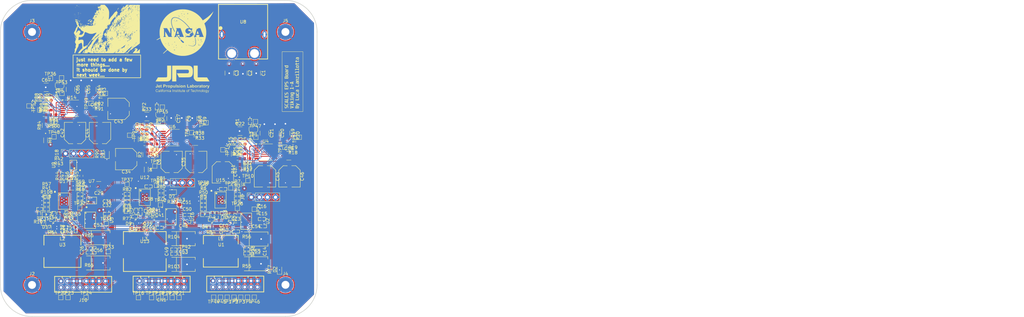
<source format=kicad_pcb>
(kicad_pcb (version 20241229) (generator "pcbnew") (generator_version "9.0")
  (layers (0 "F.Cu" mixed "Signal1") (4 "In1.Cu" power "GND") (6 "In2.Cu" power "Power") (2 "B.Cu" mixed "Signal2") (13 "F.Paste" user) (15 "B.Paste" user) (5 "F.SilkS" user "F.Silkscreen") (7 "B.SilkS" user "B.Silkscreen") (1 "F.Mask" user) (3 "B.Mask" user) (25 "Edge.Cuts" user))
  (net 0 "")
  (net 1 "+V_Batt")
  (net 2 "GND")
  (net 3 "/Perif_Subsystem/WD_Perif/WDT-VIN")
  (net 4 "Net-(C7-Pad2)")
  (net 5 "WDT_WDI_Perif")
  (net 6 "Net-(U6B-+)")
  (net 7 "Net-(U6C--)")
  (net 8 "Net-(U1-TR{slash}SS)")
  (net 9 "Net-(U1-BST)")
  (net 10 "Net-(U1-INTVCC)")
  (net 11 "Net-(U1-FB)")
  (net 12 "Net-(U1-BIAS)")
  (net 13 "+3.3V_OBC")
  (net 14 "+20V_Jetson")
  (net 15 "WDT_WDI_Jetson")
  (net 16 "Net-(C18-Pad2)")
  (net 17 "Net-(U4B-+)")
  (net 18 "Net-(U4C--)")
  (net 19 "Net-(U4D--)")
  (net 20 "Net-(U17-VOUT)")
  (net 21 "Net-(U3-TR{slash}SS)")
  (net 22 "Net-(U3-BIAS)")
  (net 23 "Net-(U3-FB)")
  (net 24 "Net-(U3-BST)")
  (net 25 "Net-(U3-SW)")
  (net 26 "Net-(U3-INTVCC)")
  (net 27 "Net-(U6D--)")
  (net 28 "Net-(U12-VOUT)")
  (net 29 "Net-(U13-TR{slash}SS)")
  (net 30 "Net-(U13-BST)")
  (net 31 "Net-(U13-SW)")
  (net 32 "Net-(U13-INTVCC)")
  (net 33 "/OBC_Subsystem/WD_OBC/WDT-VIN")
  (net 34 "/Jetson_Subsystem/WD_Jetson/WDT-VIN")
  (net 35 "Net-(U13-BIAS)")
  (net 36 "Net-(U13-FB)")
  (net 37 "Net-(U1-VIN)")
  (net 38 "WDT_WDI_OBC")
  (net 39 "Net-(C63-Pad2)")
  (net 40 "Net-(U14B-+)")
  (net 41 "Net-(U14C--)")
  (net 42 "Net-(U14D--)")
  (net 43 "Net-(CN1-Pad8)")
  (net 44 "Net-(CN1-Pad4)")
  (net 45 "Net-(CN1-Pad14)")
  (net 47 "Net-(CN1-Pad12)")
  (net 48 "Net-(CN1-Pad10)")
  (net 49 "Net-(CN1-Pad6)")
  (net 50 "Net-(D2-A)")
  (net 51 "Net-(D4-A)")
  (net 52 "Net-(D7-A)")
  (net 53 "Net-(D9-A)")
  (net 54 "Net-(D11-A)")
  (net 55 "Net-(U1-SW)")
  (net 56 "Net-(D17-A)")
  (net 57 "Net-(J6-Pad6)")
  (net 58 "Net-(J6-Pad4)")
  (net 59 "Net-(J6-Pad2)")
  (net 60 "Net-(J6-Pad8)")
  (net 61 "Net-(J6-Pad10)")
  (net 62 "Net-(J6-Pad12)")
  (net 63 "+5V_Perif")
  (net 64 "OBC_EN_JETSON")
  (net 65 "Net-(J10-Pad2)")
  (net 66 "OBC SDA")
  (net 67 "OBC SCL")
  (net 68 "Net-(J10-Pad4)")
  (net 69 "OBC_EN_PERIF")
  (net 70 "Net-(J10-Pad10)")
  (net 71 "~{WD_EN_JETSON}")
  (net 72 "Net-(JP1-A)")
  (net 73 "Net-(JP2-A)")
  (net 74 "~{WD_EN_PERIF}")
  (net 75 "~{WD_EN_OBC}")
  (net 76 "Net-(JP5-A)")
  (net 77 "Net-(D6-K)")
  (net 78 "Net-(U15-SEL2)")
  (net 79 "Net-(U15-SEL1)")
  (net 80 "Net-(U15-~{ST})")
  (net 81 "Net-(U15-LATCH)")
  (net 82 "Net-(U15-DIA_EN)")
  (net 83 "Net-(R67-Pad2)")
  (net 84 "Net-(D1-K)")
  (net 85 "Net-(R12-Pad2)")
  (net 86 "Net-(U4B--)")
  (net 87 "/Jetson_Subsystem/WD_Jetson/WDT-VP")
  (net 88 "Net-(U4A--)")
  (net 89 "Net-(R20-Pad1)")
  (net 90 "Net-(R22-Pad1)")
  (net 91 "Net-(U4C-+)")
  (net 92 "Net-(D3-A)")
  (net 93 "Net-(D3-K)")
  (net 94 "Net-(U15-SNS)")
  (net 95 "Net-(U6B--)")
  (net 96 "/Perif_Subsystem/WD_Perif/WDT-VP")
  (net 97 "Net-(U7-MOD)")
  (net 98 "Net-(U7-SET)")
  (net 99 "Net-(U6A--)")
  (net 100 "Net-(R39-Pad1)")
  (net 101 "Net-(U17-LATCH)")
  (net 102 "SDA")
  (net 103 "Net-(U9-VCC)")
  (net 104 "SCL")
  (net 105 "Net-(U9-READY)")
  (net 106 "Net-(U9-EN)")
  (net 107 "Net-(R51-Pad1)")
  (net 108 "Net-(U1-RT)")
  (net 109 "Net-(U1-EN{slash}UV)")
  (net 110 "Net-(U17-SNS)")
  (net 111 "Net-(U17-~{ST})")
  (net 112 "Net-(U17-DIA_EN)")
  (net 113 "Net-(U17-SEL2)")
  (net 114 "Net-(U17-SEL1)")
  (net 115 "Net-(U3-RT)")
  (net 116 "Net-(U3-EN{slash}UV)")
  (net 117 "Net-(U6C-+)")
  (net 118 "Net-(D8-A)")
  (net 119 "Net-(D8-K)")
  (net 120 "Net-(U12-SNS)")
  (net 121 "Net-(U12-LATCH)")
  (net 122 "Net-(U12-~{ST})")
  (net 123 "Net-(U12-SEL2)")
  (net 124 "Net-(U12-SEL1)")
  (net 125 "Net-(U12-DIA_EN)")
  (net 126 "Net-(U13-EN{slash}UV)")
  (net 127 "Net-(D10-K)")
  (net 128 "Net-(R85-Pad2)")
  (net 129 "Net-(U14B--)")
  (net 130 "/OBC_Subsystem/WD_OBC/WDT-VP")
  (net 131 "Net-(U14A--)")
  (net 132 "Net-(R93-Pad1)")
  (net 133 "Net-(R95-Pad1)")
  (net 134 "Net-(U14C-+)")
  (net 135 "Net-(D12-A)")
  (net 136 "Net-(D12-K)")
  (net 137 "Net-(U13-RT)")
  (net 138 "SYNC_PHASE3")
  (net 139 "SYNC_PHASE1")
  (net 140 "SYNC_PHASE2")
  (footprint "EPS:R0402" (layer "F.Cu") (at 204.755 107.188 180)
    (property "Reference" "R103")
    (property "Value" "20.8k")
  )
  (footprint "TestPoint:TestPoint_Pad_1.0x1.0mm" (layer "F.Cu") (at 197.781 121.031)
    (property "Reference" "TP17")
    (property "Value" "TestPoint")
  )
  (footprint "EPS:SOD2512X116N" (layer "F.Cu") (at 161.137674 61.6758 -90)
    (property "Reference" "D12")
    (property "Value" "1N4151WS")
  )
  (footprint "EPS:SOD2512X116N" (layer "F.Cu") (at 222.3382 75.5138 -90)
    (property "Reference" "D3")
    (property "Value" "1N4151WS")
  )
  (footprint "EPS:CAP-SMD_BD6.3-L6.6-W6.6-FD" (layer "F.Cu") (at 187.325 61.341 180)
    (property "Reference" "C43")
    (property "Value" "220u")
  )
  (footprint "EPS:LED0603-RD_RED" (layer "F.Cu") (at 164.6092 94.6842 180)
    (property "Reference" "D17")
    (property "Value" "LED")
  )
  (footprint "EPS:SOD2512X116N" (layer "F.Cu") (at 164.292874 71.277 -90)
    (property "Reference" "D10")
    (property "Value" "1N4151WS")
  )
  (footprint "EPS:C0402" (layer "F.Cu") (at 173.7912 99.3832 90)
    (property "Reference" "C28")
    (property "Value" "100n")
  )
  (footprint "Resistor_SMD:R_1206_3216Metric" (layer "F.Cu") (at 225.3466 80.3906 90)
    (property "Reference" "R11")
    (property "Value" "10 (1206)")
  )
  (footprint "Resistor_SMD:R_0603_1608Metric" (layer "F.Cu") (at 181.203674 59.8978 180)
    (property "Reference" "R91")
    (property "Value" "10k")
  )
  (footprint "Resistor_SMD:R_0603_1608Metric" (layer "F.Cu") (at 181.356074 55.9862 -90)
    (property "Reference" "R93")
    (property "Value" "1k")
  )
  (footprint "EPS:R0402" (layer "F.Cu") (at 204.755 105.791)
    (property "Reference" "R104")
    (property "Value" "5k")
  )
  (footprint "TestPoint:TestPoint_Pad_1.0x1.0mm" (layer "F.Cu") (at 165.816874 51.7202)
    (property "Reference" "TP36")
    (property "Value" "TestPoint")
  )
  (footprint "Capacitor_SMD:C_1210_3225Metric" (layer "F.Cu") (at 222.293 50.0047 -90)
    (property "Reference" "C3")
    (property "Value" "10u")
  )
  (footprint "LED_SMD:LED_0603_1608Metric" (layer "F.Cu") (at 204.1363 87.63 180)
    (property "Reference" "D7")
    (property "Value" "GREEN")
  )
  (footprint "TestPoint:TestPoint_Pad_1.0x1.0mm" (layer "F.Cu") (at 230.5637 65.3574 180)
    (property "Reference" "TP47")
    (property "Value" "TestPoint")
  )
  (footprint "EPS:R0402" (layer "F.Cu") (at 164.5982 93.0332)
    (property "Reference" "R58")
    (property "Value" "220")
  )
  (footprint "EPS:R0402" (layer "F.Cu") (at 175.1392 90.8742)
    (property "Reference" "R61")
    (property "Value" "15k")
  )
  (footprint "TestPoint:TestPoint_Pad_1.0x1.0mm" (layer "F.Cu") (at 230.1726 93.053 -90)
    (property "Reference" "TP29")
    (property "Value" "TestPoint")
  )
  (footprint "MountingHole:MountingHole_2.5mm_Pad" (layer "F.Cu") (at 160.0128 37)
    (property "Reference" "J3")
    (property "Value" "Conn_01x01_Socket")
  )
  (footprint "EPS:LED0603-RD_RED" (layer "F.Cu") (at 190.493 93.599 180)
    (property "Reference" "D9")
    (property "Value" "LED")
  )
  (footprint "Capacitor_SMD:C_1210_3225Metric" (layer "F.Cu") (at 164.490474 54.513)
    (property "Reference" "C67")
    (property "Value" "10u")
  )
  (footprint "EPS:CONN-TH_DF11-16DP-2DSA-08" (layer "F.Cu") (at 200.941 116.729 180)
    (property "Reference" "CN1")
    (property "Value" "DF11-16DP-2DSA(08)")
  )
  (footprint "Resistor_SMD:R_0603_1608Metric" (layer "F.Cu") (at 224.107 74.686 -90)
    (property "Reference" "R26")
    (property "Value" "4.7M")
  )
  (footprint "TestPoint:TestPoint_Pad_1.0x1.0mm" (layer "F.Cu") (at 183.184874 56.4434 90)
    (property "Reference" "TP50")
    (property "Value" "TestPoint")
  )
  (footprint "Capacitor_SMD:C_1210_3225Metric" (layer "F.Cu") (at 207.3014 64.414 -90)
    (property "Reference" "C9")
    (property "Value" "10u")
  )
  (footprint "EPS:C0402" (layer "F.Cu") (at 220.3644 86.6898 180)
    (property "Reference" "C5")
    (property "Value" "220n")
  )
  (footprint "Connector_PinSocket_2.54mm:PinSocket_1x04_P2.54mm_Vertical" (layer "F.Cu") (at 229.2582 89.2552 90)
    (property "Reference" "J8")
    (property "Value" "Conn_01x04")
  )
  (footprint "Resistor_SMD:R_0603_1608Metric" (layer "F.Cu") (at 163.689874 63.1998)
    (property "Reference" "R97")
    (property "Value" "100k")
  )
  (footprint "Resistor_SMD:R_0603_1608Metric" (layer "F.Cu") (at 168.4572 78.5552)
    (property "Reference" "R42")
    (property "Value" "4.7k")
  )
  (footprint "EPS:C0402" (layer "F.Cu") (at 208.988 97.028)
    (property "Reference" "C50")
    (property "Value" "100n")
  )
  (footprint "Resistor_SMD:R_0603_1608Metric" (layer "F.Cu") (at 181.191874 58.2906 180)
    (property "Reference" "R92")
    (property "Value" "10k")
  )
  (footprint "Resistor_SMD:R_0603_1608Metric" (layer "F.Cu") (at 196.2778 70.0886 90)
    (property "Reference" "R69")
    (property "Value" "100k")
  )
  (footprint "EPS:R0402" (layer "F.Cu") (at 162.4392 93.0332 180)
    (property "Reference" "R107")
    (property "Value" "56.2k")
  )
  (footprint "EPS:R0402" (layer "F.Cu") (at 164.5982 90.3662)
    (property "Reference" "R41")
    (property "Value" "15k")
  )
  (footprint "Capacitor_SMD:C_1210_3225Metric" (layer "F.Cu") (at 172.161274 55.1734 -90)
    (property "Reference" "C66")
    (property "Value" "10u")
  )
  (footprint "EPS:CAP-SMD_BD6.3-L6.6-W6.6-FD" (layer "F.Cu") (at 220.2554 81.407 -90)
    (property "Reference" "C47")
    (property "Value" "220u")
  )
  (footprint "EPS:C0402" (layer "F.Cu") (at 162.2342 95.0232 -90)
    (property "Reference" "C24")
    (property "Value" "220n")
  )
  (footprint "Capacitor_SMD:C_1210_3225Metric" (layer "F.Cu") (at 226.543 50.0047 -90)
    (property "Reference" "C2")
    (property "Value" "10u")
  )
  (footprint "EPS:C0402" (layer "F.Cu") (at 183.6972 95.8272)
    (property "Reference" "C32")
    (property "Value" "100n")
  )
  (footprint "Resistor_SMD:R_0603_1608Metric" (layer "F.Cu") (at 228.1134 78.8158 180)
    (property "Reference" "R12")
    (property "Value" "10k")
  )
  (footprint "LED_SMD:LED_0603_1608Metric" (layer "F.Cu") (at 183.683174 75.528 90)
    (property "Reference" "D11")
    (property "Value" "GREEN")
  )
  (footprint "EPS:IND-SMD_L11.0-W10.0" (layer "F.Cu") (at 219.6062 106.3494)
    (property "Reference" "L1")
    (property "Value" "4.7u")
  )
  (footprint "TestPoint:TestPoint_Pad_1.0x1.0mm" (layer "F.Cu") (at 206.417 121.031)
    (property "Reference" "TP21")
    (property "Value" "TestPoint")
  )
  (footprint "EPS:R0402" (layer "F.Cu") (at 227.785 105.7398)
    (property "Reference" "R56")
    (property "Value" "10k")
  )
  (footprint "TestPoint:TestPoint_Pad_1.0x1.0mm" (layer "F.Cu") (at 221.6382 120.8782 180)
    (property "Reference" "TP1")
    (property "Value" "TestPoint")
  )
  (footprint "EPS:R0402" (layer "F.Cu") (at 214.1198 91.7444)
    (property "Reference" "R50")
    (property "Value" "15k")
  )
  (footprint "Capacitor_SMD:C_1210_3225Metric" (layer "F.Cu") (at 175.514074 55.1734 -90)
    (property "Reference" "C65")
    (property "Value" "10u")
  )
  (footprint "Capacitor_SMD:C_1210_3225Metric" (layer "F.Cu") (at 203.9486 64.414 -90)
    (property "Reference" "C17")
    (property "Value" "10u")
  )
  (footprint "EPS:C0402" (layer "F.Cu") (at 183.6972 94.5572)
    (property "Reference" "C31")
    (property "Value" "100n")
  )
  (footprint "Resistor_SMD:R_0603_1608Metric" (layer "F.Cu") (at 242.5566 69.8242 -90)
    (property "Reference" "R20")
    (property "Value" "1k")
  )
  (footprint "EPS:R0402" (layer "F.Cu") (at 214.1234 93.0398)
    (property "Reference" "R5")
    (property "Value" "220")
  )
  (footprint "LOGO" (layer "F.Cu") (at 207.891383 37.145886)
    (property "Reference" "G***" (hide yes))
    (property "Value" "LOGO" (hide yes))
  )
  (footprint "TestPoint:TestPoint_Pad_1.0x1.0mm" (layer "F.Cu") (at 223.7718 120.8782 180)
    (property "Reference" "TP2")
    (property "Value" "TestPoint")
  )
  (footprint "EPS:R0402" (layer "F.Cu") (at 190.023 92.075 180)
    (property "Reference" "R77")
    (property "Value" "220")
  )
  (footprint "TestPoint:TestPoint_Pad_1.0x1.0mm" (layer "F.Cu") (at 190.023 85.217)
    (property "Reference" "TP37")
    (property "Value" "TestPoint")
  )
  (footprint "EPS:R0402" (layer "F.Cu") (at 199.4233 60.7328 90)
    (property "Reference" "R72")
    (property "Value" "15k")
  )
  (footprint "Connector_PinSocket_2.54mm:PinSocket_1x04_P2.54mm_Vertical" (layer "F.Cu") (at 202.3838 84.709 90)
    (property "Reference" "J7")
    (property "Value" "Conn_01x04")
  )
  (footprint "MountingHole:MountingHole_2.5mm_Pad" (layer "F.Cu") (at 160.0128 117)
    (property "Reference" "J2")
    (property "Value" "Conn_01x01_Socket")
  )
  (footprint "EPS:CAP-SMD_L7.3-W4.3-FD" (layer "F.Cu") (at 207.803 110.49)
    (property "Reference" "C53")
    (property "Value" "47u")
  )
  (footprint "Capacitor_SMD:C_1210_3225Metric" (layer "F.Cu") (at 233.3618 69.0114 -90)
    (property "Reference" "C21")
    (property "Value" "10u")
  )
  (footprint "Resistor_SMD:R_0603_1608Metric" (layer "F.Cu") (at 194.6938 70.0886 -90)
    (property "Reference" "R70")
    (property "Value" "4.7M")
  )
  (footprint "EPS:C0402" (layer "F.Cu") (at 171.1952 94.8112 180)
    (property "Reference" "C25")
    (property "Value" "2.2n")
  )
  (footprint "Resistor_SMD:R_0603_1608Metric" (layer "F.Cu") (at 197.8526 67.0012 90)
    (property "Reference" "R9")
    (property "Value" "10k")
  )
  (footprint "TestPoint:TestPoint_Pad_1.0x1.0mm" (layer "F.Cu") (at 198.766 79.4)
    (property "Reference" "TP5")
    (property "Value" "TestPoint")
  )
  (footprint "EPS:R0402" (layer "F.Cu") (at 220.7002 95.6052 180)
    (property "Reference" "R52")
    (property "Value" "110k")
  )
  (footprint "Resistor_SMD:R_0603_1608Metric" (layer "F.Cu") (at 225.691 74.686 90)
    (property "Reference" "R25")
    (property "Value" "100k")
  )
  (footprint "Resistor_SMD:R_0603_1608Metric" (layer "F.Cu") (at 197.8526 70.1158 90)
    (property "Reference" "R67")
    (property "Value" "100k")
  )
  (footprint "EPS:CAP-SMD_BD6.3-L6.6-W6.6-FD" (layer "F.Cu") (at 204.089 78.105 90)
    (property "Reference" "C6")
    (property "Value" "220u")
  )
  (footprint "EPS:C0402" (layer "F.Cu") (at 232.8798 98.4466)
    (property "Reference" "C15")
    (property "Value" "100n")
  )
  (footprint "TestPoint:TestPoint_Pad_1.0x1.0mm" (layer "F.Cu") (at 202.099 121.031)
    (property "Reference" "TP19")
    (property "Value" "TestPoint")
  )
  (footprint "Resistor_SMD:R_0603_1608Metric" (layer "F.Cu") (at 242.4042 73.7358 180)
    (property "Reference" "R18")
    (property "Value" "10k")
  )
  (footprint "EPS:CAP-SMD_L7.3-W4.3-FD" (layer "F.Cu") (at 230.7314 110.3118)
    (property "Reference" "C55")
    (property "Value" "47u")
  )
  (footprint "Jumper:SolderJumper-2_P1.3mm_Open_RoundedPad1.0x1.5mm" (layer "F.Cu") (at 229.9171 67.7254 180)
    (property "Reference" "JP1")
    (property "Value" "SolderJumper_2_Open")
  )
  (footprint "EPS:IND-SMD_L13.5-W12.6" (layer "F.Cu") (at 195.611 106.426)
    (property "Reference" "L3")
    (property "Value" "12u")
  )
  (footprint "EPS:R0402" (layer "F.Cu") (at 216.5964 96.358577 180)
    (property "Reference" "R54")
    (property "Value" "2k")
  )
  (footprint "EPS:HTSSOP-16_L5.0-W4.4-P0.65-LS6.4-TL-EP2.9" (layer "F.Cu") (at 219.5174 90.1442)
    (property "Reference" "U15")
    (property "Value" "TPS1HB08BQPWPRQ1")
  )
  (footprint "EPS:CAP-SMD_L7.3-W4.3-FD" (layer "F.Cu") (at 207.803 102.362)
    (property "Reference" "C48")
    (property "Value" "47u")
  )
  (footprint "Resistor_SMD:R_0603_1608Metric" (layer "F.Cu") (at 182.006774 75.528 90)
    (property "Reference" "R90")
    (property "Value" "3.0k")
  )
  (footprint "Resistor_SMD:R_0603_1608Metric" (layer "F.Cu") (at 228.1284 80.4414)
    (property "Reference" "R21")
    (property "Value" "100k")
  )
  (footprint "EPS:R0402" (layer "F.Cu") (at 171.118 96.0812 180)
    (property "Reference" "R62")
    (property "Value" "110k")
  )
  (footprint "EPS:C0402" (layer "F.Cu") (at 196.585 93.599 180)
    (property "Reference" "C39")
    (property "Value" "2.2n")
  )
  (footprint "TestPoint:TestPoint_Pad_1.0x1.0mm" (layer "F.Cu") (at 175.1002 92.6522)
    (property "Reference" "TP32")
    (property "Value" "TestPoint")
  )
  (footprint "EPS:C0402" (layer "F.Cu") (at 215.7454 99.4406 -90)
    (property "Reference" "C11")
    (property "Value" "100n")
  )
  (footprint "Jumper:SolderJumper-2_P1.3mm_Open_RoundedPad1.0x1.5mm" (layer "F.Cu") (at 200.5039 63.128 180)
    (property "Reference" "JP2")
    (property "Value" "SolderJumper_2_Open")
  )
  (footprint "Jumper:SolderJumper-2_P1.3mm_Open_RoundedPad1.0x1.5mm" (layer "F.Cu") (at 168.716574 53.8874 180)
    (property "Reference" "JP5")
    (property "Value" "SolderJumper_2_Open")
  )
  (footprint "EPS:C0402" (layer "F.Cu") (at 229.5122 106.4002 -90)
    (property "Reference" "C14")
    (property "Value" "10p")
  )
  (footprint "TestPoint:TestPoint_Pad_1.0x1.0mm" (layer "F.Cu") (at 201.1505 60.76 180)
    (property "Reference" "TP15")
    (property "Value" "TestPoint")
  )
  (footprint "TestPoint:TestPoint_Pad_1.0x1.0mm" (layer "F.Cu") (at 230.6694 70.2814 90)
    (property "Reference" "TP13")
    (property "Value" "TestPoint")
  )
  (footprint "Capacitor_SMD:C_1210_3225Metric" (layer "F.Cu") (at 230.793 50.0047 -90)
    (property "Reference" "C1")
    (property "Value" "10u")
  )
  (footprint "Resistor_SMD:R_0603_1608Metric" (layer "F.Cu") (at 224.8904 77.0378)
    (property "Reference" "R24")
    (property "Value" "100k")
  )
  (footprint "EPS:R0402" (layer "F.Cu") (at 200.769 87.249)
    (property "Reference" "R81")
    (property "Value" "15k")
  )
  (footprint "EPS:VSSOP-8_L3.0-W3.0-P0.65-LS4.9-BL" (layer "F.Cu") (at 173.0522 79.1174 90)
    (property "Reference" "U9")
    (property "Value" "TCA4307DGKR")
  )
  (footprint "EPS:R0402" (layer "F.Cu") (at 175.1782 88.3342)
    (property "Reference" "R59")
    (property "Value" "15k")
  )
  (footprint "EPS:R0402" (layer "F.Cu") (at 224.8658 88.29)
    (property "Reference" "R7")
    (property "Value" "15k")
  )
  (footprint "TestPoint:TestPoint_Pad_1.0x1.0mm" (layer "F.Cu") (at 217.371 120.8782 180)
    (property "Reference" "TP44")
    (property "Value" "TestPoint")
  )
  (footprint "EPS:R0402" (layer "F.Cu") (at 190.033629 89.524323 180)
    (property "Reference" "R76")
    (property "Value" "15k")
  )
  (footprint "EPS:C0402" (layer "F.Cu") (at 224.3902 100.101)
    (property "Reference" "C13")
    (property "Value" "100n")
  )
  (footprint "EPS:QFN-28_L6.0-W3.0-P0.50-BL-EP" (layer "F.Cu") (at 169.6002 98.8752 180)
    (property "Reference" "U3")
    (property "Value" "LT8612EUDE#PBF")
  )
  (footprint "EPS:R0402" (layer "F.Cu") (at 190.023 90.805)
    (property "Reference" "R82")
    (property "Value" "15k")
  )
  (footprint "Capacitor_SMD:C_1210_3225Metric" (layer "F.Cu") (at 241.0834 76.1742)
    (property "Reference" "C18")
    (property "Value" "10u")
  )
  (footprint "Capacitor_SMD:C_1210_3225Metric" (layer "F.Cu") (at 178.859274 55.1652 -90)
    (property "Reference" "C64")
    (property "Value" "10u")
  )
  (footprint "EPS:TSSOP-16_L5.0-W4.4-P0.65-LS6.4-BL-1" (layer "F.Cu") (at 203.866 95.44 -90)
    (property "Reference" "U16")
    (property "Value" "INA260AIPWR")
  )
  (footprint "LED_SMD:LED_0603_1608Metric" (layer "F.Cu") (at 238.1482 112.1152 90)
    (property "Reference" "D2")
    (property "Value" "GREEN")
  )
  (footprint "Capacitor_SMD:C_1210_3225Metric" (layer "F.Cu") (at 172.5212 85.6672)
    (property "Reference" "C37")
    (property "Value" "0.1u")
  )
  (footprint "TestPoint:TestPoint_Pad_1.0x1.0mm" (layer "F.Cu") (at 204.258 121.031)
    (property "Reference" "TP20")
    (property "Value" "TestPoint")
  )
  (footprint "Resistor_SMD:R_0603_1608Metric" (layer "F.Cu") (at 169.4732 82.4922 90)
    (property "Reference" "R44")
    (property "Value" "4.7k")
  )
  (footprint "Resistor_SMD:R_0603_1608Metric" (layer "F.Cu") (at 195.4772 72.4404)
    (property "Reference" "R68")
    (property "Value" "100k")
  )
  (footprint "Resistor_SMD:R_0603_1608Metric" (layer "F.Cu") (at 166.912874 64.9778 180)
    (property "Reference" "R85")
    (property "Value" "10k")
  )
  (footprint "Resistor_SMD:R_0603_1608Metric" (layer "F.Cu") (at 166.751 63.1998 180)
    (property "Reference" "R95")
    (property "Value" "1k")
  )
  (footprint "EPS:R0402" (layer "F.Cu") (at 214.1216 89.1282)
    (property "Reference" "R28")
    (property "Value" "1k")
  )
  (footprint "EPS:CONN-TH_DF11-16DP-2DSA-08" (layer "F.Cu") (at 224.1678 116.6966 180)
    (property "Reference" "J6")
    (property "Value" "DF11-16DP-2DSA")
  )
  (footprint "EPS:C0402" (layer "F.Cu") (at 218.3236 94.9614 -90)
    (property "Reference" "C4")
    (property "Value" "22n")
  )
  (footprint "TestPoint:TestPoint_Pad_1.0x1.0mm" (layer "F.Cu") (at 173.6642 95.9542)
    (property "Reference" "TP35")
    (property "Value" "TestPoint")
  )
  (footprint "EPS:MSOP-10_L3.0-W3.0-P0.50-LS5.0-BL" (layer "F.Cu") (at 178.816 90.297)
    (property "Reference" "U7")
    (property "Value" "LTC6902")
  )
  (footprint "EPS:C0402" (layer "F.Cu") (at 200.31 98.933)
    (property "Reference" "C41")
    (property "Value" "100n")
  )
  (footprint "EPS:R0402" (layer "F.Cu") (at 228.8365 65.3302 90)
    (property "Reference" "R1")
    (property "Value" "15k")
  )
  (footprint "Resistor_SMD:R_0603_1608Metric" (layer "F.Cu") (at 177.8552 85.7942 90)
    (property "Reference" "R34")
    (property "Value" "14k")
  )
  (footprint "EPS:R0402" (layer "F.Cu") (at 166.9332 94.6842 -90)
    (property "Reference" "R63")
    (property "Value" "47k")
  )
  (footprint "EPS:CAP-SMD_L7.3-W4.3-FD" (layer "F.Cu") (at 180.9032 102.0502)
    (property "Reference" "C52")
    (property "Value" "47u")
  )
  (footprint "Capacitor_SMD:C_1210_3225Metric" (layer "F.Cu") (at 225.691 68.351)
    (property "Reference" "C22")
    (property "Value" "10u")
  )
  (footprint "EPS:R0402" (layer "F.Cu") (at 227.785 107.0606 180)
    (property "Reference" "R55")
    (property "Value" "196k")
  )
  (footprint "TestPoint:TestPoint_Pad_1.0x1.0mm" (layer "F.Cu") (at 214.1072 86.131)
    (property "Reference" "TP38")
    (property "Value" "TestPoint")
  )
  (footprint "Capacitor_SMD:C_1210_3225Metric" (layer "F.Cu") (at 236.7146 69.0114 -90)
    (property "Reference" "C20")
    (property "Value" "10u")
  )
  (footprint "Package_SO:TSSOP-14_4.4x5mm_P0.65mm" (layer "F.Cu") (at 204.355 70.4084)
    (property "Reference" "U6")
    (property "Value" "TLV1704")
  )
  (footprint "EPS:TH_2P-XT60PW-F" (layer "F.Cu") (at 226.651 40.815)
    (property "Reference" "U8")
    (property "Value" "XT60PW-F_C428722")
  )
  (footprint "TestPoint:TestPoint_Pad_1.0x1.0mm" (layer "F.Cu") (at 159.054874 60.4058 -90)
    (property "Reference" "TP52")
    (property "Value" "TestPoint")
  )
  (footprint "TestPoint:TestPoint_Pad_1.0x1.0mm" (layer "F.Cu") (at 224.826 92.735)
    (property "Reference" "TP26")
    (property "Value" "TestPoint")
  )
  (footprint "TestPoint:TestPoint_Pad_1.0x1.0mm" (layer "F.Cu") (at 183.4432 97.6052)
    (property "Reference" "TP34")
    (property "Value" "TestPoint")
  )
  (footprint "Resistor_SMD:R_0603_1608Metric" (layer "F.Cu") (at 225.6818 71.59 -90)
    (property "Reference" "R14")
    (property "Value" "10k")
  )
  (footprint "EPS:R0402" (layer "F.Cu") (at 214.120635 90.45666)
    (property "Reference" "R6")
    (property "Value" "15k")
  )
  (footprint "TestPoint:TestPoint_Pad_1.0x1.0mm" (layer "F.Cu") (at 228.1792 83.9974)
    (property "Reference" "TP10")
    (property "Value" "TestPoint")
  )
  (footprint "EPS:SOD2512X116N" (layer "F.Cu") (at 225.4934 85.115 -90)
    (property "Reference" "D1")
    (property "Value" "1N4151WS")
  )
  (footprint "Resistor_SMD:R_0603_1608Metric" (layer "F.Cu") (at 222.5414 71.5986 -90)
    (property "Reference" "R16")
    (property "Value" "3.0k")
  )
  (footprint "EPS:C0402" (layer "F.Cu") (at 179.7602 106.0722 90)
    (property "Reference" "C26")
    (property "Value" "10p")
  )
  (footprint "Resistor_SMD:R_0603_1608Metric" (layer "F.Cu") (at 212.991 69.1384 180)
    (property "Reference" "R33")
    (property "Value" "10k")
  )
  (footprint "Capacitor_SMD:C_1210_3225Metric" (layer "F.Cu") (at 211.6702 71.501)
    (property "Reference" "C7")
    (property "Value" "10u")
  )
  (footprint "EPS:CONN-TH_DF11-16DP-2DSA-08" (layer "F.Cu") (at 176.1572 116.7982 180)
    (property "Reference" "J10")
    (property "Value" "DF11-16DP-2DSA")
  )
  (footprint "TestPoint:TestPoint_Pad_1.0x1.0mm" (layer "F.Cu") (at 239.8134 73.431 90)
    (property "Reference" "TP11")
    (property "Value" "TestPoint")
  )
  (footprint "TestPoint:TestPoint_Pad_1.0x1.0mm" (layer "F.Cu") (at 219.5046 120.8782 180)
    (property "Reference" "TP45")
    (property "Value" "TestPoint")
  )
  (footprint "TestPoint:TestPoint_Pad_1.0x1.0mm" (layer "F.Cu") (at 169.468874 56.4434 90)
    (property "Reference" "TP51")
    (property "Value" "TestPoint")
  )
  (footprint "EPS:SOD2512X116N" (layer "F.Cu") (at 196.0802 80.5176 -90)
    (property "Reference" "D6")
    (property "Value" "1N4151WS")
  )
  (footprint "Resistor_SMD:R_0603_1608Metric" (layer "F.Cu") (at 198.7152 77.4696)
    (property "Reference" "R71")
    (property "Value" "100k")
  )
  (footprint "TestPoint:TestPoint_Pad_1.0x1.0mm" (layer "F.Cu") (at 230.1726 120.8782 180)
    (property "Reference" "TP46")
    (property "Value" "TestPoint")
  )
  (footprint "Resistor_SMD:R_0603_1608Metric" (layer "F.Cu") (at 194.703 66.9926 90)
    (property "Reference" "R30")
    (property "Value" "3.0k")
  )
  (footprint "MountingHole:MountingHole_2.5mm_Pad" (layer "F.Cu") (at 240.0128 37)
    (property "Reference" "J5")
    (property "Value" "Conn_01x01_Socket")
  )
  (footprint "Resistor_SMD:R_0603_1608Metric" (layer "F.Cu") (at 198.7002 74.2184 180)
    (property "Reference" "R8")
    (property "Value" "10k")
  )
  (footprint "Resistor_SMD:R_0603_1608Metric" (layer "F.Cu") (at 166.927874 68.229)
    (property "Reference" "R100")
    (property "Value" "100k")
  )
  (footprint "TestPoint:TestPoint_Pad_1.0x1.0mm" (layer "F.Cu") (at 171.3782 120.9732)
    (property "Reference" "TP23")
    (property "Value" "TestPoint")
  )
  (footprint "TestPoint:TestPoint_Pad_1.0x1.0mm" (layer "F.Cu") (at 210.4002 68.8336 90)
    (property "Reference" "TP6")
    (property "Value" "TestPoint")
  )
  (footprint "EPS:R0402" (layer "F.Cu") (at 192.436 95.377 180)
    (property "Reference" "R101")
    (property "Value" "2k")
  )
  (footprint "TestPoint:TestPoint_Pad_1.0x1.0mm" (layer "F.Cu") (at 222.7432 86.3342)
    (property "Reference" "TP25")
    (property "Value" "TestPoint")
  )
  (footprint "Capacitor_SMD:C_1210_3225Metric" (layer "F.Cu") (at 179.882874 62.3362)
    (property "Reference" "C63")
    (property "Value" "10u")
  )
  (footprint "EPS:C0402" (layer "F.Cu") (at 208.904 94.869)
    (property "Reference" "C51")
    (property "Value" "100n")
  )
  (footprint "EPS:C0402" (layer "F.Cu") (at 220.5294 94.2844 180)
    (property "Reference" "C10")
    (property "Value" "10n")
  )
  (footprint "Package_SO:TSSOP-14_4.4x5mm_P0.65mm" (layer "F.Cu") (at 233.7682 75.0058)
    (property "Reference" "U4")
    (property "Value" "TLV1704")
  )
  (footprint "Capacitor_SMD:C_1210_3225Metric" (layer "F.Cu") (at 210.6466 64.4058 -90)
    (property "Reference" "C8")
    (property "Value" "10u")
  )
  (footprint "Resistor_SMD:R_0603_1608Metric" (layer "F.Cu") (at 227.965 77.0378 180)
    (property "Reference" "R22")
    (property "Value" "1k")
  )
  (footprint "EPS:R0402" (layer "F.Cu") (at 224.8404 90.9316)
    (property "Reference" "R4")
    (property "Value" "15k")
  )
  (footprint "Resistor_SMD:R_0603_1608Metric" (layer "F.Cu") (at 166.065274 57.7606 90)
    (property "Reference" "R86")
    (property "Value" "10k")
  )
  (footprint "TestPoint:TestPoint_Pad_1.0x1.0mm" (layer "F.Cu") (at 184.0782 106.4952)
    (property "Reference" "TP33")
    (property "Value" "TestPoint")
  )
  (footprint "EPS:CAP-SMD_L7.3-W4.3-FD" (layer "F.Cu") (at 230.7822 102.4886)
    (property "Reference" "C54")
    (property "Value" "47u")
  )
  (footprint "Connector_PinSocket_2.54mm:PinSocket_1x04_P2.54mm_Vertical" (layer "F.Cu") (at 170.596474 75.4684 90)
    (property "Reference" "J18")
    (property "Value" "Conn_01x04")
  )
  (footprint "Resistor_SMD:R_0603_1608Metric" (layer "F.Cu") (at 176.2902 85.7942 90)
    (property "Reference" "R35")
    (property "Value" "17k")
  )
  (footprint "EPS:HTSSOP-16_L5.0-W4.4-P0.65-LS6.4-TL-EP2.9" (layer "F.Cu") (at 170.1082 90.4932)
    (property "Reference" "U17")
    (property "Value" "TPS1HB08BQPWPRQ1")
  )
  (footprint "MountingHole:MountingHole_2.5mm_Pad" (layer "F.Cu") (at 240.03 116.967)
    (property "Reference" "J4")
    (property "Value" "Conn_01x01_Socket")
  )
  (footprint "Resistor_SMD:R_0603_1608Metric" (layer "F.Cu") (at 193.1282 67.0012 -90)
    (property "Reference" "R31")
    (property "Value" "3.0k")
  )
  (footprint "EPS:C0402" (layer "F.Cu") (at 168.3302 95.0652 -90)
    (property "Reference" "C23")
    (property "Value" "22n")
  )
  (footprint "EPS:LED0603-RD_RED" (layer "F.Cu") (at 214.6278 94.64 180)
    (property "Reference" "D4")
    (property "Value" "LED")
  )
  (footprint "EPS:R0402" (layer "F.Cu") (at 164.5982 91.6362)
    (property "Reference" "R108")
    (property "Value" "10k")
  )
  (footprint "EPS:R0402" (layer "F.Cu") (at 178.0312 105.3522)
    (property "Reference" "R66")
    (property "Value" "10k")
  )
  (footprint "TestPoint:TestPoint_Pad_1.0x1.0mm" (layer "F.Cu") (at 222.8066 95.9354 -90)
    (property "Reference" "TP27")
    (property "Value" "TestPoint")
  )
  (footprint "Resistor_SMD:R_0603_1608Metric" (layer "F.Cu") (at 175.5692 82.4922 90)
    (property "Reference" "R45")
    (property "Value" "4.7k")
  )
  (footprint "TestPoint:TestPoint_Pad_1.0x1.0mm" (layer "F.Cu") (at 199.294 85.471)
    (property "Reference" "TP39")
    (property "Value" "TestPoint")
  )
  (footprint "LOGO" (layer "F.Cu") (at 181.55858 36.067124)
    (property "Reference" "G***")
    (property "Value" "LOGO" (hide yes))
  )
  (footprint "EPS:R0402" (layer "F.Cu") (at 192.866 93.677 -90)
    (property "Reference" "R83")
    (property "Value" "47k")
  )
  (footprint "EPS:R0402" (layer "F.Cu") (at 217.0028 94.6654 -90)
    (property "Reference" "R53")
    (property "Value" "47k")
  )
  (footprint "EPS:R0402" (layer "F.Cu") (at 196.832 94.869 180)
    (property "Reference" "R102")
    (property "Value" "110k")
  )
  (footprint "EPS:R0402" (layer "F.Cu") (at 200.769 88.646)
    (property "Reference" "R79")
    (property "Value" "15k")
  )
  (footprint "Resistor_SMD:R_0603_1608Metric" (layer "F.Cu") (at 172.5212 82.4922 90)
    (property "Reference" "R46")
    (property "Value" "4.7k")
  )
  (footprint "EPS:CAP-SMD_BD6.3-L6.6-W6.6-FD" (layer "F.Cu") (at 173.609 68.961 90)
    (property "Reference" "C42")
    (property "Value" "220u")
  )
  (footprint "TestPoint:TestPoint_Pad_1.0x1.0mm" (layer "F.Cu") (at 214.9722 65.684 90)
    (property "Reference" "TP7")
    (property "Value" "TestPoint")
  )
  (footprint "EPS:C0402" (layer "F.Cu") (at 206.533 106.426 90)
    (property "Reference" "C49")
    (property "Value" "10p")
  )
  (footprint "EPS:CAP-SMD_BD6.3-L6.6-W6.6-FD" (layer "F.Cu") (at 241.3 82.677 -90)
    (property "Reference" "C46")
    (property "Value" "220u")
  )
  (footprint "TestPoint:TestPoint_Pad_1.0x1.0mm" (layer "F.Cu") (at 190.8422 69.6464 -90)
    (property "Reference" "TP9")
    (property "Value" "TestPoint")
  )
  (footprint "EPS:TSSOP-16_L5.0-W4.4-P0.65-LS6.4-BL-1" (layer "F.Cu") (at 227.6326 96.8498 -90)
    (property "Reference" "U2")
    (property "Value" "INA260AIPWR")
  )
  (footprint "EPS:CAP-SMD_BD6.3-L6.6-W6.6-FD" (layer "F.Cu") (at 211.836 78.105 90)
    (property "Reference" "C35")
    (property "Value" "220u")
  )
  (footprint "TestPoint:TestPoint_Pad_1.0x1.0mm" (layer "F.Cu") (at 201.2562 65.684 90)
    (property "Reference" "TP8")
    (property "Value" "TestPoint")
  )
  (footprint "Resistor_SMD:R_0603_1608Metric" (layer "F.Cu") (at 170.9972 82.4922 90)
    (property "Reference" "R47")
    (property "Value" "4.7k")
  )
  (footprint "Resistor_SMD:R_0603_1608Metric" (layer "F.Cu") (at 164.481274 57.752 -90)
    (property "Reference" "R87")
    (property "Value" "10k")
  )
  (footprint "EPS:C0402" (layer "F.Cu") (at 191.547 98.552 -90)
    (property "Reference" "C40")
    (property "Value" "100n")
  )
  (footprint "TestPoint:TestPoint_Pad_1.0x1.0mm" (layer "F.Cu") (at 166.978674 70.1594)
    (property "Reference" "TP48")
    (property "Value" "TestPoint")
  )
  (footprint "EPS:CAP-SMD_L7.3-W4.3-FD" (layer "F.Cu") (at 180.9142 110.0512)
    (property "Reference" "C56")
    (property "Value" "47u")
  )
  (footprint "TestPoint:TestPoint_Pad_1.0x1.0mm" (layer "F.Cu") (at 163.6312 97.4782)
    (property "Reference" "TP31")
    (property "Value" "TestPoint")
  )
  (footprint "Resistor_SMD:R_0603_1608Metric" (layer "F.Cu") (at 213.1434 65.2268 -90)
    (property "Reference" "R39")
    (property "Value" "1k")
  )
  (footprint "EPS:IND-SMD_L11.5-W10.0" (layer "F.Cu") (at 169.6002 106.3682)
    (property "Reference" "L2")
    (property "Value" "8.2u")
  )
  (footprint "Resistor_SMD:R_0603_1608Metric" (layer "F.Cu") (at 196.2686 66.9926 -90)
    (property "Reference" "R29")
    (property "Value" "10k")
  )
  (footprint "Capacitor_SMD:C_1210_3225Metric" (layer "F.Cu") (at 240.0598 69.0032 -90)
    (property "Reference" "C19")
    (property "Value" "10u")
  )
  (footprint "TestPoint:TestPoint_Pad_1.0x1.0mm" (layer "F.Cu") (at 244.3854 70.2814 90)
    (property "Reference" "TP12")
    (property "Value" "TestPoint")
  )
  (footprint "TestPoint:TestPoint_Pad_1.0x1.0mm" (layer "F.Cu") (at 169.0922 120.9732)
    (property "Reference" "TP22")
    (property "Value" "TestPoint")
  )
  (footprint "LOGO" (layer "F.Cu") (at 207.518 51.943)
    (property "Reference" "G***" (hide yes))
    (property "Value" "LOGO" (hide yes))
  )
  (footprint "EPS:R0402" (layer "F.Cu") (at 224.8386 89.6362)
    (property "Reference" "R3")
    (property "Value" "15k")
  )
  (footprint "Resistor_SMD:R_0603_1608Metric" (layer "F.Cu") (at 228.1284 82.067)
    (property "Reference" "R27")
    (property "Value" "100k")
  )
  (footprint "EPS:QFN-28_L6.0-W3.0-P0.50-BL-EP" (layer "F.Cu") (at 219.751955 98.85271 180)
    (property "Reference" "U1")
    (property "Value" "LT8612EUDE#PBF")
  )
  (footprint "TestPoint:TestPoint_Pad_1.0x1.0mm" (layer "F.Cu") (at 169.363174 51.5194 180)
    (property "Reference" "TP53")
    (property "Value" "TestPoint")
  )
  (footprint "TestPoint:TestPoint_Pad_1.0x1.0mm" (layer "F.Cu") (at 220.2554 74.2438 -90)
    (property "Reference" "TP14")
    (property "Value" "TestPoint")
  )
  (footprint "Resistor_SMD:R_0603_1608Metric" (layer "F.Cu") (at 174.0452 82.4922 90)
    (property "Reference" "R48")
    (property "Value" "4.7k")
  )
  (footprint "TestPoint:TestPoint_Pad_1.0x1.0mm" (layer "F.Cu") (at 177.0932 120.9732)
    (property "Reference" "TP24")
    (property "Value" "TestPoint")
  )
  (footprint "Package_SO:TSSOP-14_4.4x5mm_P0.65mm" (layer "F.Cu") (at 172.567674 61.1678)
    (property "Reference" "U14")
    (property "Value" "TLV1704")
  )
  (footprint "EPS:R0402" (layer "F.Cu") (at 175.1492 89.6042)
    (property "Reference" "R60")
    (property "Value" "15k")
  )
  (footprint "EPS:HTSSOP-16_L5.0-W4.4-P0.65-LS6.4-TL-EP2.9" (layer "F.Cu") (at 195.611 89.281)
    (property "Reference" "U12")
    (property "Value" "TPS1HB08BQPWPRQ1")
  )
  (footprint "Resistor_SMD:R_0603_1608Metric" (layer "F.Cu") (at 166.065274 60.8752 90)
    (property "Reference" "R96")
    (property "Value" "100k")
  )
  (footprint "Resistor_SMD:R_0603_1608Metric" (layer "F.Cu") (at 204.1363 89.3064 180)
    (property "Reference" "R32")
    (property "Value" "3.0k")
  )
  (footprint "EPS:C0402" (layer "F.Cu") (at 232.5916 96.1606)
    (property "Reference" "C16")
    (property "Value" "100n")
  )
  (footprint "EPS:R0402" (layer "F.Cu") (at 200.769 89.916)
    (property "Reference" "R80")
    (property "Value" "15k")
  )
  (footprint "Resistor_SMD:R_0603_1608Metric" (layer "F.Cu") (at 166.927874 66.6034)
    (property "Reference" "R94")
    (property "Value" "100k")
  )
  (footprint "Resistor_SMD:R_0603_1608Metric" (layer "F.Cu") (at 162.906474 60.848 -90)
    (property "Reference" "R99")
    (property "Value" "4.7M")
  )
  (footprint "EPS:R0402" (layer "F.Cu") (at 178.0312 106.7492 180)
    (property "Reference" "R65")
    (property "Value" "240k")
  )
  (footprint "Resistor_SMD:R_0603_1608Metric" (layer "F.Cu") (at 198.7152 75.844)
    (property "Reference" "R49")
    (property "Value" "100k")
  )
  (footprint "TestPoint:TestPoint_Pad_1.0x1.0mm" (layer "F.Cu") (at 193.59 121.031)
    (property "Reference" "TP16")
    (property "Value" "TestPoint")
  )
  (footprint "EPS:CAP-SMD_BD6.3-L6.6-W6.6-FD" (layer "F.Cu") (at 189.741 77.216 180)
    (property "Reference" "C34")
    (property "Value" "220u")
  )
  (footprint "Resistor_SMD:R_0603_1608Metric" (layer "F.Cu") (at 227.2658 71.5986 90)
    (property "Reference" "R13")
    (property "Value" "10k")
  )
  (footprint "Resistor_SMD:R_0603_1608Metric" (layer "F.Cu") (at 227.2658 74.7132 90)
    (property "Reference" "R23")
    (property "Value" "100k")
  )
  (footprint "EPS:SOD2512X116N" (layer "F.Cu") (at 192.925 70.9164 -90)
    (property "Reference" "D8")
    (property "Value" "1N4151WS")
  )
  (footprint "EPS:CAP-SMD_BD6.3-L6.6-W6.6-FD" (layer "F.Cu") (at 181.483 68.964 90)
    (property "Reference" "C44")
    (property "Value" "220u")
  )
  (footprint "Resistor_SMD:R_0603_1608Metric" (layer "F.Cu") (at 162.915674 57.752 90)
    (property "Reference" "R88")
    (property "Value" "3.0k")
  )
  (footprint "Resistor_SMD:R_0603_1608Metric" (layer "F.Cu") (at 164.490474 60.848 90)
    (property "Reference" "R98")
    (property "Value" "100k")
  )
  (footprint "Resistor_SMD:R_0603_1608Metric" (layer "F.Cu") (at 198.6268 72.4404 180)
    (property "Reference" "R51")
    (property "Value" "1k")
  )
  (footprint "Resistor_SMD:R_0603_1608Metric" (layer "F.Cu") (at 161.340874 57.7606 -90)
    (property "Reference" "R89")
    (property "Value" "3.0k")
  )
  (footprint "TestPoint:TestPoint_Pad_1.0x1.0mm" (layer "F.Cu") (at 199.94 121.031)
    (property "Reference" "TP18")
    (property "Value" "TestPoint")
  )
  (footprint "EPS:CAP-SMD_BD6.3-L6.6-W6.6-FD" (layer "F.Cu") (at 233.553 82.677 -90)
    (property "Reference" "C45")
    (property "Value" "220u")
  )
  (footprint "TestPoint:TestPoint_Pad_1.0x1.0mm" (layer "F.Cu") (at 178.612874 59.593 90)
    (property "Reference" "TP49")
    (property "Value" "TestPoint")
  )
  (footprint "Resistor_SMD:R_1206_3216Metric" (layer "F.Cu") (at 164.146074 66.5526 90)
    (property "Reference" "R84")
    (property "Value" "10 (1206)")
  )
  (footprint "Capacitor_SMD:C_1210_3225Metric" (layer "F.Cu") (at 196.2778 63.7536)
    (property "Reference" "C33")
    (property "Value" "10u")
  )
  (footprint "EPS:R0402" (layer "F.Cu") (at 190.038866 88.245353 180)
    (property "Reference" "R75")
    (property "Value" "1k")
  )
  (footprint "EPS:R0402" (layer "F.Cu") (at 166.5274 96.3942 180)
    (property "Reference" "R64")
    (property "Value" "2k")
  )
  (footprint "TestPoint:TestPoint_Pad_1.0x1.0mm" (layer "F.Cu") (at 200.564 91.694)
    (property "Reference" "TP40")
    (property "Value" "TestPoint")
  )
  (footprint "TestPoint:TestPoint_Pad_1.0x1.0mm" (layer "F.Cu") (at 225.9054 120.8782 180)
    (property "Reference" "TP3")
    (property "Value" "TestPoint")
  )
  (footprint "Resistor_SMD:R_0603_1608Metric" (layer "F.Cu") (at 168.4572 80.0792)
    (property "Reference" "R43")
    (property "Value" "4.7k")
  )
  (footprint "EPS:R0402" (layer "F.Cu") (at 164.5982 89.0962)
    (property "Reference" "R57")
    (property "Value" "1k")
  )
  (footprint "EPS:C0402" (layer "F.Cu") (at 165.5362 99.3412 -90)
    (property "Reference" "C27")
    (property "Value" "100n")
  )
  (footprint "TestPoint:TestPoint_Pad_1.0x1.0mm" (layer "F.Cu") (at 228.039 120.8782 180)
    (property "Reference" "TP4")
    (property "Value" "TestPoint")
  )
  (footprint "EPS:TSSOP-16_L5.0-W4.4-P0.65-LS6.4-BL-1" (layer "F.Cu") (at 178.3632 96.5252 -90)
    (property "Reference" "U5")
    (property "Value" "INA260AIPWR")
  )
  (footprint "Resistor_SMD:R_0603_1608Metric" (layer "F.Cu") (at 242.3924 72.1286 180)
    (property "Reference" "R19")
    (property "Value" "10k")
  )
  (footprint "Resistor_SMD:R_0603_1608Metric" (layer "F.Cu") (at 224.1162 71.59 90)
    (property "Reference" "R15")
    (property "Value" "3.0k")
  )
  (footprint "TestPoint:TestPoint_Pad_1.0x1.0mm" (layer "F.Cu") (at 208.311 106.426)
    (property "Reference" "TP42")
    (property "Value" "TestPoint")
  )
  (footprint "Resistor_SMD:R_0603_1608Metric" (layer "F.Cu") (at 236.4972 112.1152 90)
    (property "Reference" "R17")
    (property "Value" "3.0k")
  )
  (footprint "EPS:C0402" (layer "F.Cu") (at 196.796 85.852 180)
    (property "Reference" "C38")
    (property "Value" "220n")
  )
  (footprint "EPS:C0402" (layer "F.Cu") (at 194.263 93.853 -90)
    (property "Reference" "C36")
    (property "Value" "22n")
  )
  (footprint "Capacitor_SMD:C_1210_3225Metric" (layer "F.Cu") (at 181.0792 85.6672 180)
    (property "Reference" "C29")
    (property "Value" "0.1u")
  )
  (footprint "Resistor_SMD:R_0603_1608Metric" (layer "F.Cu") (at 212.9792 67.5312 180)
    (property "Reference" "R38")
    (property "Value" "10k")
  )
  (footprint "TestPoint:TestPoint_Pad_1.0x1.0mm" (layer "F.Cu") (at 198.913 94.869)
    (property "Reference" "TP41")
    (property "Value" "TestPoint")
  )
  (footprint "TestPoint:TestPoint_Pad_1.0x1.0mm" (layer "F.Cu") (at 231.2394 106.4002 90)
    (property "Reference" "TP28")
    (property "Value" "TestPoint")
  )
  (footprint "TestPoint:TestPoint_Pad_1.0x1.0mm" (layer "F.Cu") (at 206.533 91.567)
    (property "Reference" "TP43")
    (property "Value" "TestPoint")
  )
  (footprint "Resistor_SMD:R_1206_3216Metric" (layer "F.Cu") (at 195.9334 75.7932 90)
    (property "Reference" "R2")
    (property "Value" "10 (1206)")
  )
  (footprint "EPS:QFN-28_L6.0-W3.0-P0.50-BL-EP" (layer "F.Cu") (at 195.611 97.79 180)
    (property "Reference" "U13")
    (property "Value" "LT8612EUDE#PBF")
  )
  (gr_line (start 240 26.999999) (end 159.999999 26.999999) (stroke (width 0.2)) (layer "Edge.Cuts"))
  (gr_line (start 159.999999 126.999999) (end 240 126.999999) (stroke (width 0.2)) (layer "Edge.Cuts"))
  (gr_line (start 250 116.999999) (end 250 36.999999) (stroke (width 0.2)) (layer "Edge.Cuts"))
  (gr_arc (start 250 116.999999) (mid 247.071068 124.071067) (end 240 126.999999) (stroke (width 0.2)) (layer "Edge.Cuts"))
  (gr_arc (start 150 36.999998) (mid 152.928932 29.928931) (end 159.999999 26.999999) (stroke (width 0.2)) (layer "Edge.Cuts"))
  (gr_line (start 150 36.999998) (end 150 117) (stroke (width 0.2)) (layer "Edge.Cuts"))
  (gr_arc (start 159.999999 126.999999) (mid 152.928932 124.071067) (end 150 117) (stroke (width 0.2)) (layer "Edge.Cuts"))
  (gr_arc (start 240 26.999999) (mid 247.071068 29.928931) (end 250 36.999999) (stroke (width 0.2)) (layer "Edge.Cuts"))
  (gr_text_box "just need to add a few more things...\nit should be done by next week..." (start 172.974 44.29125) (end 194.31 51.46675) (margins 1.0025 1.0025 1.0025 1.0025) (layer "F.SilkS") (effects (font (size 1 1) (thickness 0.25) (bold yes)) (justify left top)) (border yes) (stroke (width 0.2)))
  (gr_text_box "SCALES EPS Board\nViking 1-A\nBy Luca Lanzillotta" (start 238.9505 43.2435) (end 245.5545 62.1665) (margins 1.0025 1.0025 1.0025 1.0025) (angle 90) (layer "F.SilkS") (effects (font (size 1 1) (thickness 0.025) (bold yes)) (justify left top)) (border yes) (stroke (width 0.1)))
  (segment (start 196.246 88.392) (end 197.262 87.376) (width 0.25) (layer "F.Cu") (net 1))
  (segment (start 162.2342 93.9222) (end 162.2342 94.4732) (width 0.25) (layer "F.Cu") (net 1))
  (segment (start 198.913 85.852) (end 199.294 85.471) (width 0.25) (layer "F.Cu") (net 1))
  (segment (start 226.543 48.5425) (end 226.543 47.0925) (width 1) (layer "F.Cu") (net 1))
  (segment (start 163.6312 97.4782) (end 163.5182 97.4782) (width 0.25) (layer "F.Cu") (net 1))
  (segment (start 230.793 48.5425) (end 230.793 47.0675) (width 1) (layer "F.Cu") (net 1))
  (segment (start 222.7432 86.3342) (end 223.3908 86.3342) (width 0.25) (layer "F.Cu") (net 1))
  (segment (start 220.9144 88.5186) (end 220.508 88.925) (width 0.25) (layer "F.Cu") (net 1))
  (segment (start 162.1072 93.7952) (end 162.2342 93.9222) (width 0.25) (layer "F.Cu") (net 1))
  (segment (start 162.0092 93.33) (end 162.0092 93.0332) (width 0.25) (layer "F.Cu") (net 1))
  (segment (start 161.544 93.7952) (end 162.0092 93.33) (width 0.25) (layer "F.Cu") (net 1))
  (segment (start 220.9144 86.6898) (end 222.3876 86.6898) (width 0.25) (layer "F.Cu") (net 1))
  (segment (start 223.3908 86.3342) (end 224.1782 87.1216) (width 0.25) (layer "F.Cu") (net 1))
  (segment (start 197.346 85.852) (end 198.913 85.852) (width 0.25) (layer "F.Cu") (net 1))
  (segment (start 197.262 87.376) (end 197.262 85.852) (width 0.25) (layer "F.Cu") (net 1))
  (segment (start 161.544 93.7952) (end 162.1072 93.7952) (width 0.25) (layer "F.Cu") (net 1))
  (segment (start 222.293 48.5425) (end 222.293 47.1675) (width 1) (layer "F.Cu") (net 1))
  (segment (start 222.3876 86.6898) (end 222.7432 86.3342) (width 0.25) (layer "F.Cu") (net 1))
  (segment (start 220.9144 86.6898) (end 220.9144 88.5186) (width 0.25) (layer "F.Cu") (net 1))
  (segment (start 163.5182 97.4782) (end 162.687 96.647) (width 0.25) (layer "F.Cu") (net 1))
  (segment (start 222.293 47.1675) (end 222.243 47.1175) (width 1) (layer "F.Cu") (net 1))
  (via (at 195.58 89.789) (size 0.6) (drill 0.3) (layers "F.Cu" "B.Cu") (net 1))
  (via (at 169.418 89.535) (size 0.6) (drill 0.3) (layers "F.Cu" "B.Cu") (net 1))
  (via (at 170.053 90.043) (size 0.6) (drill 0.3) (layers "F.Cu" "B.Cu") (net 1))
  (via (at 224.1782 87.1216) (size 0.6) (drill 0.3) (layers "F.Cu" "B.Cu") (net 1))
  (via (at 230.793 47.0675) (size 1) (drill 0.5) (layers "F.Cu" "B.Cu") (net 1))
  (via (at 219.5174 89.662) (size 0.6) (drill 0.3) (layers "F.Cu" "B.Cu") (net 1))
  (via (at 161.544 93.7952) (size 0.6) (drill 0.3) (layers "F.Cu" "B.Cu") (net 1))
  (via (at 194.976 88.392) (size 0.6) (drill 0.3) (layers "F.Cu" "B.Cu") (net 1))
  (via (at 195.611 89.0435) (size 0.6) (drill 0.3) (layers "F.Cu" "B.Cu") (net 1))
  (via (at 226.543 47.0925) (size 1) (drill 0.5) (layers "F.Cu" "B.Cu") (net 1))
  (via (at 218.9966 89.2044) (size 0.6) (drill 0.3) (layers "F.Cu" "B.Cu") (net 1))
  (via (at 219.583 90.678) (size 0.6) (drill 0.3) (layers "F.Cu" "B.Cu") (net 1))
  (via (at 222.243 47.1175) (size 1) (drill 0.5) (layers "F.Cu" "B.Cu") (net 1))
  (via (at 170.815 89.535) (size 0.6) (drill 0.3) (layers "F.Cu" "B.Cu") (net 1))
  (via (at 170.815 91.44) (size 0.6) (drill 0.3) (layers "F.Cu" "B.Cu") (net 1))
  (via (at 220.165 91.0332) (size 0.6) (drill 0.3) (layers "F.Cu" "B.Cu") (net 1))
  (via (at 170.815 90.551) (size 0.6) (drill 0.3) (layers "F.Cu" "B.Cu") (net 1))
  (via (at 218.948 90.17) (size 0.6) (drill 0.3) (layers "F.Cu" "B.Cu") (net 1))
  (via (at 194.976 90.17) (size 0.6) (drill 0.3) (layers "F.Cu" "B.Cu") (net 1))
  (via (at 220.091 90.17) (size 0.6) (drill 0.3) (layers "F.Cu" "B.Cu") (net 1))
  (via (at 194.945 89.408) (size 0.6) (drill 0.3) (layers "F.Cu" "B.Cu") (net 1))
  (via (at 196.246 90.17) (size 0.6) (drill 0.3) (layers "F.Cu" "B.Cu") (net 1))
  (via (at 196.246 88.392) (size 0.6) (drill 0.3) (layers "F.Cu" "B.Cu") (net 1))
  (via (at 170.18 90.932) (size 0.6) (drill 0.3) (layers "F.Cu" "B.Cu") (net 1))
  (via (at 169.418 91.44) (size 0.6) (drill 0.3) (layers "F.Cu" "B.Cu") (net 1))
  (via (at 220.165 89.2044) (size 0.6) (drill 0.3) (layers "F.Cu" "B.Cu") (net 1))
  (via (at 162.687 96.647) (size 0.6) (drill 0.3) (layers "F.Cu" "B.Cu") (net 1))
  (via (at 169.418 90.424) (size 0.6) (drill 0.3) (layers "F.Cu" "B.Cu") (net 1))
  (via (at 218.895 91.0332) (size 0.6) (drill 0.3) (layers "F.Cu" "B.Cu") (net 1))
  (via (at 196.215 89.408) (size 0.6) (drill 0.3) (layers "F.Cu" "B.Cu") (net 1))
  (segment (start 225.2334 90.9316) (end 226.3274 90.9316) (width 0.2) (layer "F.Cu") (net 2))
  (segment (start 170.6452 95.3482) (end 170.6452 94.8112) (width 0.25) (layer "F.Cu") (net 2))
  (segment (start 170.688 95.377) (end 170.674 95.377) (width 0.25) (layer "F.Cu") (net 2))
  (segment (start 233.1416 96.1606) (end 233.1416 96.863) (width 0.25) (layer "F.Cu") (net 2))
  (segment (start 204.9238 87.63) (end 204.9238 87.6047) (width 0.25) (layer "F.Cu") (net 2))
  (segment (start 172.161274 52.374726) (end 172.212 52.324) (width 1) (layer "F.Cu") (net 2))
  (segment (start 234.1714 110.3118) (end 232.3062 110.3118) (width 1) (layer "F.Cu") (net 2))
  (segment (start 230.793 51.4925) (end 230.793 50.0675) (width 1) (layer "F.Cu") (net 2))
  (segment (start 178.816074 53.647) (end 178.859274 53.6902) (width 1) (layer "F.Cu") (net 2))
  (segment (start 184.655 62.735) (end 184.785 62.865) (width 0.2) (layer "F.Cu") (net 2))
  (segment (start 222.293 51.4925) (end 222.293 50.0925) (width 1) (layer "F.Cu") (net 2))
  (segment (start 183.8268 85.6672) (end 183.896 85.598) (width 0.25) (layer "F.Cu") (net 2))
  (segment (start 228.6762 97.917) (end 228.7634 97.8298) (width 0.2) (layer "F.Cu") (net 2))
  (segment (start 184.2472 96.2362) (end 184.658 96.647) (width 0.25) (layer "F.Cu") (net 2))
  (segment (start 236.7146 67.5364) (end 236.7146 66.1804) (width 1) (layer "F.Cu") (net 2))
  (segment (start 205.185 106.123) (end 205.185 105.791) (width 0.25) (layer "F.Cu") (net 2))
  (segment (start 218.7452 86.6898) (end 218.694 86.741) (width 0.25) (layer "F.Cu") (net 2))
  (segment (start 193.575 97.54) (end 193.706 97.409) (width 0.25) (layer "F.Cu") (net 2))
  (segment (start 172.5202 98.1252) (end 171.6202 98.1252) (width 0.25) (layer "F.Cu") (net 2))
  (segment (start 221.231 84.077) (end 221.996 83.312) (width 0.2) (layer "F.Cu") (net 2))
  (segment (start 202.569 96.42) (end 201.086 96.42) (width 0.25) (layer "F.Cu") (net 2))
  (segment (start 217.501955 97.43271) (end 216.96331 97.43271) (width 0.25) (layer "F.Cu") (net 2))
  (segment (start 236.7146 66.1804) (end 236.728 66.167) (width 1) (layer "F.Cu") (net 2))
  (segment (start 211.243 102.362) (end 208.946 102.362) (width 1) (layer "F.Cu") (net 2))
  (segment (start 228.3898 97.917) (end 228.6762 97.917) (width 0.2) (layer "F.Cu") (net 2))
  (segment (start 192.691 97.54) (end 193.575 97.54) (width 0.25) (layer "F.Cu") (net 2))
  (segment (start 184.3542 110.0512) (end 182.4272 110.0512) (width 1) (layer "F.Cu") (net 2))
  (segment (start 199.4233 60.3028) (end 199.4233 59.4462) (width 0.25) (layer "F.Cu") (net 2))
  (segment (start 194.8028 63.7536) (end 196.1218 63.7536) (width 1) (layer "F.Cu") (net 2))
  (segment (start 226.187 97.1766) (end 226.1838 97.1798) (width 0.2) (layer "F.Cu") (net 2))
  (segment (start 215.4278 94.64) (end 215.4278 94.9048) (width 0.25) (layer "F.Cu") (net 2))
  (segment (start 162.8692 95.5732) (end 163.2502 95.9542) (width 0.25) (layer "F.Cu") (net 2))
  (segment (start 209.538 96.858) (end 208.946 96.266) (width 0.25) (layer "F.Cu") (net 2))
  (segment (start 176.8262 96.1952) (end 176.8392 96.2082) (width 0.25) (layer "F.Cu") (net 2))
  (segment (start 194.263 94.403) (end 194.009 94.403) (width 0.25) (layer "F.Cu") (net 2))
  (segment (start 204.089 75.435) (end 205.229 75.435) (width 0.2) (layer "F.Cu") (net 2))
  (segment (start 189.603629 89.524323) (end 188.763677 89.524323) (width 0.25) (layer "F.Cu") (net 2))
  (segment (start 219.751955 98.85271) (end 221.94929 98.85271) (width 0.25) (layer "F.Cu") (net 2))
  (segment (start 197.358 97.468) (end 197.426 97.536) (width 0.25) (layer "F.Cu") (net 2))
  (segment (start 164.1682 89.0962) (end 163.1232 89.0962) (width 0.25) (layer "F.Cu") (net 2))
  (segment (start 165.4092 94.742) (end 164.6472 95.504) (width 0.25) (layer "F.Cu") (net 2))
  (segment (start 201.199 88.646) (end 202.215 88.646) (width 0.25) (layer "F.Cu") (net 2))
  (segment (start 194.009 94.403) (end 193.628 94.022) (width 0.25) (layer "F.Cu") (net 2))
  (segment (start 215.4278 94.9048) (end 216.027 95.504) (width 0.25) (layer "F.Cu") (net 2))
  (segment (start 175.5832 96.1952) (end 176.8262 96.1952) (width 0.25) (layer "F.Cu") (net 2))
  (segment (start 225.2316 89.6362) (end 226.3256 89.6362) (width 0.2) (layer "F.Cu") (net 2))
  (segment (start 191.469 95.377) (end 191.088 94.996) (width 0.25) (layer "F.Cu") (net 2))
  (segment (start 178.816074 52.324) (end 178.816074 53.647) (width 1) (layer "F.Cu") (net 2))
  (segment (start 233.553 85.347) (end 234.362 85.347) (width 0.2) (layer "F.Cu") (net 2))
  (segment (start 219.9794 94.2844) (end 219.9794 94.7592) (width 0.25) (layer "F.Cu") (net 2))
  (segment (start 196.035 93.896) (end 196.373 94.234) (width 0.25) (layer "F.Cu") (net 2))
  (segment (start 200.86 98.933) (end 200.86 98.498) (width 0.25) (layer "F.Cu") (net 2))
  (segment (start 188.763677 89.524323) (end 188.753 89.535) (width 0.25) (layer "F.Cu") (net 2))
  (segment (start 213.727635 90.45666) (end 212.633635 90.45666) (width 0.2) (layer "F.Cu") (net 2))
  (segment (start 189.608866 88.245353) (end 188.645647 88.245353) (width 0.25) (layer "F.Cu") (net 2))
  (segment (start 191.293 94.838) (end 191.135 94.996) (width 0.25) (layer "F.Cu") (net 2))
  (segment (start 183.683174 76.3155) (end 183.683174 77.301826) (width 0.25) (layer "F.Cu") (net 2))
  (segment (start 174.3386 78.1374) (end 174.244 78.232) (width 0.25) (layer "F.Cu") (net 2))
  (segment (start 202.692 96.297) (end 202.569 96.42) (width 0.25) (layer "F.Cu") (net 2))
  (segment (start 213.6916 89.1282) (end 212.5958 89.1282) (width 0.2) (layer "F.Cu") (net 2))
  (segment (start 212.166 70.155) (end 212.09 70.231) (width 0.2) (layer "F.Cu") (net 2))
  (segment (start 216.1664 95.6434) (end 216.027 95.504) (width 0.25) (layer "F.Cu") (net 2))
  (segment (start 205.488 106.426) (end 205.185 106.123) (width 0.25) (layer "F.Cu") (net 2))
  (segment (start 203.9486 62.939) (end 203.9486 64.2126) (width 1) (layer "F.Cu") (net 2))
  (segment (start 240.0166 66.04) (end 240.0166 67.485) (width 1) (layer "F.Cu") (net 2))
  (segment (start 174.233674 60.5178) (end 174.193274 60.5582) (width 0.2) (layer "F.Cu") (net 2))
  (segment (start 223.20729 98.10271) (end 223.52 97.79) (width 0.25) (layer "F.Cu") (net 2))
  (segment (start 187.071 77.216) (end 183.769 77.216) (width 0.2) (layer "F.Cu") (net 2))
  (segment (start 178.4612 105.8312) (end 178.6172 105.9872) (width 0.25) (layer "F.Cu") (net 2))
  (segment (start 240.0166 67.485) (end 240.0598 67.5282) (width 1) (layer "F.Cu") (net 2))
  (segment (start 222.293 50.0925) (end 222.268 50.0675) (width 1) (layer "F.Cu") (net 2))
  (segment (start 167.3502 97.4552) (end 166.8292 97.4552) (width 0.25) (layer "F.Cu") (net 2))
  (segment (start 200.86 98.498) (end 200.787 98.425) (width 0.25) (layer "F.Cu") (net 2))
  (segment (start 233.3618 67.5364) (end 233.3618 66.167) (width 1) (layer "F.Cu") (net 2))
  (segment (start 188.645647 88.245353) (end 188.626 88.265) (width 0.25) (layer "F.Cu") (net 2))
  (segment (start 184.2472 93.7558) (end 184.277 93.726) (width 0.25) (layer "F.Cu") (net 2))
  (segment (start 201.199 89.916) (end 202.215 89.916) (width 0.25) (layer "F.Cu") (net 2))
  (segment (start 226.2102 100.101) (end 226.261 100.1518) (width 0.25) (layer "F.Cu") (net 2))
  (segment (start 180.378674 59.8978) (end 180.378674 60.794326) (width 0.2) (layer "F.Cu") (net 2))
  (segment (start 210.061 75.435) (end 209.931 75.565) (width 0.2) (layer "F.Cu") (net 2))
  (segment (start 216.831955 97.493045) (end 216.916 97.409) (width 0.25) (layer "F.Cu") (net 2))
  (segment (start 175.5792 89.6042) (end 176.6242 89.6042) (width 0.25) (layer "F.Cu") (net 2))
  (segment (start 228.215 105.287) (end 228.346 105.156) (width 0.25) (layer "F.Cu") (net 2))
  (segment (start 228.8365 64.9002) (end 228.8365 64.0436) (width 0.25) (layer "F.Cu") (net 2))
  (segment (start 218.3236 95.5114) (end 217.7976 95.5114) (width 0.25) (layer "F.Cu") (net 2))
  (segment (start 192.84 96.37) (end 192.817 96.393) (width 0.25) (layer "F.Cu") (net 2))
  (segment (start 241.3 85.347) (end 240.668 85.347) (width 0.2) (layer "F.Cu") (net 2))
  (segment (start 175.514074 52.324074) (end 175.514 52.324) (width 1) (layer "F.Cu") (net 2))
  (segment (start 172.5202 98.1252) (end 173.1682 98.1252) (width 0.25) (layer "F.Cu") (net 2))
  (segment (start 207.2579 69.7988) (end 207.2175 69.7584) (width 0.2) (layer "F.Cu") (net 2))
  (segment (start 175.5832 97.5052) (end 176.8122 97.5052) (width 0.25) (layer "F.Cu") (net 2))
  (segment (start 228.7634 97.8298) (end 230.4126 97.8298) (width 0.2) (layer "F.Cu") (net 2))
  (segment (start 217.7976 95.5114) (end 217.551 95.758) (width 0.25) (layer "F.Cu") (net 2))
  (segment (start 210.6466 62.9308) (end 210.6466 64.2202) (width 1) (layer "F.Cu") (net 2))
  (segment (start 233.299 97.663) (end 233.299 98.138) (width 0.25) (layer "F.Cu") (net 2))
  (segment (start 192.0158 67.8262) (end 191.897 67.945) (width 0.25) (layer "F.Cu") (net 2))
  (segment (start 218.1916 95.5114) (end 218.3236 95.5114) (width 0.25) (layer "F.Cu") (net 2))
  (segment (start 165.4682 96.3942) (end 165.1552 96.0812) (width 0.25) (layer "F.Cu") (net 2))
  (segment (start 219.00671 98.10271) (end 219.837 98.933) (width 0.25) (layer "F.Cu") (net 2))
  (segment (start 179.8602 97.5052) (end 179.7602 97.6052) (width 0.25) (layer "F.Cu") (net 2))
  (segment (start 236.6711 74.3962) (end 236.6307 74.3558) (width 0.2) (layer "F.Cu") (net 2))
  (segment (start 226.543 50.2925) (end 226.593 50.2425) (width 1) (layer "F.Cu") (net 2))
  (segment (start 211.243 110.49) (end 208.946 110.49) (width 1) (layer "F.Cu") (net 2))
  (segment (start 181.1432 97.5052) (end 179.8602 97.5052) (width 0.25) (layer "F.Cu") (net 2))
  (segment (start 216.6474 87.1366) (end 216.662 87.122) (width 0.25) (layer "F.Cu") (net 2))
  (segment (start 165.4092 94.6842) (end 165.4092 94.742) (width 0.25) (layer "F.Cu") (net 2))
  (segment (start 171.6202 98.1252) (end 171.2512 98.4942) (width 0.25) (layer "F.Cu") (net 2))
  (segment (start 170.674 95.377) (end 170.6452 95.3482) (width 0.25) (layer "F.Cu") (net 2))
  (segment (start 161.340874 58.5856) (end 160.3126 58.5856) (width 0.25) (layer "F.Cu") (net 2))
  (segment (start 196.035 93.599) (end 196.035 93.896) (width 0.25) (layer "F.Cu") (net 2))
  (segment (start 173.609 66.291) (end 174.749 66.291) (width 0.2) (layer "F.Cu") (net 2))
  (segment (start 175.430174 60.5178) (end 174.233674 60.5178) (width 0.2) (layer "F.Cu") (net 2))
  (segment (start 233.4298 98.2688) (end 233.4298 98.4466) (width 0.25) (layer "F.Cu") (net 2))
  (segment (start 202.692 96.139) (end 202.692 96.297) (width 0.25) (layer "F.Cu") (net 2))
  (segment (start 181.483 66.294) (end 180.813874 66.294) (width 0.2) (layer "F.Cu") (net 2))
  (segment (start 216.96331 97.43271) (end 216.9138 97.3832) (width 0.25) (layer "F.Cu") (net 2))
  (segment (start 196.402 94.263) (end 196.373 94.234) (width 0.25) (layer "F.Cu") (net 2))
  (segment (start 234.362 85.347) (end 235 84.709) (width 0.2) (layer "F.Cu") (net 2))
  (segment (start 207.3014 62.939) (end 207.3014 64.2126) (width 1) (layer "F.Cu") (net 2))
  (segment (start 167.7828 95.6152) (end 167.64 95.758) (width 0.25) (layer "F.Cu") (net 2))
  (segment (start 220.2702 95.05) (end 220.165 94.9448) (width 0.25) (layer "F.Cu") (net 2))
  (segment (start 172.161274 53.6984) (end 172.161274 52.374726) (width 1) (layer "F.Cu") (net 2))
  (segment (start 175.2522 78.1374) (end 174.3386 78.1374) (width 0.25) (layer "F.Cu") (net 2))
  (segment (start 205.386 96.42) (end 206.646 96.42) (width 0.25) (layer "F.Cu") (net 2))
  (segment (start 234.5594 89.5526) (end 234.3382 89.3314) (width 0.25) (layer "F.Cu") (net 2))
  (segment (start 178.816 88.011) (end 178.8712 88.0662) (width 0.25) (layer "F.Cu") (net 2))
  (segment (start 170.8992 95.87) (end 170.688 96.0812) (width 0.25) (layer "F.Cu") (net 2))
  (segment (start 197.426 97.536) (end 198.532 97.536) (width 0.25) (layer "F.Cu") (net 2))
  (segment (start 224.216 68.351) (end 225.535 68.351) (width 1) (layer "F.Cu") (net 2))
  (segment (start 204.9238 87.6047) (end 204.1871 86.868) (width 0.25) (layer "F.Cu") (net 2))
  (segment (start 233.299 98.138) (end 233.4298 98.2688) (width 0.25) (layer "F.Cu") (net 2))
  (segment (start 162.2342 95.5732) (end 162.8692 95.5732) (width 0.25) (layer "F.Cu") (net 2))
  (segment (start 182.5542 85.6672) (end 183.8268 85.6672) (width 0.25) (layer "F.Cu") (net 2))
  (segment (start 228.215 105.7398) (end 228.215 105.287) (width 0.25) (layer "F.Cu") (net 2))
  (segment (start 180.378674 60.794326) (end 180.213 60.96) (width 0.2) (layer "F.Cu") (net 2))
  (segment (start 168.3302 95.6152) (end 167.7828 95.6152) (width 0.25) (layer "F.Cu") (net 2))
  (segment (start 216.1664 96.358577) (end 216.1664 95.6434) (width 0.25) (layer "F.Cu") (net 2))
  (segment (start 170.688 95.377) (end 170.688 95.391) (width 0.25) (layer "F.Cu") (net 2))
  (segment (start 228.2878 97.815) (end 228.3898 97.917) (width 0.2) (layer "F.Cu") (net 2))
  (segment (start 167.2382 87.3968) (end 167.259 87.376) (width 0.25) (layer "F.Cu") (net 2))
  (segment (start 212.166 69.1384) (end 212.166 70.155) (width 0.2) (layer "F.Cu") (net 2))
  (segment (start 209.538 97.028) (end 209.538 96.858) (width 0.25) (layer "F.Cu") (net 2))
  (segment (start 193.361 96.37) (end 192.84 96.37) (width 0.25) (layer "F.Cu") (net 2))
  (segment (start 176.8122 97.5052) (end 176.8392 97.4782) (width 0.25) (layer "F.Cu") (net 2))
  (segment (start 241.5792 74.6508) (end 241.427 74.803) (width 0.2) (layer "F.Cu") (net 2))
  (segment (start 201.199 87.249) (end 202.215 87.249) (width 0.25) (layer "F.Cu") (net 2))
  (segment (start 193.1282 67.8262) (end 192.0158 67.8262) (width 0.25) (layer "F.Cu") (net 2))
  (segment (start 208.534 69.7988) (end 207.2579 69.7988) (width 0.2) (layer "F.Cu") (net 2))
  (segment (start 191.293 93.599) (end 191.293 94.838) (width 0.25) (layer "F.Cu") (net 2))
  (segment (start 163.015474 54.513) (end 164.334474 54.513) (width 1) (layer "F.Cu") (net 2))
  (segment (start 180.813874 66.294) (end 180.432874 66.675) (width 0.2) (layer "F.Cu") (net 2))
  (segment (start 216.616 87.8328) (end 216.6474 87.8642) (width 0.2) (layer "F.Cu") (net 2))
  (segment (start 178.8712 88.0662) (end 178.8712 89.4772) (width 0.25) (layer "F.Cu") (net 2))
  (segment (start 219.8144 86.6898) (end 218.7452 86.6898) (width 0.25) (layer "F.Cu") (net 2))
  (segment (start 183.683174 77.301826) (end 183.642 77.343) (width 0.25) (layer "F.Cu") (net 2))
  (segment (start 164.1682 91.6362) (end 163.1232 91.6362) (width 0.25) (layer "F.Cu") (net 2))
  (segment (start 160.3126 58.5856) (end 160.274 58.547) (width 0.25) (layer "F.Cu") (net 2))
  (segment (start 216.6474 87.8642) (end 216.6474 87.1366) (width 0.25) (layer "F.Cu") (net 2))
  (segment (start 167.4532 99.6252) (end 167.8222 99.2562) (width 0.25) (layer "F.Cu") (net 2))
  (segment (start 205.74 106.426) (end 205.488 106.426) (width 0.25) (layer "F.Cu") (net 2))
  (segment (start 192.741 86.405) (end 192.786 86.36) (width 0.25) (layer "F.Cu") (net 2))
  (segment (start 173.9962 85.6672) (end 173.0292 85.6672) (width 0.25) (layer "F.Cu") (net 2))
  (segment (start 175.514074 53.6984) (end 175.514074 52.324074) (width 1) (layer "F.Cu") (net 2))
  (segment (start 216.831955 98.10271) (end 219.00671 98.10271) (width 0.25) (layer "F.Cu") (net 2))
  (segment (start 191.293 93.599) (end 191.293 93.726) (width 0.25) (layer "F.Cu") (net 2))
  (segment (start 221.94929 98.85271) (end 222.631 98.171) (width 0.25) (layer "F.Cu") (net 2))
  (segment (start 222.671955 98.10271) (end 223.20729 98.10271) (width 0.25) (layer "F.Cu") (net 2))
  (segment (start 228.8365 64.0436) (end 228.8099 64.017) (width 0.25) (layer "F.Cu") (net 2))
  (segment (start 170.8992 95.6022) (end 170.8992 95.87) (width 0.25) (layer "F.Cu") (net 2))
  (segment (start 178.4612 105.3522) (end 178.4612 105.8312) (width 0.25) (layer "F.Cu") (net 2))
  (segment (start 234.2222 102.4886) (end 232.357 102.4886) (width 1) (layer "F.Cu") (net 2))
  (segment (start 228.2878 97.917) (end 228.2878 97.815) (width 0.2) (layer "F.Cu") (net 2))
  (segment (start 196.246 85.852) (end 194.595 84.201) (width 0.25) (layer "F.Cu") (net 2))
  (segment (start 166.8292 97.4552) (end 166.8062 97.4782) (width 0.25) (layer "F.Cu") (net 2))
  (segment (start 175.5302 90.8742) (end 176.6242 90.8742) (width 0.25) (layer "F.Cu") (net 2))
  (segment (start 205.359 96.393) (end 205.386 96.42) (width 0.25) (layer "F.Cu") (net 2))
  (segment (start 219.9794 94.7592) (end 220.165 94.9448) (width 0.25) (layer "F.Cu") (net 2))
  (segment (start 216.831955 98.10271) (end 216.831955 97.493045) (width 0.25) (layer "F.Cu") (net 2))
  (segment (start 184.655 61.341) (end 184.655 62.735) (width 0.2) (layer "F.Cu") (net 2))
  (segment (start 184.2472 95.8272) (end 184.2472 96.2362) (width 0.25) (layer "F.Cu") (net 2))
  (segment (start 167.2382 88.2132) (end 167.2382 87.3968) (width 0.25) (layer "F.Cu") (net 2))
  (segment (start 164.1682 90.3662) (end 163.1232 90.3662) (width 0.25) (layer "F.Cu") (net 2))
  (segment (start 205.229 75.435) (end 205.613 75.819) (width 0.2) (layer "F.Cu") (net 2))
  (segment (start 222.5414 72.4236) (end 221.5216 72.4236) (width 0.25) (layer "F.Cu") (net 2))
  (segment (start 196.402 94.869) (end 196.402 94.263) (width 0.25) (layer "F.Cu") (net 2))
  (segment (start 184.2472 94.5572) (end 184.2472 93.7558) (width 0.25) (layer "F.Cu") (net 2))
  (segment (start 210.6466 64.2202) (end 210.6034 64.2634) (width 1) (layer "F.Cu") (net 2))
  (segment (start 226.1838 97.1798) (end 224.8526 97.1798) (width 0.2) (layer "F.Cu") (net 2))
  (segment (start 175.6082 88.3342) (end 176.6242 88.3342) (width 0.25) (layer "F.Cu") (net 2))
  (segment (start 192.741 87.001) (end 192.741 86.405) (width 0.25) (layer "F.Cu") (net 2))
  (segment (start 192.006 95.377) (end 191.469 95.377) (width 0.25) (layer "F.Cu") (net 2))
  (segment (start 166.0974 96.3942) (end 165.4682 96.3942) (width 0.25) (layer "F.Cu") (net 2))
  (segment (start 220.2702 95.6052) (end 220.2702 95.05) (width 0.25) (layer "F.Cu") (net 2))
  (segment (start 209.454 95.631) (end 209.708 95.885) (width 0.25) (layer "F.Cu") (net 2))
  (segment (start 184.3432 102.0502) (end 182.4272 102.0502) (width 1) (layer "F.Cu") (net 2))
  (segment (start 224.9402 100.101) (end 226.2102 100.101) (width 0.25) (layer "F.Cu") (net 2))
  (segment (start 211.836 75.435) (end 210.061 75.435) (width 0.2) (layer "F.Cu") (net 2))
  (segment (start 173.1682 98.1252) (end 173.7912 98.7482) (width 0.25) (layer "F.Cu") (net 2))
  (segment (start 237.998 74.3962) (end 236.6711 74.3962) (width 0.2) (layer "F.Cu") (net 2))
  (segment (start 183.769 77.216) (end 183.642 77.343) (width 0.2) (layer "F.Cu") (net 2))
  (segment (start 221.5216 72.4236) (end 221.488 72.39) (width 0.25) (layer "F.Cu") (net 2))
  (segment (start 220.2554 84.077) (end 221.231 84.077) (width 0.2) (layer "F.Cu") (net 2))
  (segment (start 238.1482 112.9027) (end 238.1482 112.2422) (width 0.25) (layer "F.Cu") (net 2))
  (segment (start 194.595 84.201) (end 193.579 84.201) (width 0.25) (layer "F.Cu") (net 2))
  (segment (start 166.6802 99.6252) (end 167.4532 99.6252) (width 0.25) (layer "F.Cu") (net 2))
  (segment (start 233.1416 96.863) (end 233.2012 96.9226) (width 0.25) (layer "F.Cu") (net 2))
  (segment (start 241.5792 73.7358) (end 241.5792 74.6508) (width 0.2) (layer "F.Cu") (net 2))
  (segment (start 170.688 95.391) (end 170.8992 95.6022) (width 0.25) (layer "F.Cu") (net 2))
  (segment (start 174.749 66.291) (end 175.006 66.548) (width 0.2) (layer "F.Cu") (net 2))
  (segment (start 225.3188 88.29) (end 226.4128 88.29) (width 0.2) (layer "F.Cu") (net 2))
  (segment (start 226.543 51.4925) (end 226.543 50.2925) (width 1) (layer "F.Cu") (net 2))
  (segment (start 209.454 94.869) (end 209.454 95.631) (width 0.25) (layer "F.Cu") (net 2))
  (segment (start 240.668 85.347) (end 240.03 84.709) (width 0.2) (layer "F.Cu") (net 2))
  (via (at 202.692 96.139) (size 0.6) (drill 0.3) (layers "F.Cu" "B.Cu") (net 2))
  (via (at 226.3274 90.9316) (size 0.6) (drill 0.3) (layers "F.Cu" "B.Cu") (net 2))
  (via (at 205.359 96.393) (size 0.6) (drill 0.3) (layers "F.Cu" "B.Cu") (net 2))
  (via (at 223.52 97.79) (size 0.6) (drill 0.3) (layers "F.Cu" "B.Cu") (net 2))
  (via (at 197.358 98.171) (size 0.6) (drill 0.3) (layers "F.Cu" "B.Cu") (net 2))
  (via (at 226.4128 88.29) (size 0.6) (drill 0.3) (layers "F.Cu" "B.Cu") (net 2))
  (via (at 196.373 94.234) (size 0.6) (drill 0.3) (layers "F.Cu" "B.Cu") (net 2))
  (via (at 228.2878 97.917) (size 0.6) (drill 0.3) (layers "F.Cu" "B.Cu") (net 2))
  (via (at 212.5958 89.1282) (size 0.6) (drill 0.3) (layers "F.Cu" "B.Cu") (net 2))
  (via (at 163.1232 90.3662) (size 0.6) (drill 0.3) (layers "F.Cu" "B.Cu") (net 2))
  (via (at 205.613 75.819) (size 0.6) (drill 0.3) (layers "F.Cu" "B.Cu") (net 2))
  (via (at 200.787 98.425) (size 0.6) (drill 0.3) (layers "F.Cu" "B.Cu") (net 2))
  (via (at 226.261 100.1518) (size 0.6) (drill 0.3) (layers "F.Cu" "B.Cu") (net 2))
  (via (at 172.212 52.324) (size 1) (drill 0.5) (layers "F.Cu" "B.Cu") (net 2))
  (via (at 233.299 97.663) (size 0.6) (drill 0.3) (layers "F.Cu" "B.Cu") (net 2))
  (via (at 191.088 94.996) (size 0.6) (drill 0.3) (layers "F.Cu" "B.Cu") (net 2))
  (via (at 209.931 75.565) (size 0.6) (drill 0.3) (layers "F.Cu" "B.Cu") (net 2))
  (via (at 226.187 97.1766) (size 0.6) (drill 0.3) (layers "F.Cu" "B.Cu") (net 2))
  (via (at 171.2512 98.4942) (size 0.6) (drill 0.3) (layers "F.Cu" "B.Cu") (net 2))
  (via (at 202.215 88.646) (size 0.6) (drill 0.3) (layers "F.Cu" "B.Cu") (net 2))
  (via (at 232.3062 110.3118) (size 1) (drill 0.5) (layers "F.Cu" "B.Cu") (net 2))
  (via (at 240.0166 66.04) (size 1) (drill 0.5) (layers "F.Cu" "B.Cu") (net 2))
  (via (at 160.274 58.547) (size 0.6) (drill 0.3) (layers "F.Cu" "B.Cu") (net 2))
  (via (at 164.334474 54.513) (size 1) (drill 0.5) (layers "F.Cu" "B.Cu") (net 2))
  (via (at 173.0292 85.6672) (size 0.6) (drill 0.3) (layers "F.Cu" "B.Cu") (net 2))
  (via (at 165.1552 96.0812) (size 0.6) (drill 0.3) (layers "F.Cu" "B.Cu") (net 2))
  (via (at 184.785 62.865) (size 0.6) (drill 0.3) (layers "F.Cu" "B.Cu") (net 2))
  (via (at 170.688 95.377) (size 0.6) (drill 0.3) (layers "F.Cu" "B.Cu") (net 2))
  (via (at 193.706 97.409) (size 0.6) (drill 0.3) (layers "F.Cu" "B.Cu") (net 2))
  (via (at 228.346 105.156) (size 0.6) (drill 0.3) (layers "F.Cu" "B.Cu") (net 2))
  (via (at 184.658 96.647) (size 0.6) (drill 0.3) (layers "F.Cu" "B.Cu") (net 2))
  (via (at 180.432874 66.675) (size 0.6) (drill 0.3) (layers "F.Cu" "B.Cu") (net 2))
  (via (at 199.3967 59.4196) (size 0.6) (drill 0.3) (layers "F.Cu" "B.Cu") (net 2))
  (via (at 230.793 50.0675) (size 1) (drill 0.5) (layers "F.Cu" "B.Cu") (net 2))
  (via (at 212.633635 90.45666) (size 0.6) (drill 0.3) (layers "F.Cu" "B.Cu") (net 2))
  (via (at 221.488 99.314) (size 0.6) (drill 0.3) (layers "F.Cu" "B.Cu") (net 2))
  (via (at 167.6952 95.758) (size 0.6) (drill 0.3) (layers "F.Cu" "B.Cu") (net 2))
  (via (at 207.3014 64.2126) (size 1) (drill 0.5) (layers "F.Cu" "B.Cu") (net 2))
  (via (at 220.218 99.314) (size 0.6) (drill 0.3) (layers "F.Cu" "B.Cu") (net 2))
  (via (at 197.358 97.468) (size 0.6) (drill 0.3) (layers "F.Cu" "B.Cu") (net 2))
  (via (at 167.259 87.376) (size 0.6) (drill 0.3) (layers "F.Cu" "B.Cu") (net 2))
  (via (at 212.09 70.231) (size 0.6) (drill 0.3) (layers "F.Cu" "B.Cu") (net 2))
  (via (at 216.662 87.122) (size 0.6) (drill 0.3) (layers "F.Cu" "B.Cu") (net 2))
  (via (at 209.708 95.885) (size 0.6) (drill 0.3) (layers "F.Cu" "B.Cu") (net 2))
  (via (at 183.896 85.598) (size 0.6) (drill 0.3) (layers "F.Cu" "B.Cu") (net 2))
  (via (at 218.694 86.741) (size 0.6) (drill 0.3) (layers "F.Cu" "B.Cu") (net 2))
  (via (at 208.534 69.7988) (size 0.6) (drill 0.3) (layers "F.Cu" "B.Cu") (net 2))
  (via (at 216.027 95.504) (size 0.6) (drill 0.3) (layers "F.Cu" "B.Cu") (net 2))
  (via (at 193.579 84.201) (size 0.6) (drill 0.3) (layers "F.Cu" "B.Cu") (net 2))
  (via (at 236.728 66.167) (size 1) (drill 0.5) (layers "F.Cu" "B.Cu") (net 2))
  (via (at 202.215 87.249) (size 0.6) (drill 0.3) (layers "F.Cu" "B.Cu") (net 2))
  (via (at 163.2502 95.9542) (size 0.6) (drill 0.3) (layers "F.Cu" "B.Cu") (net 2))
  (via (at 203.9486 64.2126) (size 1) (drill 0.5) (layers "F.Cu" "B.Cu") (net 2))
  (via (at 188.626 88.265) (size 0.6) (drill 0.3) (layers "F.Cu" "B.Cu") (net 2))
  (via (at 226.593 50.2425) (size 1) (drill 0.5) (layers "F.Cu" "B.Cu") (net 2))
  (via (at 221.488 72.39) (size 0.6) (drill 0.3) (layers "F.Cu" "B.Cu") (net 2))
  (via (at 176.8392 97.4782) (size 0.6) (drill 0.3) (layers "F.Cu" "B.Cu") (net 2))
  (via (at 208.946 102.362) (size 1) (drill 0.5) (layers "F.Cu" "B.Cu") (net 2))
  (via (at 166.8062 97.4782) (size 0.6) (drill 0.3) (layers "F.Cu" "B.Cu") (net 2))
  (via (at 219.075 99.314) (size 0.6) (drill 0.3) (layers "F.Cu" "B.Cu") (net 2))
  (via (at 225.535 68.351) (size 1) (drill 0.5) (layers "F.Cu" "B.Cu") (net 2))
  (via (at 163.1232 91.6362) (size 0.6) (drill 0.3) (layers "F.Cu" "B.Cu") (net 2))
  (via (at 233.2012 96.9226) (size 0.6) (drill 0.3) (layers "F.Cu" "B.Cu") (net 2))
  (via (at 176.6242 90.8742) (size 0.6) (drill 0.3) (layers "F.Cu" "B.Cu") (net 2))
  (via (at 174.193274 60.5582) (size 0.6) (drill 0.3) (layers "F.Cu" "B.Cu") (net 2))
  (via (at 176.8392 96.2082) (size 0.6) (drill 0.3) (layers "F.Cu" "B.Cu") (net 2))
  (via (at 226.3256 89.6362) (size 0.6) (drill 0.3) (layers "F.Cu" "B.Cu") (net 2))
  (via (at 163.1232 89.0962) (size 0.6) (drill 0.3) (layers "F.Cu" "B.Cu") (net 2))
  (via (at 171.2512 99.2562) (size 0.6) (drill 0.3) (layers "F.Cu" "B.Cu") (net 2))
  (via (at 194.437 97.409) (size 0.6) (drill 0.3) (layers "F.Cu" "B.Cu") (net 2))
  (via (at 176.6242 89.6042) (size 0.6) (drill 0.3) (layers "F.Cu" "B.Cu") (net 2))
  (via (at 196.1218 63.7536) (size 1) (drill 0.5) (layers "F.Cu" "B.Cu") (net 2))
  (via (at 182.4272 102.0502) (size 1) (drill 0.5) (layers "F.Cu" "B.Cu") (net 2))
  (via (at 233.3618 66.167) (size 1) (drill 0.5) (layers "F.Cu" "B.Cu") (net 2))
  (via (at 210.6034 64.2634) (size 1) (drill 0.5) (layers "F.Cu" "B.Cu") (net 2))
  (via (at 191.897 67.945) (size 0.6) (drill 0.3) (layers "F.Cu" "B.Cu") (net 2))
  (via (at 221.996 83.312) (size 0.6) (drill 0.3) (layers "F.Cu" "B.Cu") (net 2))
  (via (at 193.628 94.022) (size 0.6) (drill 0.3) (layers "F.Cu" "B.Cu") (net 2))
  (via (at 218.059 99.314) (size 0.6) (drill 0.3) (layers "F.Cu" "B.Cu") (net 2))
  (via (at 182.4272 110.0512) (size 1) (drill 0.5) (layers "F.Cu" "B.Cu") (net 2))
  (via (at 178.6172 105.9872) (size 0.6) (drill 0.3) (layers "F.Cu" "B.Cu") (net 2))
  (via (at 196.596 98.171) (size 0.6) (drill 0.3) (layers "F.Cu" "B.Cu") (net 2))
  (via (at 240.03 84.709) (size 0.6) (drill 0.3) (layers "F.Cu" "B.Cu") (net 2))
  (via (at 174.244 78.232) (size 0.6) (drill 0.3) (layers "F.Cu" "B.Cu") (net 2))
  (via (at 176.6242 88.3342) (size 0.6) (drill 0.3) (layers "F.Cu" "B.Cu") (net 2))
  (via (at 188.753 89.535) (size 0.6) (drill 0.3) (layers "F.Cu" "B.Cu") (net 2))
  (via (at 237.998 74.3962) (size 0.6) (drill 0.3) (layers "F.Cu" "B.Cu") (net 2))
  (via (at 192.786 86.36) (size 0.6) (drill 0.3) (layers "F.Cu" "B.Cu") (net 2))
  (via (at 180.213 60.96) (size 0.6) (drill 0.3) (layers "F.Cu" "B.Cu") (net 2))
  (via (at 228.8099 64.017) (size 0.6) (drill 0.3) (layers "F.Cu" "B.Cu") (net 2))
  (via (at 232.357 102.4886) (size 1) (drill 0.5) (layers "F.Cu" "B.Cu") (net 2))
  (via (at 205.74 106.426) (size 0.6) (drill 0.3) (layers "F.Cu" "B.Cu") (net 2))
  (via (at 220.165 94.9448) (size 0.6) (drill 0.3) (layers "F.Cu" "B.Cu") (net 2))
  (via (at 216.9138 97.3832) (size 0.6) (drill 0.3) (layers "F.Cu" "B.Cu") (net 2))
  (via (at 167.8222 98.4942) (size 0.6) (drill 0.3) (layers "F.Cu" "B.Cu") (net 2))
  (via (at 192.817 96.393) (size 0.6) (drill 0.3) (layers "F.Cu" "B.Cu") (net 2))
  (via (at 202.215 89.916) (size 0.6) (drill 0.3) (layers "F.Cu" "B.Cu") (net 2))
  (via (at 184.277 93.726) (size 0.6) (drill 0.3) (layers "F.Cu" "B.Cu") (net 2))
  (via (at 217.5878 95.718542) (size 0.6) (drill 0.3) (layers "F.Cu" "B.Cu") (net 2))
  (via (at 238.1482 112.2422) (size 0.6) (drill 0.3) (layers "F.Cu" "B.Cu") (net 2))
  (via (at 175.514 52.324) (size 1) (drill 0.5) (layers "F.Cu" "B.Cu") (net 2))
  (via (at 204.1871 86.868) (size 0.6) (drill 0.3) (layers "F.Cu" "B.Cu") (net 2))
  (via (at 235 84.709) (size 0.6) (drill 0.3) (layers "F.Cu" "B.Cu") (net 2))
  (via (at 167.8222 99.2562) (size 0.6) (drill 0.3) (layers "F.Cu" "B.Cu") (net 2))
  (via (at 178.8712 89.4772) (size 0.6) (drill 0.3) (layers "F.Cu" "B.Cu") (net 2))
  (via (at 178.816074 52.324) (size 1) (drill 0.5) (layers "F.Cu" "B.Cu") (net 2))
  (via (at 175.006 66.548) (size 0.6) (drill 0.3) (layers "F.Cu" "B.Cu") (net 2))
  (via (at 164.6472 95.504) (size 0.6) (drill 0.3) (layers "F.Cu" "B.Cu") (net 2))
  (via (at 183.642 77.343) (size 0.6) (drill 0.3) (layers "F.Cu" "B.Cu") (net 2))
  (via (at 208.946 110.49) (size 1) (drill 0.5) (layers "F.Cu" "B.Cu") (net 2))
  (via (at 208.946 96.266) (size 0.6) (drill 0.3) (layers "F.Cu" "B.Cu") (net 2))
  (via (at 196.469 97.536) (size 0.6) (drill 0.3) (layers "F.Cu" "B.Cu") (net 2))
  (via (at 241.427 74.803) (size 0.6) (drill 0.3) (layers "F.Cu" "B.Cu") (net 2))
  (via (at 179.7602 97.6052) (size 0.6) (drill 0.3) (layers "F.Cu" "B.Cu") (net 2))
  (via (at 222.268 50.0675) (size 1) (drill 0.5) (layers "F.Cu" "B.Cu") (net 2))
  (segment (start 238.1482 112.1152) (end 238.1482 111.9882) (width 0.25) (layer "B.Cu") (net 2))
  (segment (start 200.787 98.425) (end 200.66 98.298) (width 0.25) (layer "B.Cu") (net 2))
  (segment (start 235 84.709) (end 235.199 84.709) (width 0.2) (layer "B.Cu") (net 2))
  (segment (start 240.03 84.709) (end 240.03 84.836) (width 0.2) (layer "B.Cu") (net 2))
  (segment (start 228.346 105.156) (end 228.219 105.156) (width 0.25) (layer "B.Cu") (net 2))
  (segment (start 184.785 62.865) (end 184.785 62.992) (width 0.2) (layer "B.Cu") (net 2))
  (segment (start 218.694 86.741) (end 218.567 86.741) (width 0.25) (layer "B.Cu") (net 2))
  (segment (start 180.432874 66.675) (end 180.233874 66.675) (width 0.2) (layer "B.Cu") (net 2))
  (segment (start 197.866 75.8198) (end 197.866 75.057) (width 0.25) (layer "F.Cu") (net 3))
  (segment (start 196.71 75.057) (end 195.9222 74.2692) (width 0.25) (layer "F.Cu") (net 3))
  (segment (start 200.5684 69.7584) (end 200.152 69.342) (width 0.25) (layer "F.Cu") (net 3))
  (segment (start 198.766 78.2326) (end 199.4782 77.5204) (width 0.25) (layer "F.Cu") (net 3))
  (segment (start 201.4925 69.7584) (end 200.5684 69.7584) (width 0.25) (layer "F.Cu") (net 3))
  (segment (start 192.411 77.216) (end 193.04 77.216) (width 0.2) (layer "F.Cu") (net 3))
  (segment (start 197.9542 75.7932) (end 197.9034 75.7424) (width 0.25) (layer "F.Cu") (net 3))
  (segment (start 200.2402 72.804996) (end 200.2402 73.558) (width 0.25) (layer "F.Cu") (net 3))
  (segment (start 199.5402 77.4696) (end 199.5402 77.3792) (width 0.25) (layer "F.Cu") (net 3))
  (segment (start 197.9034 75.7424) (end 197.9236 75.7222) (width 0.25) (layer "F.Cu") (net 3))
  (segment (start 202.717 79.4) (end 204.216 80.899) (width 0.25) (layer "F.Cu") (net 3))
  (segment (start 198.766 79.4) (end 202.717 79.4) (width 0.25) (layer "F.Cu") (net 3))
  (segment (start 192.9211 77.343) (end 192.913 77.343) (width 0.25) (layer "F.Cu") (net 3))
  (segment (start 200.2402 73.558) (end 199.5798 74.2184) (width 0.25) (layer "F.Cu") (net 3))
  (segment (start 199.5402 77.3792) (end 197.9542 75.7932) (width 0.25) (layer "F.Cu") (net 3))
  (segment (start 204.216 80.899) (end 204.343 80.772) (width 0.25) (layer "F.Cu") (net 3))
  (segment (start 200.8902 69.7584) (end 201.4925 69.7584) (width 0.25) (layer "F.Cu") (net 3))
  (segment (start 199.5252 74.2184) (end 198.6866 75.057) (width 0.25) (layer "F.Cu") (net 3))
  (segment (start 198.6866 75.057) (end 196.71 75.057) (width 0.25) (layer "F.Cu") (net 3))
  (segment (start 204.343 80.772) (end 211.963 80.772) (width 0.25) (layer "F.Cu") (net 3))
  (segment (start 200.332194 72.713002) (end 200.2402 72.804996) (width 0.25) (layer "F.Cu") (net 3))
  (segment (start 195.9334 74.3307) (end 192.9211 77.343) (width 0.25) (layer "F.Cu") (net 3))
  (segment (start 197.8902 75.844) (end 197.866 75.8198) (width 0.25) (layer "F.Cu") (net 3))
  (segment (start 198.766 79.4) (end 198.766 78.2326) (width 0.25) (layer "F.Cu") (net 3))
  (via (at 200.152 69.342) (size 0.6) (drill 0.3) (layers "F.Cu" "B.Cu") (net 3))
  (via (at 200.332194 72.713002) (size 0.6) (drill 0.3) (layers "F.Cu" "B.Cu") (net 3))
  (segment (start 200.3418 72.703396) (end 200.3418 70.475) (width 0.25) (layer "B.Cu") (net 3))
  (segment (start 200.406 69.596) (end 200.152 69.342) (width 0.25) (layer "B.Cu") (net 3))
  (segment (start 200.406 70.4108) (end 200.406 69.596) (width 0.25) (layer "B.Cu") (net 3))
  (segment (start 200.3418 70.475) (end 200.406 70.4108) (width 0.25) (layer "B.Cu") (net 3))
  (segment (start 200.332194 72.713002) (end 200.3418 72.703396) (width 0.25) (layer "B.Cu") (net 3))
  (segment (start 213.8042 67.5312) (end 213.8042 69.138) (width 0.2) (layer "F.Cu") (net 4))
  (segment (start 213.816 69.1384) (end 213.816 70.9042) (width 0.2) (layer "F.Cu") (net 4))
  (segment (start 213.816 70.9042) (end 213.2192 71.501) (width 0.2) (layer "F.Cu") (net 4))
  (segment (start 213.8042 69.138) (end 213.8038 69.1384) (width 0.2) (layer "F.Cu") (net 4))
  (segment (start 213.2192 71.501) (end 213.106 71.501) (width 0.2) (layer "F.Cu") (net 4))
  (segment (start 210.1952 71.4396) (end 210.1952 69.0894) (width 0.2) (layer "F.Cu") (net 5))
  (segment (start 205.1645 89.5096) (end 204.9613 89.3064) (width 0.25) (layer "F.Cu") (net 5))
  (segment (start 210.1952 69.0894) (end 210.451 68.8336) (width 0.2) (layer "F.Cu") (net 5))
  (segment (start 210.058 71.5768) (end 208.9382 71.5768) (width 0.25) (layer "F.Cu") (net 5))
  (segment (start 205.1645 90.1833) (end 205.1645 89.5096) (width 0.25) (layer "F.Cu") (net 5))
  (segment (start 204.6698 90.678) (end 205.1645 90.1833) (width 0.25) (layer "F.Cu") (net 5))
  (segment (start 205.1117 89.2556) (end 204.9613 89.2556) (width 0.25) (layer "F.Cu") (net 5))
  (segment (start 210.058 71.5768) (end 210.1952 71.4396) (width 0.2) (layer "F.Cu") (net 5))
  (via (at 208.9382 71.5768) (size 1) (drill 0.5) (layers "F.Cu" "B.Cu") (net 5))
  (via (at 204.6698 90.678) (size 1) (drill 0.5) (layers "F.Cu" "B.Cu") (net 5))
  (segment (start 204.6698 90.678) (end 208.661 86.6868) (width 0.25) (layer "B.Cu") (net 5))
  (segment (start 206.9108 113.1292) (end 206.9108 116.6138) (width 0.2) (layer "B.Cu") (net 5))
  (segment (start 206.9108 92.919) (end 206.9108 113.1292) (width 0.2) (layer "B.Cu") (net 5))
  (segment (start 206.9558 116.713) (end 207.9718 117.729) (width 0.25) (layer "B.Cu") (net 5))
  (segment (start 208.661 83.947) (end 210.82 81.788) (width 0.25) (layer "B.Cu") (net 5))
  (segment (start 204.6698 90.678) (end 206.9108 92.919) (width 0.2) (layer "B.Cu") (net 5))
  (segment (start 206.9108 116.6138) (end 207.01 116.713) (width 0.2) (layer "B.Cu") (net 5))
  (segment (start 210.82 81.788) (end 210.82 73.4586) (width 0.25) (layer "B.Cu") (net 5))
  (segment (start 210.82 73.4586) (end 208.9382 71.5768) (width 0.25) (layer "B.Cu") (net 5))
  (segment (start 208.661 86.6868) (end 208.661 83.947) (width 0.25) (layer "B.Cu") (net 5))
  (segment (start 211.319561 72.696229) (end 211.319561 68.662218) (width 0.25) (layer "F.Cu") (net 6))
  (segment (start 212.979 68.158766) (end 212.979 66.204) (width 0.25) (layer "F.Cu") (net 6))
  (segment (start 210.853205 73.162585) (end 211.319561 72.696229) (width 0.25) (layer "F.Cu") (net 6))
  (segment (start 212.9846 65.8808) (end 213.0926 65.9888) (width 0.25) (layer "F.Cu") (net 6))
  (segment (start 199.5252 75.8402) (end 199.529 75.844) (width 0.25) (layer "F.Cu") (net 6))
  (segment (start 212.979 66.204) (end 213.1434 66.0396) (width 0.25) (layer "F.Cu") (net 6))
  (segment (start 202.296685 73.162585) (end 210.853205 73.162585) (width 0.25) (layer "F.Cu") (net 6))
  (segment (start 212.79883 68.338936) (end 212.979 68.158766) (width 0.25) (layer "F.Cu") (net 6))
  (segment (start 201.168 72.7318) (end 201.5102 72.3896) (width 0.25) (layer "F.Cu") (net 6))
  (segment (start 211.642843 68.338936) (end 212.79883 68.338936) (width 0.25) (layer "F.Cu") (net 6))
  (segment (start 213.3974 65.684) (end 213.1434 65.938) (width 0.25) (layer "F.Cu") (net 6))
  (segment (start 199.5402 75.844) (end 199.5402 75.644832) (width 0.25) (layer "F.Cu") (net 6))
  (segment (start 211.319561 68.662218) (end 211.642843 68.338936) (width 0.25) (layer "F.Cu") (net 6))
  (segment (start 210.6466 65.8808) (end 212.9846 65.8808) (width 0.25) (layer "F.Cu") (net 6))
  (segment (start 199.5402 75.644832) (end 201.168 74.017032) (width 0.25) (layer "F.Cu") (net 6))
  (segment (start 201.168 74.017032) (end 201.168 72.7318) (width 0.25) (layer "F.Cu") (net 6))
  (segment (start 214.9722 65.684) (end 213.3974 65.684) (width 0.25) (layer "F.Cu") (net 6))
  (segment (start 199.5402 75.8044) (end 199.529 75.7932) (width 0.25) (layer "F.Cu") (net 6))
  (segment (start 201.4925 72.3584) (end 202.296685 73.162585) (width 0.25) (layer "F.Cu") (net 6))
  (segment (start 203.9486 65.889) (end 201.6118 65.889) (width 0.25) (layer "F.Cu") (net 7))
  (segment (start 196.3022 72.4404) (end 196.1762 72.4404) (width 0.25) (layer "F.Cu") (net 7))
  (segment (start 195.199 70.104) (end 194.6938 70.6092) (width 0.25) (layer "F.Cu") (net 7))
  (segment (start 203.9486 65.889) (end 207.3522 65.889) (width 0.25) (layer "F.Cu") (net 7))
  (segment (start 195.326 70.104) (end 195.199 70.104) (width 0.25) (layer "F.Cu") (net 7))
  (segment (start 197.8018 72.4404) (end 196.2778 72.4404) (width 0.25) (layer "F.Cu") (net 7))
  (segment (start 194.6938 70.6092) (end 194.6938 70.9136) (width 0.25) (layer "F.Cu") (net 7))
  (segment (start 203.2374 67.1572) (end 203.9486 66.446) (width 0.25) (layer "F.Cu") (net 7))
  (segment (start 203.9486 66.446) (end 203.9486 65.8872) (width 0.25) (layer "F.Cu") (net 7))
  (segment (start 196.1762 72.4404) (end 194.703 70.9672) (width 0.25) (layer "F.Cu") (net 7))
  (segment (start 205.9298 72.3896) (end 207.3014 72.3896) (width 0.25) (layer "F.Cu") (net 7))
  (segment (start 201.6118 65.889) (end 201.3578 65.635) (width 0.25) (layer "F.Cu") (net 7))
  (via (at 203.2374 67.1572) (size 0.6) (drill 0.3) (layers "F.Cu" "B.Cu") (net 7))
  (via (at 205.9298 72.3896) (size 0.6) (drill 0.3) (layers "F.Cu" "B.Cu") (net 7))
  (via (at 195.326 70.104) (size 0.6) (drill 0.3) (layers "F.Cu" "B.Cu") (net 7))
  (segment (start 192.389712 67.303582) (end 192.389712 66.714813) (width 0.25) (layer "B.Cu") (net 7))
  (segment (start 203.7808 67.7006) (end 203.7808 71.247) (width 0.25) (layer "B.Cu") (net 7))
  (segment (start 192.389712 66.714813) (end 192.978482 66.126043) (width 0.25) (layer "B.Cu") (net 7))
  (segment (start 204.9238 72.39) (end 205.9398 72.39) (width 0.25) (layer "B.Cu") (net 7))
  (segment (start 202.143043 66.126043) (end 203.2 67.183) (width 0.25) (layer "B.Cu") (net 7))
  (segment (start 195.06313 69.977) (end 192.389712 67.303582) (width 0.25) (layer "B.Cu") (net 7))
  (segment (start 203.7808 71.247) (end 204.9238 72.39) (width 0.25) (layer "B.Cu") (net 7))
  (segment (start 195.199 69.977) (end 195.06313 69.977) (width 0.25) (layer "B.Cu") (net 7))
  (segment (start 203.2374 67.1572) (end 203.7808 67.7006) (width 0.25) (layer "B.Cu") (net 7))
  (segment (start 192.978482 66.126043) (end 202.143043 66.126043) (width 0.25) (layer "B.Cu") (net 7))
  (segment (start 195.326 70.104) (end 195.199 69.977) (width 0.25) (layer "B.Cu") (net 7))
  (segment (start 221.742 96.393) (end 221.869 96.266) (width 0.2) (layer "F.Cu") (net 8))
  (segment (start 221.869 96.266) (end 221.869 95.123) (width 0.2) (layer "F.Cu") (net 8))
  (segment (start 221.869 95.123) (end 221.107 94.361) (width 0.2) (layer "F.Cu") (net 8))
  (segment (start 221.501955 96.506045) (end 221.615 96.393) (width 0.2) (layer "F.Cu") (net 8))
  (segment (start 221.615 96.393) (end 221.742 96.393) (width 0.2) (layer "F.Cu") (net 8))
  (segment (start 221.501955 97.43271) (end 221.501955 96.506045) (width 0.2) (layer "F.Cu") (net 8))
  (segment (start 221.107 94.361) (end 221.107 94.234) (width 0.2) (layer "F.Cu") (net 8))
  (segment (start 215.597 100.9392) (end 215.2144 100.5566) (width 0.2) (layer "F.Cu") (net 9))
  (segment (start 219.9618 101.219) (end 219.9618 100.99) (width 0.25) (layer "F.Cu") (net 9))
  (segment (start 219.9618 100.99) (end 220.0126 100.9392) (width 0.25) (layer "F.Cu") (net 9))
  (segment (start 215.2144 100.5566) (end 215.2144 99.3646) (width 0.2) (layer "F.Cu") (net 9))
  (segment (start 220.0126 100.9392) (end 220.0126 100.3296) (width 0.25) (layer "F.Cu") (net 9))
  (segment (start 215.2144 99.3646) (end 215.646 98.933) (width 0.2) (layer "F.Cu") (net 9))
  (segment (start 215.597 100.9392) (end 216.8122 100.9392) (width 0.25) (layer "F.Cu") (net 9))
  (via (at 219.9618 101.219) (size 0.6) (drill 0.3) (layers "F.Cu" "B.Cu") (net 9))
  (via (at 216.8122 100.9392) (size 0.6) (drill 0.3) (layers "F.Cu" "B.Cu") (net 9))
  (segment (start 219.9618 100.99) (end 219.911 100.9392) (width 0.25) (layer "B.Cu") (net 9))
  (segment (start 219.911 100.9392) (end 216.8122 100.9392) (width 0.25) (layer "B.Cu") (net 9))
  (segment (start 219.9618 101.219) (end 219.9618 100.99) (width 0.25) (layer "B.Cu") (net 9))
  (segment (start 220.5228 100.3808) (end 220.472 100.33) (width 0.2) (layer "F.Cu") (net 10))
  (segment (start 223.8226 100.7106) (end 223.8226 100.1518) (width 0.25) (layer "F.Cu") (net 10))
  (segment (start 220.5228 101.526156) (end 220.5228 100.3808) (width 0.2) (layer "F.Cu") (net 10))
  (segment (start 219.936638 102.112318) (end 219.9618 102.087156) (width 0.25) (layer "F.Cu") (net 10))
  (segment (start 224.1782 101.0662) (end 223.8226 100.7106) (width 0.25) (layer "F.Cu") (net 10))
  (segment (start 219.936638 102.112318) (end 220.5228 101.526156) (width 0.2) (layer "F.Cu") (net 10))
  (via (at 219.936638 102.112318) (size 0.6) (drill 0.3) (layers "F.Cu" "B.Cu") (net 10))
  (via (at 224.1782 101.0662) (size 0.6) (drill 0.3) (layers "F.Cu" "B.Cu") (net 10))
  (segment (start 224.1274 101.0154) (end 224.1782 101.0662) (width 0.25) (layer "B.Cu") (net 10))
  (segment (start 219.936638 102.112318) (end 220.956956 101.092) (width 0.25) (layer "B.Cu") (net 10))
  (segment (start 220.956956 101.092) (end 224.155 101.092) (width 0.25) (layer "B.Cu") (net 10))
  (segment (start 222.41151 100.27271) (end 222.41151 100.31551) (width 0.25) (layer "F.Cu") (net 11))
  (segment (start 227.0502 105.0032) (end 227.0992 105.0032) (width 0.25) (layer "F.Cu") (net 11))
  (segment (start 228.752 106.451) (end 227.3786 106.451) (width 0.25) (layer "F.Cu") (net 11))
  (segment (start 227.355 107.037) (end 227.3786 107.0606) (width 0.25) (layer "F.Cu") (net 11))
  (segment (start 229.5122 106.9502) (end 229.2512 106.9502) (width 0.25) (layer "F.Cu") (net 11))
  (segment (start 229.2512 106.9502) (end 228.752 106.451) (width 0.25) (layer "F.Cu") (net 11))
  (segment (start 227.3786 105.2398) (end 227.3786 105.7398) (width 0.25) (layer "F.Cu") (net 11))
  (segment (start 222.41151 100.31551) (end 224.1782 102.0822) (width 0.25) (layer "F.Cu") (net 11))
  (segment (start 222.001955 100.27271) (end 222.41151 100.27271) (width 0.25) (layer "F.Cu") (net 11))
  (segment (start 226.949 104.902) (end 227.0502 105.0032) (width 0.25) (layer "F.Cu") (net 11))
  (segment (start 227.355 105.7398) (end 227.355 107.037) (width 0.25) (layer "F.Cu") (net 11))
  (segment (start 227.0992 105.0032) (end 227.3532 105.2572) (width 0.25) (layer "F.Cu") (net 11))
  (via (at 226.949 104.902) (size 0.6) (drill 0.3) (layers "F.Cu" "B.Cu") (net 11))
  (via (at 224.1782 102.0822) (size 0.6) (drill 0.3) (layers "F.Cu" "B.Cu") (net 11))
  (segment (start 226.7182 104.6222) (end 224.1782 102.0822) (width 0.25) (layer "B.Cu") (net 11))
  (segment (start 226.949 104.902) (end 226.7182 104.6712) (width 0.25) (layer "B.Cu") (net 11))
  (segment (start 226.7182 104.6712) (end 226.7182 104.6222) (width 0.25) (layer "B.Cu") (net 11))
  (segment (start 230.0982 105.8922) (end 229.5122 105.8922) (width 0.25) (layer "F.Cu") (net 12))
  (segment (start 227.697007 97.18) (end 230.4266 97.18) (width 0.25) (layer "F.Cu") (net 12))
  (segment (start 224.8526 95.2198) (end 224.8526 94.6776) (width 0.2) (layer "F.Cu") (net 12))
  (segment (start 224.8526 95.8224) (end 224.79 95.885) (width 0.2) (layer "F.Cu") (net 12))
  (segment (start 224.8526 95.2198) (end 224.8526 95.8224) (width 0.2) (layer "F.Cu") (net 12))
  (segment (start 230.6062 106.4002) (end 230.0982 105.8922) (width 0.25) (layer "F.Cu") (net 12))
  (segment (start 227.3278 96.810793) (end 227.697007 97.18) (width 0.25) (layer "F.Cu") (net 12))
  (segment (start 224.8526 94.6776) (end 224.79 94.615) (width 0.2) (layer "F.Cu") (net 12))
  (segment (start 225.736807 95.2198) (end 227.3278 96.810793) (width 1) (layer "F.Cu") (net 12))
  (segment (start 227.3278 96.810793) (end 227.3278 102.4378) (width 1) (layer "F.Cu") (net 12))
  (segment (start 224.8526 95.2198) (end 225.736807 95.2198) (width 1) (layer "F.Cu") (net 12))
  (segment (start 231.2394 106.4002) (end 230.6062 106.4002) (width 0.25) (layer "F.Cu") (net 12))
  (segment (start 165.857474 72.644) (end 165.862074 72.6486) (width 1) (layer "F.Cu") (net 13))
  (segment (start 182.8512 94.8952) (end 183.1892 94.5572) (width 0.25) (layer "F.Cu") (net 13))
  (segment (start 180.2288 98.1552) (end 181.1432 98.1552) (width 0.25) (layer "F.Cu") (net 13))
  (segment (start 181.1432 98.1552) (end 181.8852 98.1552) (width 0.25) (layer "F.Cu") (net 13))
  (segment (start 181.1432 94.8952) (end 181.1432 93.5552) (width 1) (layer "F.Cu") (net 13))
  (segment (start 210.851388 97.758612) (end 209.137612 97.758612) (width 0.25) (layer "F.Cu") (net 13))
  (segment (start 175.5832 96.8552) (end 174.8512 96.8552) (width 0.25) (layer "F.Cu") (net 13))
  (segment (start 228.473 98.679) (end 228.727 98.679) (width 0.25) (layer "F.Cu") (net 13))
  (segment (start 180.9724 93.726) (end 181.2842 93.4142) (width 0.25) (layer "F.Cu") (net 13))
  (segment (start 228.727 98.679) (end 228.905409 98.500591) (width 0.25) (layer "F.Cu") (net 13))
  (segment (start 181.1432 93.5552) (end 181.2842 93.4142) (width 1) (layer "F.Cu") (net 13))
  (segment (start 179.6042 85.6672) (end 179.6042 84.3172) (width 0.25) (layer "F.Cu") (net 13))
  (segment (start 179.959 98.425) (end 180.2288 98.1552) (width 0.25) (layer "F.Cu") (net 13))
  (segment (start 229.139073 98.4798) (end 230.4126 98.4798) (width 0.25) (layer "F.Cu") (net 13))
  (segment (start 179.6042 85.6672) (end 180.6632 85.6672) (width 0.25) (layer "F.Cu") (net 13))
  (segment (start 199.766196 93.721196) (end 199.39 93.345) (width 0.25) (layer "F.Cu") (net 13))
  (segment (start 176.2902 86.6192) (end 177.9218 86.6192) (width 0.25) (layer "F.Cu") (net 13))
  (segment (start 181.1432 94.2452) (end 181.4718 94.2452) (width 1) (layer "F.Cu") (net 13))
  (segment (start 180.3288 94.2452) (end 179.705 94.869) (width 1) (layer "F.Cu") (net 13))
  (segment (start 174.752 93.599) (end 177.546 93.599) (width 0.25) (layer "F.Cu") (net 13))
  (segment (start 181.9132 95.5732) (end 181.2842 95.5732) (width 0.25) (layer "F.Cu") (net 13))
  (segment (start 174.498 93.853) (end 174.752 93.599) (width 0.25) (layer "F.Cu") (net 13))
  (segment (start 178.599 83.312) (end 175.514 83.312) (width 0.25) (layer "F.Cu") (net 13))
  (segment (start 201.086 95.11) (end 199.925232 95.11) (width 0.25) (layer "F.Cu") (net 13))
  (segment (start 204.766 97.07) (end 204.597 96.901) (width 0.25) (layer "F.Cu") (net 13))
  (segment (start 174.8512 96.8552) (end 174.498 96.502) (width 0.25) (layer "F.Cu") (net 13))
  (segment (start 181.4718 94.2452) (end 182.499 93.218) (width 1) (layer "F.Cu") (net 13))
  (segment (start 211.328 97.282) (end 210.851388 97.758612) (width 0.25) (layer "F.Cu") (net 13))
  (segment (start 178.188 93.726) (end 180.9724 93.726) (width 0.25) (layer "F.Cu") (net 13))
  (segment (start 177.8712 93.4092) (end 177.8712 92.4002) (width 0.25) (layer "F.Cu") (net 13))
  (segment (start 176.2902 86.6192) (end 176.276 86.6334) (width 0.25) (layer "F.Cu") (net 13))
  (segment (start 209.137612 97.758612) (end 208.407 97.028) (width 0.25) (layer "F.Cu") (net 13))
  (segment (start 182.245 95.905) (end 181.9132 95.5732) (width 0.25) (layer "F.Cu") (net 13))
  (segment (start 201.086 95.11) (end 201.086 95.744) (width 0.25) (layer "F.Cu") (net 13))
  (segment (start 179.705 98.425) (end 179.959 98.425) (width 0.25) (layer "F.Cu") (net 13))
  (segment (start 183.1472 94.5572) (end 183.1472 95.7852) (width 0.25) (layer "F.Cu") (net 13))
  (segment (start 174.498 96.502) (end 174.498 93.853) (width 0.25) (layer "F.Cu") (net 13))
  (segment (start 181.1432 94.8952) (end 180.3138 94.8952) (width 1) (layer "F.Cu") (net 13))
  (segment (start 181.8852 98.1552) (end 182.245 97.7954) (width 0.25) (layer "F.Cu") (net 13))
  (segment (start 177.8712 92.4002) (end 177.8 92.329) (width 0.25) (layer "F.Cu") (net 13))
  (segment (start 183.4432 97.6052) (end 183.4432 96.0812) (width 0.25) (layer "F.Cu") (net 13))
  (segment (start 230.3696 98.472) (end 230.3774 98.4798) (width 0.2) (layer "F.Cu") (net 13))
  (segment (start 180.3138 94.8952) (end 179.578 95.631) (width 1) (layer "F.Cu") (net 13))
  (segment (start 177.9218 86.6192) (end 177.927 86.614) (width 0.25) (layer "F.Cu") (net 13))
  (segment (start 179.6042 84.3172) (end 178.599 83.312) (width 0.25) (layer "F.Cu") (net 13))
  (segment (start 206.646 97.07) (end 204.766 97.07) (width 0.25) (layer "F.Cu") (net 13))
  (segment (start 201.086 95.744) (end 201.072 95.758) (width 0.25) (layer "F.Cu") (net 13))
  (segment (start 167.6322 78.5552) (end 167.6322 78.3668) (width 1) (layer "F.Cu") (net 13))
  (segment (start 181.1432 94.2452) (end 180.3288 94.2452) (width 1) (layer "F.Cu") (net 13))
  (segment (start 181.1432 94.8952) (end 182.8512 94.8952) (width 0.25) (layer "F.Cu") (net 13))
  (segment (start 180.6632 85.6672) (end 180.848 85.852) (width 0.25) (layer "F.Cu") (net 13))
  (segment (start 178.816 85.725) (end 179.705 85.725) (width 0.25) (layer "F.Cu") (net 13))
  (segment (start 164.325874 72.644) (end 165.857474 72.644) (width 1) (layer "F.Cu") (net 13))
  (segment (start 232.2974 98.4798) (end 232.3062 98.4886) (width 0.25) (layer "F.Cu") (net 13))
  (segment (start 177.8712 93.4092) (end 178.188 93.726) (width 0.25) (layer "F.Cu") (net 13))
  (segment (start 177.546 93.599) (end 177.8 93.345) (width 0.25) (layer "F.Cu") (net 13))
  (segment (start 199.925232 95.11) (end 199.766196 94.950964) (width 0.25) (layer "F.Cu") (net 13))
  (segment (start 230.4126 98.4798) (end 232.2974 98.4798) (width 0.25) (layer "F.Cu") (net 13))
  (segment (start 183.1472 95.7852) (end 183.1892 95.8272) (width 0.25) (layer "F.Cu") (net 13))
  (segment (start 229.118282 98.500591) (end 229.139073 98.4798) (width 0.25) (layer "F.Cu") (net 13))
  (segment (start 164.292874 72.677) (end 164.325874 72.644) (width 1) (layer "F.Cu") (net 13))
  (segment (start 183.4432 96.0812) (end 183.1892 95.8272) (width 0.25) (layer "F.Cu") (net 13))
  (segment (start 177.927 86.614) (end 178.816 85.725) (width 0.25) (layer "F.Cu") (net 13))
  (segment (start 199.766196 94.950964) (end 199.766196 93.721196) (width 0.25) (layer "F.Cu") (net 13))
  (segment (start 182.245 97.7954) (end 182.245 95.905) (width 0.25) (layer "F.Cu") (net 13))
  (segment (start 228.905409 98.500591) (end 229.118282 98.500591) (width 0.25) (layer "F.Cu") (net 13))
  (segment (start 230.3774 98.4798) (end 230.4126 98.4798) (width 0.2) (layer "F.Cu") (net 13))
  (segment (start 208.438 97.028) (end 206.66 97.028) (width 0.25) (layer "F.Cu") (net 13))
  (segment (start 167.6322 78.3668) (end 170.561 75.438) (width 1) (layer "F.Cu") (net 13))
  (via (at 180.848 85.852) (size 0.6) (drill 0.3) (layers "F.Cu" "B.Cu") (net 13))
  (via (at 179.578 95.631) (size 1) (drill 0.5) (layers "F.Cu" "B.Cu") (net 13))
  (via (at 204.597 96.901) (size 0.6) (drill 0.3) (layers "F.Cu" "B.Cu") (net 13))
  (via (at 179.705 98.425) (size 0.6) (drill 0.3) (layers "F.Cu" "B.Cu") (net 13))
  (via (at 182.499 93.218) (size 1) (drill 0.5) (layers "F.Cu" "B.Cu") (net 13))
  (via (at 228.473 98.679) (size 0.6) (drill 0.3) (layers "F.Cu" "B.Cu") (net 13))
  (via (at 199.39 93.345) (size 0.6) (drill 0.3) (layers "F.Cu" "B.Cu") (net 13))
  (via (at 179.705 94.869) (size 1) (drill 0.5) (layers "F.Cu" "B.Cu") (net 13))
  (via (at 165.862074 72.6486) (size 1) (drill 0.5) (layers "F.Cu" "B.Cu") (net 13))
  (via (at 181.2842 93.4142) (size 1) (drill 0.5) (layers "F.Cu" "B.Cu") (net 13))
  (via (at 211.328 97.282) (size 0.6) (drill 0.3) (layers "F.Cu" "B.Cu") (net 13))
  (segment (start 213.2006 94.1394) (end 211.328 96.012) (width 0.25) (layer "B.Cu") (net 13))
  (segment (start 228.473 98.679) (end 228.727 98.679) (width 0.25) (layer "B.Cu") (net 13))
  (segment (start 211.328 96.012) (end 211.328 97.282) (width 0.25) (layer "B.Cu") (net 13))
  (segment (start 228.981 97.317923) (end 225.802477 94.1394) (width 0.25) (layer "B.Cu") (net 13))
  (segment (start 228.981 97.317923) (end 228.981 98.425) (width 0.25) (layer "B.Cu") (net 13))
  (segment (start 225.802477 94.1394) (end 213.2006 94.1394) (width 0.25) (layer "B.Cu") (net 13))
  (segment (start 182.499 93.218) (end 182.499 93.345) (width 1) (layer "B.Cu") (net 13))
  (segment (start 228.727 98.679) (end 228.905409 98.500591) (width 0.25) (layer "B.Cu") (net 13))
  (segment (start 228.981 98.425) (end 228.854 98.552) (width 0.25) (layer "B.Cu") (net 13))
  (segment (start 225.4934 86.233) (end 225.7754 86.515) (width 1) (layer "F.Cu") (net 14))
  (segment (start 230.4126 94.5698) (end 230.3618 94.519) (width 0.25) (layer "F.Cu") (net 14))
  (segment (start 231.7402 95.8592) (end 230.4774 95.8592) (width 0.25) (layer "F.Cu") (net 14))
  (segment (start 228.6994 95.3258) (end 228.6994 89.9436) (width 1) (layer "F.Cu") (net 14))
  (segment (start 225.7754 86.515) (end 227.0342 86.515) (width 1) (layer "F.Cu") (net 14))
  (segment (start 230.3618 94.519) (end 230.3618 93.293) (width 0.25) (layer "F.Cu") (net 14))
  (segment (start 230.3618 93.293) (end 230.1726 93.1038) (width 0.25) (layer "F.Cu") (net 14))
  (segment (start 232.0416 96.1606) (end 231.7402 95.8592) (width 0.25) (layer "F.Cu") (net 14))
  (segment (start 228.6994 89.9436) (end 229.362 89.281) (width 1) (layer "F.Cu") (net 14))
  (segment (start 227.0342 86.515) (end 227.0626 86.4866) (width 1) (layer "F.Cu") (net 14))
  (via (at 228.6994 95.3258) (size 1) (drill 0.5) (layers "F.Cu" "B.Cu") (net 14))
  (via (at 227.0626 86.4866) (size 1) (drill 0.5) (layers "F.Cu" "B.Cu") (net 14))
  (segment (start 239.6084 76.1742) (end 239.6084 73.6868) (width 0.2) (layer "F.Cu") (net 15))
  (segment (start 230.1726 118.6938) (end 229.1566 117.6778) (width 0.25) (layer "F.Cu") (net 15))
  (segment (start 230.1726 120.8782) (end 230.1726 118.643) (width 0.25) (layer "F.Cu") (net 15))
  (segment (start 234.2112 114.6532) (end 234.2112 112.3692) (width 0.25) (layer "F.Cu") (net 15))
  (segment (start 230.1726 120.8782) (end 230.1726 118.6938) (width 0.25) (layer "F.Cu") (net 15))
  (segment (start 231.1678 117.6966) (end 234.2112 114.6532) (width 0.25) (layer "F.Cu") (net 15))
  (segment (start 234.2112 112.3692) (end 234.2366 112.3946) (width 0.25) (layer "F.Cu") (net 15))
  (segment (start 239.6084 73.6868) (end 239.8642 73.431) (width 0.2) (layer "F.Cu") (net 15))
  (segment (start 239.6084 76.1742) (end 238.3514 76.1742) (width 0.25) (layer "F.Cu") (net 15))
  (segment (start 235.8622 112.3692) (end 236.4972 113.0042) (width 0.25) (layer "F.Cu") (net 15))
  (segment (start 230.1726 118.643) (end 231.1378 117.6778) (width 0.25) (layer "F.Cu") (net 15))
  (segment (start 234.2112 112.3692) (end 235.8622 112.3692) (width 0.25) (layer "F.Cu") (net 15))
  (segment (start 231.1806 117.6966) (end 229.1806 117.6966) (width 0.25) (layer "F.Cu") (net 15))
  (via (at 234.2112 112.3692) (size 1) (drill 0.5) (layers "F.Cu" "B.Cu") (net 15))
  (via (at 238.3514 76.1742) (size 1) (drill 0.5) (layers "F.Cu" "B.Cu") (net 15))
  (segment (start 234.2112 112.3692) (end 235.278 112.3692) (width 0.25) (layer "B.Cu") (net 15))
  (segment (start 235.585 78.9406) (end 238.3514 76.1742) (width 0.25) (layer "B.Cu") (net 15))
  (segment (start 235.278 112.3692) (end 235.585 112.0622) (width 0.25) (layer "B.Cu") (net 15))
  (segment (start 235.585 112.0622) (end 235.585 78.9406) (width 0.25) (layer "B.Cu") (net 15))
  (segment (start 243.2292 75.5016) (end 242.6074 76.1234) (width 0.2) (layer "F.Cu") (net 16))
  (segment (start 243.2174 72.1286) (end 243.2174 73.7354) (width 0.2) (layer "F.Cu") (net 16))
  (segment (start 243.2292 73.7358) (end 243.2292 75.5016) (width 0.2) (layer "F.Cu") (net 16))
  (segment (start 243.2174 73.7354) (end 243.217 73.7358) (width 0.2) (layer "F.Cu") (net 16))
  (segment (start 229.2398 79.8782) (end 230.124 78.994) (width 0.25) (layer "F.Cu") (net 17))
  (segment (start 230.9057 76.9558) (end 231.849926 77.900026) (width 0.25) (layer "F.Cu") (net 17))
  (segment (start 228.981 80.137) (end 228.981 80.518) (width 0.25) (layer "F.Cu") (net 17))
  (segment (start 230.124 77.724) (end 230.886 76.962) (width 0.25) (layer "F.Cu") (net 17))
  (segment (start 240.182592 77.900026) (end 240.76633 77.316288) (width 0.25) (layer "F.Cu") (net 17))
  (segment (start 231.849926 77.900026) (end 240.182592 77.900026) (width 0.25) (layer "F.Cu") (net 17))
  (segment (start 240.0598 70.4782) (end 242.3978 70.4782) (width 0.25) (layer "F.Cu") (net 17))
  (segment (start 229.2398 79.8782) (end 228.981 80.137) (width 0.25) (layer "F.Cu") (net 17))
  (segment (start 240.76633 73.290513) (end 241.143747 72.913096) (width 0.25) (layer "F.Cu") (net 17))
  (segment (start 244.3854 70.2814) (end 242.8106 70.2814) (width 0.25) (layer "F.Cu") (net 17))
  (segment (start 230.124 78.994) (end 230.124 77.724) (width 0.25) (layer "F.Cu") (net 17))
  (segment (start 242.8106 70.2814) (end 242.5566 70.5354) (width 0.25) (layer "F.Cu") (net 17))
  (segment (start 240.76633 77.316288) (end 240.76633 73.290513) (width 0.25) (layer "F.Cu") (net 17))
  (segment (start 242.381673 70.811927) (end 242.5566 70.637) (width 0.25) (layer "F.Cu") (net 17))
  (segment (start 241.143747 72.913096) (end 242.125029 72.913096) (width 0.25) (layer "F.Cu") (net 17))
  (segment (start 242.125029 72.913096) (end 242.381673 72.656452) (width 0.25) (layer "F.Cu") (net 17))
  (segment (start 242.381673 72.656452) (end 242.381673 70.811927) (width 0.25) (layer "F.Cu") (net 17))
  (segment (start 228.9534 80.4018) (end 228.9422 80.3906) (width 0.25) (layer "F.Cu") (net 17))
  (segment (start 228.9384 80.4376) (end 228.9422 80.4414) (width 0.25) (layer "F.Cu") (net 17))
  (segment (start 242.3978 70.4782) (end 242.5058 70.5862) (width 0.25) (layer "F.Cu") (net 17))
  (segment (start 235.343 76.987) (end 236.7146 76.987) (width 0.25) (layer "F.Cu") (net 18))
  (segment (start 225.7154 77.0378) (end 225.5894 77.0378) (width 0.25) (layer "F.Cu") (net 18))
  (segment (start 227.215 77.7998) (end 227.215 77.1768) (width 0.25) (layer "F.Cu") (net 18))
  (segment (start 233.3618 70.4864) (end 236.7654 70.4864) (width 0.25) (layer "F.Cu") (net 18))
  (segment (start 227.076 77.0378) (end 225.691 77.0378) (width 0.25) (layer "F.Cu") (net 18))
  (segment (start 227.1642 77.8506) (end 227.215 77.7998) (width 0.25) (layer "F.Cu") (net 18))
  (segment (start 231.025 70.4864) (end 230.771 70.2324) (width 0.25) (layer "F.Cu") (net 18))
  (segment (start 233.3618 71.0434) (end 233.3618 70.4846) (width 0.25) (layer "F.Cu") (net 18))
  (segment (start 227.215 77.1768) (end 227.076 77.0378) (width 0.25) (layer "F.Cu") (net 18))
  (segment (start 233.3618 70.4864) (end 231.025 70.4864) (width 0.25) (layer "F.Cu") (net 18))
  (segment (start 225.5894 77.0378) (end 224.1162 75.5646) (width 0.25) (layer "F.Cu") (net 18))
  (segment (start 232.6506 71.7546) (end 233.3618 71.0434) (width 0.25) (layer "F.Cu") (net 18))
  (via (at 235.343 76.987) (size 0.6) (drill 0.3) (layers "F.Cu" "B.Cu") (net 18))
  (via (at 232.6506 71.7546) (size 0.6) (drill 0.3) (layers "F.Cu" "B.Cu") (net 18))
  (via (at 227.0892 77.8506) (size 0.6) (drill 0.3) (layers "F.Cu" "B.Cu") (net 18))
  (segment (start 227.1642 77.8506) (end 227.5378 78.2242) (width 0.25) (layer "B.Cu") (net 18))
  (segment (start 235.343 76.72) (end 232.6506 74.0276) (width 0.25) (layer "B.Cu") (net 18))
  (segment (start 227.5378 78.2242) (end 234.1058 78.2242) (width 0.25) (layer "B.Cu") (net 18))
  (segment (start 235.343 76.987) (end 235.343 76.72) (width 0.25) (layer "B.Cu") (net 18))
  (segment (start 234.1058 78.2242) (end 235.343 76.987) (width 0.25) (layer "B.Cu") (net 18))
  (segment (start 232.6506 74.0276) (end 232.6506 71.7546) (width 0.25) (layer "B.Cu") (net 18))
  (segment (start 227.4636 70.9364) (end 227.3166 70.7894) (width 0.25) (layer "F.Cu") (net 19))
  (segment (start 228.3326 71.8054) (end 227.2658 70.7386) (width 0.25) (layer "F.Cu") (net 19))
  (segment (start 228.5358 71.8054) (end 228.3326 71.8054) (width 0.25) (layer "F.Cu") (net 19))
  (segment (start 227.2658 68.351) (end 227.215 68.3002) (width 0.25) (layer "F.Cu") (net 19))
  (segment (start 227.2658 70.7736) (end 225.7576 70.7736) (width 0.25) (layer "F.Cu") (net 19))
  (segment (start 227.2658 70.7736) (end 227.2658 68.351) (width 0.25) (layer "F.Cu") (net 19))
  (segment (start 236.6307 75.6558) (end 232.2546 75.6558) (width 0.25) (layer "F.Cu") (net 19))
  (segment (start 232.2546 75.6558) (end 232.1934 75.717) (width 0.25) (layer "F.Cu") (net 19))
  (segment (start 225.7576 70.7736) (end 225.7418 70.7894) (width 0.25) (layer "F.Cu") (net 19))
  (via (at 228.5358 71.8054) (size 0.6) (drill 0.3) (layers "F.Cu" "B.Cu") (net 19))
  (via (at 232.1934 75.717) (size 0.6) (drill 0.3) (layers "F.Cu" "B.Cu") (net 19))
  (segment (start 228.5358 72.0594) (end 228.5358 71.8054) (width 0.25) (layer "B.Cu") (net 19))
  (segment (start 232.1934 75.717) (end 228.5358 72.0594) (width 0.25) (layer "B.Cu") (net 19))
  (segment (start 167.2382 92.7732) (end 167.3222 92.7732) (width 0.25) (layer "F.Cu") (net 20))
  (segment (start 175.1002 92.6522) (end 173.1562 92.6522) (width 0.25) (layer "F.Cu") (net 20))
  (segment (start 173.1562 92.6522) (end 173.0292 92.7792) (width 0.25) (layer "F.Cu") (net 20))
  (segment (start 166.9332 94.2542) (end 166.9332 93.1628) (width 0.25) (layer "F.Cu") (net 20))
  (segment (start 166.9332 93.1628) (end 167.259 92.837) (width 0.25) (layer "F.Cu") (net 20))
  (segment (start 167.3222 92.7732) (end 168.275 93.726) (width 0.25) (layer "F.Cu") (net 20))
  (segment (start 166.9332 94.2542) (end 168.0412 94.2542) (width 0.25) (layer "F.Cu") (net 20))
  (segment (start 168.0412 94.2542) (end 168.275 94.488) (width 0.25) (layer "F.Cu") (net 20))
  (segment (start 171.3502 96.996442) (end 171.709442 96.6372) (width 0.25) (layer "F.Cu") (net 21))
  (segment (start 172.119 95.03) (end 171.831 94.742) (width 0.25) (layer "F.Cu") (net 21))
  (segment (start 171.3502 97.4552) (end 171.3502 96.996442) (width 0.25) (layer "F.Cu") (net 21))
  (segment (start 171.709442 96.6372) (end 172.119 96.6372) (width 0.25) (layer "F.Cu") (net 21))
  (segment (start 172.119 96.6372) (end 172.119 95.03) (width 0.25) (layer "F.Cu") (net 21))
  (segment (start 170.8502 100.6192) (end 170.942 100.711) (width 0.25) (layer "F.Cu") (net 22))
  (segment (start 170.8502 100.2952) (end 170.8502 100.6192) (width 0.25) (layer "F.Cu") (net 22))
  (segment (start 171.196 100.965) (end 171.577 100.965) (width 0.25) (layer "F.Cu") (net 22))
  (segment (start 171.196 100.965) (end 171.196 101.219) (width 0.25) (layer "F.Cu") (net 22))
  (segment (start 177.6012 104.9572) (end 177.6012 105.2252) (width 0.25) (layer "F.Cu") (net 23))
  (segment (start 177.6012 105.3522) (end 177.6012 105.2252) (width 0.25) (layer "F.Cu") (net 23))
  (segment (start 171.8502 100.6032) (end 172.466 101.219) (width 0.25) (layer "F.Cu") (net 23))
  (segment (start 177.038 104.394) (end 177.6012 104.9572) (width 0.25) (layer "F.Cu") (net 23))
  (segment (start 179.07 104.648) (end 179.7602 105.3382) (width 0.25) (layer "F.Cu") (net 23))
  (segment (start 179.7602 105.3382) (end 179.7602 105.6062) (width 0.25) (layer "F.Cu") (net 23))
  (segment (start 177.6012 105.2252) (end 178.1784 104.648) (width 0.25) (layer "F.Cu") (net 23))
  (segment (start 171.8502 100.2952) (end 171.8502 100.6032) (width 0.25) (layer "F.Cu") (net 23))
  (segment (start 172.466 101.219) (end 172.325 101.219) (width 0.25) (layer "F.Cu") (net 23))
  (segment (start 177.6012 106.7492) (end 177.6012 105.3522) (width 0.25) (layer "F.Cu") (net 23))
  (segment (start 178.1784 104.648) (end 179.07 104.648) (width 0.25) (layer "F.Cu") (net 23))
  (via (at 172.466 101.219) (size 0.6) (drill 0.3) (layers "F.Cu" "B.Cu") (net 23))
  (via (at 177.038 104.394) (size 0.6) (drill 0.3) (layers "F.Cu" "B.Cu") (net 23))
  (segment (start 172.5238 101.1612) (end 174.1722 101.1612) (width 0.25) (layer "B.Cu") (net 23))
  (segment (start 172.466 101.219) (end 172.5238 101.1612) (width 0.25) (layer "B.Cu") (net 23))
  (segment (start 177.038 104.027) (end 177.038 104.394) (width 0.25) (layer "B.Cu") (net 23))
  (segment (start 174.1722 101.1612) (end 177.038 104.027) (width 0.25) (layer "B.Cu") (net 23))
  (segment (start 165.5362 98.7912) (end 164.6472 99.6802) (width 0.25) (layer "F.Cu") (net 24))
  (segment (start 164.6472 99.6802) (end 164.6472 100.5262) (width 0.25) (layer "F.Cu") (net 24))
  (segment (start 169.7762 100.3692) (end 169.7762 100.9878) (width 0.25) (layer "F.Cu") (net 24))
  (segment (start 169.8502 100.2952) (end 169.7762 100.3692) (width 0.25) (layer "F.Cu") (net 24))
  (segment (start 169.6002 101.092) (end 169.6002 101.0342) (width 0.25) (layer "F.Cu") (net 24))
  (segment (start 169.7762 100.9878) (end 169.672 101.092) (width 0.25) (layer "F.Cu") (net 24))
  (via (at 169.6002 101.092) (size 0.6) (drill 0.3) (layers "F.Cu" "B.Cu") (net 24))
  (via (at 164.6472 100.5262) (size 0.6) (drill 0.3) (layers "F.Cu" "B.Cu") (net 24))
  (segment (start 169.5424 101.0342) (end 165.1552 101.0342) (width 0.25) (layer "B.Cu") (net 24))
  (segment (start 165.1552 101.0342) (end 164.6472 100.5262) (width 0.25) (layer "B.Cu") (net 24))
  (segment (start 169.6002 101.092) (end 169.5424 101.0342) (width 0.25) (layer "B.Cu") (net 24))
  (segment (start 170.008618 101.732935) (end 170.3622 101.379353) (width 0.25) (layer "F.Cu") (net 26))
  (segment (start 173.4522 100.2722) (end 172.5212 100.2722) (width 0.25) (layer "F.Cu") (net 26))
  (segment (start 170.3622 100.2722) (end 170.3622 100.3992) (width 0.25) (layer "F.Cu") (net 26))
  (segment (start 173.7912 99.9332) (end 173.4522 100.2722) (width 0.25) (layer "F.Cu") (net 26))
  (segment (start 170.3622 101.379353) (end 170.3622 100.2722) (width 0.25) (layer "F.Cu") (net 26))
  (via (at 172.5212 100.2722) (size 0.6) (drill 0.3) (layers "F.Cu" "B.Cu") (net 26))
  (via (at 170.008618 101.732935) (size 0.6) (drill 0.3) (layers "F.Cu" "B.Cu") (net 26))
  (segment (start 171.1242 100.2722) (end 172.5212 100.2722) (width 0.25) (layer "B.Cu") (net 26))
  (segment (start 170.008618 101.512312) (end 170.1862 101.33473) (width 0.25) (layer "B.Cu") (net 26))
  (segment (start 170.1862 101.33473) (end 170.1862 101.2102) (width 0.25) (layer "B.Cu") (net 26))
  (segment (start 170.008618 101.732935) (end 170.008618 101.512312) (width 0.25) (layer "B.Cu") (net 26))
  (segment (start 170.1862 101.2102) (end 171.1242 100.2722) (width 0.25) (layer "B.Cu") (net 26))
  (segment (start 202.7798 71.12) (end 202.8414 71.0584) (width 0.25) (layer "F.Cu") (net 27))
  (segment (start 197.8526 66.1762) (end 196.3444 66.1762) (width 0.25) (layer "F.Cu") (net 27))
  (segment (start 199.1226 67.208) (end 198.9194 67.208) (width 0.25) (layer "F.Cu") (net 27))
  (segment (start 197.8526 66.1762) (end 197.8526 63.7536) (width 0.25) (layer "F.Cu") (net 27))
  (segment (start 198.0504 66.339) (end 197.9034 66.192) (width 0.25) (layer "F.Cu") (net 27))
  (segment (start 197.8526 63.7536) (end 197.8018 63.7028) (width 0.25) (layer "F.Cu") (net 27))
  (segment (start 196.3444 66.1762) (end 196.3286 66.192) (width 0.25) (layer "F.Cu") (net 27))
  (segment (start 198.9194 67.208) (end 197.8526 66.1412) (width 0.25) (layer "F.Cu") (net 27))
  (segment (start 202.692 71.12) (end 202.7798 71.12) (width 0.25) (layer "F.Cu") (net 27))
  (segment (start 202.8414 71.0584) (end 207.2175 71.0584) (width 0.25) (layer "F.Cu") (net 27))
  (via (at 202.692 71.12) (size 0.6) (drill 0.3) (layers "F.Cu" "B.Cu") (net 27))
  (via (at 199.1226 67.208) (size 0.6) (drill 0.3) (layers "F.Cu" "B.Cu") (net 27))
  (segment (start 202.692 71.0314) (end 199.0818 67.4212) (width 0.25) (layer "B.Cu") (net 27))
  (segment (start 199.0818 67.4212) (end 199.0818 67.183) (width 0.25) (layer "B.Cu") (net 27))
  (segment (start 202.692 71.12) (end 202.692 71.0314) (width 0.25) (layer "B.Cu") (net 27))
  (segment (start 198.481 91.561) (end 200.05 91.561) (width 0.25) (layer "F.Cu") (net 28))
  (segment (start 200.183 91.694) (end 200.564 91.694) (width 0.25) (layer "F.Cu") (net 28))
  (segment (start 200.05 91.561) (end 200.183 91.694) (width 0.25) (layer "F.Cu") (net 28))
  (segment (start 197.930224 95.187776) (end 197.930224 94.394224) (width 0.25) (layer "F.Cu") (net 29))
  (segment (start 197.361 95.757) (end 197.930224 95.187776) (width 0.25) (layer "F.Cu") (net 29))
  (segment (start 197.361 96.37) (end 197.361 95.757) (width 0.25) (layer "F.Cu") (net 29))
  (segment (start 197.930224 94.394224) (end 197.135 93.599) (width 0.25) (layer "F.Cu") (net 29))
  (segment (start 195.865 99.695) (end 195.865 99.314) (width 0.25) (layer "F.Cu") (net 30))
  (segment (start 195.832154 100.677233) (end 195.832154 100.331846) (width 0.25) (layer "F.Cu") (net 30))
  (segment (start 195.832154 100.331846) (end 195.962 100.202) (width 0.25) (layer "F.Cu") (net 30))
  (segment (start 190.912 98.637) (end 191.547 98.002) (width 0.25) (layer "F.Cu") (net 30))
  (segment (start 195.962 99.792) (end 195.956 99.786) (width 0.25) (layer "F.Cu") (net 30))
  (segment (start 195.935 99.765) (end 195.865 99.695) (width 0.25) (layer "F.Cu") (net 30))
  (segment (start 190.912 99.949) (end 190.912 98.637) (width 0.25) (layer "F.Cu") (net 30))
  (segment (start 195.935 99.786) (end 195.935 99.765) (width 0.25) (layer "F.Cu") (net 30))
  (segment (start 195.962 100.202) (end 195.962 100.004627) (width 0.25) (layer "F.Cu") (net 30))
  (segment (start 195.962 100.004627) (end 195.962 99.792) (width 0.25) (layer "F.Cu") (net 30))
  (segment (start 195.956 99.786) (end 195.935 99.786) (width 0.25) (layer "F.Cu") (net 30))
  (via (at 190.912 99.949) (size 0.6) (drill 0.3) (layers "F.Cu" "B.Cu") (net 30))
  (via (at 195.832154 100.677233) (size 0.6) (drill 0.3) (layers "F.Cu" "B.Cu") (net 30))
  (segment (start 191.166 99.695) (end 190.912 99.949) (width 0.25) (layer "B.Cu") (net 30))
  (segment (start 195.8495 100.076) (end 195.4685 99.695) (width 0.25) (layer "B.Cu") (net 30))
  (segment (start 195.4685 99.695) (end 191.166 99.695) (width 0.25) (layer "B.Cu") (net 30))
  (segment (start 195.832154 100.077846) (end 195.834 100.076) (width 0.25) (layer "B.Cu") (net 30))
  (segment (start 195.832154 100.677233) (end 195.832154 100.077846) (width 0.25) (layer "B.Cu") (net 30))
  (segment (start 193.24 99.102) (end 193.325 99.187) (width 0.25) (layer "F.Cu") (net 31))
  (segment (start 191.547 99.102) (end 193.24 99.102) (width 0.25) (layer "F.Cu") (net 31))
  (segment (start 198.628 99.314) (end 198.755 99.187) (width 0.25) (layer "F.Cu") (net 32))
  (segment (start 196.469 100.270869) (end 196.373 100.174869) (width 0.25) (layer "F.Cu") (net 32))
  (segment (start 198.755 99.187) (end 199.294 99.187) (width 0.25) (layer "F.Cu") (net 32))
  (segment (start 196.469 101.092) (end 196.469 100.270869) (width 0.25) (layer "F.Cu") (net 32))
  (segment (start 199.633 98.848) (end 199.675 98.848) (width 0.25) (layer "F.Cu") (net 32))
  (segment (start 196.373 100.174869) (end 196.373 99.187) (width 0.25) (layer "F.Cu") (net 32))
  (segment (start 199.294 99.187) (end 199.633 98.848) (width 0.25) (layer "F.Cu") (net 32))
  (via (at 198.628 99.314) (size 0.6) (drill 0.3) (layers "F.Cu" "B.Cu") (net 32))
  (via (at 196.469 101.092) (size 0.6) (drill 0.3) (layers "F.Cu" "B.Cu") (net 32))
  (segment (start 197.12029 99.441) (end 198.501 99.441) (width 0.25) (layer "B.Cu") (net 32))
  (segment (start 196.469 101.092) (end 196.469 100.475035) (width 0.25) (layer "B.Cu") (net 32))
  (segment (start 196.469 100.475035) (end 196.469 100.09229) (width 0.25) (layer "B.Cu") (net 32))
  (segment (start 196.469 100.09229) (end 197.112145 99.449145) (width 0.25) (layer "B.Cu") (net 32))
  (segment (start 198.501 99.441) (end 198.628 99.314) (width 0.25) (layer "B.Cu") (net 32))
  (segment (start 166.978674 70.1594) (end 166.978674 68.992) (width 0.25) (layer "F.Cu") (net 33))
  (segment (start 168.471889 63.109317) (end 168.499491 63.109317) (width 0.25) (layer "F.Cu") (net 33))
  (segment (start 168.509174 63.119) (end 168.529 63.119) (width 0.25) (layer "F.Cu") (net 33))
  (segment (start 167.752874 68.229) (end 170.337 68.229) (width 0.25) (layer "F.Cu") (net 33))
  (segment (start 168.299484 60.012926) (end 168.299484 60.349484) (width 0.25) (layer "F.Cu") (net 33))
  (segment (start 166.978674 68.992) (end 167.690874 68.2798) (width 0.25) (layer "F.Cu") (net 33))
  (segment (start 168.299484 60.349484) (end 168.529 60.579) (width 0.25) (layer "F.Cu") (net 33))
  (segment (start 170.337 68.229) (end 173.736 71.628) (width 0.25) (layer "F.Cu") (net 33))
  (segment (start 181.483 70.104) (end 190.119 61.468) (width 0.25) (layer "F.Cu") (net 33))
  (segment (start 168.529 60.579) (end 169.672 60.579) (width 0.25) (layer "F.Cu") (net 33))
  (segment (start 166.116 65.786) (end 166.116 66.548) (width 0.25) (layer "F.Cu") (net 33))
  (segment (start 167.752874 68.229) (end 167.752874 68.1386) (width 0.25) (layer "F.Cu") (net 33))
  (segment (start 181.483 71.634) (end 181.483 70.104) (width 0.2) (layer "F.Cu") (net 33))
  (segment (start 181.48 71.631) (end 181.61 71.501) (width 0.2) (layer "F.Cu") (net 33))
  (segment (start 167.737874 64.9778) (end 166.929674 65.786) (width 0.25) (layer "F.Cu") (net 33))
  (segment (start 166.929674 65.786) (end 166.116 65.786) (width 0.25) (layer "F.Cu") (net 33))
  (segment (start 166.116 65.786) (end 164.892274 65.786) (width 0.25) (layer "F.Cu") (net 33))
  (segment (start 169.102874 60.5178) (end 169.705174 60.5178) (width 0.25) (layer "F.Cu") (net 33))
  (segment (start 167.737874 64.9778) (end 168.529 64.186674) (width 0.25) (layer "F.Cu") (net 33))
  (segment (start 166.166874 66.5526) (end 166.116074 66.5018) (width 0.25) (layer "F.Cu") (net 33))
  (segment (start 166.116074 66.5018) (end 166.136274 66.4816) (width 0.25) (layer "F.Cu") (net 33))
  (segment (start 168.529 64.186674) (end 168.529 63.119) (width 0.25) (layer "F.Cu") (net 33))
  (segment (start 173.736 71.628) (end 173.863 71.501) (width 0.25) (layer "F.Cu") (net 33))
  (segment (start 168.499491 63.109317) (end 168.509174 63.119) (width 0.25) (layer "F.Cu") (net 33))
  (segment (start 181.483 71.501) (end 181.483 70.104) (width 0.25) (layer "F.Cu") (net 33))
  (segment (start 167.752874 68.1386) (end 166.166874 66.5526) (width 0.25) (layer "F.Cu") (net 33))
  (segment (start 173.863 71.501) (end 181.483 71.501) (width 0.25) (layer "F.Cu") (net 33))
  (segment (start 164.892274 65.786) (end 164.134874 65.0286) (width 0.25) (layer "F.Cu") (net 33))
  (via (at 168.299484 60.012926) (size 0.6) (drill 0.3) (layers "F.Cu" "B.Cu") (net 33))
  (via (at 168.471889 63.109317) (size 0.6) (drill 0.3) (layers "F.Cu" "B.Cu") (net 33))
  (segment (start 168.91 62.691874) (end 168.91 60.706) (width 0.25) (layer "B.Cu") (net 33))
  (segment (start 168.528999 63.099175) (end 168.528999 63.049031) (width 0.25) (layer "B.Cu") (net 33))
  (segment (start 168.91 60.706) (end 168.299484 60.095484) (width 0.25) (layer "B.Cu") (net 33))
  (segment (start 168.528999 63.049031) (end 168.552843 63.049031) (width 0.25) (layer "B.Cu") (net 33))
  (segment (start 168.299484 60.095484) (end 168.299484 60.012926) (width 0.25) (layer "B.Cu") (net 33))
  (segment (start 168.471889 63.109317) (end 168.518857 63.109317) (width 0.25) (layer "B.Cu") (net 33))
  (segment (start 168.518857 63.109317) (end 168.528999 63.099175) (width 0.25) (layer "B.Cu") (net 33))
  (segment (start 168.552843 63.049031) (end 168.91 62.691874) (width 0.25) (layer "B.Cu") (net 33))
  (segment (start 229.6534 76.987) (end 229.6534 78.1554) (width 0.25) (layer "F.Cu") (net 34))
  (segment (start 225.168 78.737) (end 225.298 78.867) (width 0.25) (layer "F.Cu") (net 34))
  (segment (start 228.1792 83.9974) (end 228.1792 82.83) (width 0.25) (layer "F.Cu") (net 34))
  (segment (start 228.9534 82.067) (end 231.496 82.067) (width 0.25) (layer "F.Cu") (net 34))
  (segment (start 229.716161 76.924239) (end 229.6534 76.987) (width 0.25) (layer "F.Cu") (net 34))
  (segment (start 229.616 74.041) (end 229.9308 74.3558) (width 0.25) (layer "F.Cu") (net 34))
  (segment (start 233.553 80.01) (end 241.173 80.01) (width 0.25) (layer "F.Cu") (net 34))
  (segment (start 228.9534 82.067) (end 228.9534 81.9766) (width 0.25) (layer "F.Cu") (net 34))
  (segment (start 229.9308 74.3558) (end 230.9057 74.3558) (width 0.25) (layer "F.Cu") (net 34))
  (segment (start 228.9384 78.8158) (end 228.1252 79.629) (width 0.25) (layer "F.Cu") (net 34))
  (segment (start 226.0978 79.629) (end 225.3354 78.8666) (width 0.25) (layer "F.Cu") (net 34))
  (segment (start 229.6534 78.1554) (end 228.993 78.8158) (width 0.25) (layer "F.Cu") (net 34))
  (segment (start 220.2554 78.737) (end 225.168 78.737) (width 0.25) (layer "F.Cu") (net 34))
  (segment (start 231.496 82.067) (end 233.553 80.01) (width 0.25) (layer "F.Cu") (net 34))
  (segment (start 229.696515 76.837982) (end 229.716161 76.857628) (width 0.25) (layer "F.Cu") (net 34))
  (segment (start 228.9534 81.9766) (end 227.3166 80.3398) (width 0.25) (layer "F.Cu") (net 34))
  (segment (start 225.295 78.737) (end 225.425 78.867) (width 0.2) (layer "F.Cu") (net 34))
  (segment (start 229.716161 76.857628) (end 229.716161 76.924239) (width 0.25) (layer "F.Cu") (net 34))
  (segment (start 228.1792 82.83) (end 228.8914 82.1178) (width 0.25) (layer "F.Cu") (net 34))
  (segment (start 228.1252 79.629) (end 226.0978 79.629) (width 0.25) (layer "F.Cu") (net 34))
  (segment (start 241.173 80.01) (end 241.3 79.883) (width 0.25) (layer "F.Cu") (net 34))
  (segment (start 227.3368 80.3196) (end 227.3368 79.5778) (width 0.25) (layer "F.Cu") (net 34))
  (segment (start 227.3166 80.3398) (end 227.3368 80.3196) (width 0.25) (layer "F.Cu") (net 34))
  (via (at 229.616 74.041) (size 0.6) (drill 0.3) (layers "F.Cu" "B.Cu") (net 34))
  (via (at 229.696515 76.837982) (size 0.6) (drill 0.3) (layers "F.Cu" "B.Cu") (net 34))
  (segment (start 230.124 74.549) (end 229.616 74.041) (width 0.25) (layer "B.Cu") (net 34))
  (segment (start 230.124 76.5164) (end 230.124 74.549) (width 0.25) (layer "B.Cu") (net 34))
  (segment (start 229.696515 76.837982) (end 229.739534 76.881001) (width 0.25) (layer "B.Cu") (net 34))
  (segment (start 229.739534 76.881001) (end 229.759399 76.881001) (width 0.25) (layer "B.Cu") (net 34))
  (segment (start 229.759399 76.881001) (end 230.124 76.5164) (width 0.25) (layer "B.Cu") (net 34))
  (segment (start 202.438 103.886) (end 202.5392 103.9872) (width 0.25) (layer "F.Cu") (net 36))
  (segment (start 197.861 99.21) (end 197.861 99.36) (width 0.25) (layer "F.Cu") (net 36))
  (segment (start 204.325 105.791) (end 204.325 107.139) (width 0.25) (layer "F.Cu") (net 36))
  (segment (start 204.325 105.555) (end 204.724 105.156) (width 0.25) (layer "F.Cu") (net 36))
  (segment (start 197.861 99.387) (end 198.6512 100.1772) (width 0.25) (layer "F.Cu") (net 36))
  (segment (start 203.3542 103.9872) (end 204.325 104.958) (width 0.25) (layer "F.Cu") (net 36))
  (segment (start 204.325 105.791) (end 204.325 105.555) (width 0.25) (layer "F.Cu") (net 36))
  (segment (start 197.861 99.21) (end 197.861 99.387) (width 0.25) (layer "F.Cu") (net 36))
  (segment (start 204.325 107.139) (end 204.374 107.188) (width 0.25) (layer "F.Cu") (net 36))
  (segment (start 205.771 105.156) (end 206.533 105.918) (width 0.25) (layer "F.Cu") (net 36))
  (segment (start 202.5392 103.9872) (end 203.3542 103.9872) (width 0.25) (layer "F.Cu") (net 36))
  (segment (start 204.325 104.958) (end 204.325 105.791) (width 0.25) (layer "F.Cu") (net 36))
  (segment (start 204.724 105.156) (end 205.771 105.156) (width 0.25) (layer "F.Cu") (net 36))
  (via (at 202.438 103.886) (size 0.6) (drill 0.3) (layers "F.Cu" "B.Cu") (net 36))
  (via (at 198.6512 100.1772) (size 0.6) (drill 0.3) (layers "F.Cu" "B.Cu") (net 36))
  (segment (start 202.438 103.886) (end 202.5392 103.9872) (width 0.25) (layer "B.Cu") (net 36))
  (segment (start 202.5392 103.9872) (end 202.5882 103.9872) (width 0.25) (layer "B.Cu") (net 36))
  (segment (start 202.36 103.886) (end 202.438 103.886) (width 0.25) (layer "B.Cu") (net 36))
  (segment (start 198.6512 100.1772) (end 202.36 103.886) (width 0.25) (layer "B.Cu") (net 36))
  (segment (start 222.3874 92.4242) (end 224.5152 92.4242) (width 0.25) (layer "F.Cu") (net 37))
  (segment (start 224.5152 92.4242) (end 224.826 92.735) (width 0.25) (layer "F.Cu") (net 37))
  (segment (start 182.006774 75.6043) (end 182.006774 76.1121) (width 0.25) (layer "F.Cu") (net 38))
  (segment (start 181.803574 76.5562) (end 182.006774 76.353) (width 0.25) (layer "F.Cu") (net 38))
  (segment (start 178.407874 59.8488) (end 178.663674 59.593) (width 0.2) (layer "F.Cu") (net 38))
  (segment (start 182.057574 76.5034) (end 182.057574 76.353) (width 0.25) (layer "F.Cu") (net 38))
  (segment (start 181.991 77.47) (end 186.309 81.788) (width 0.25) (layer "F.Cu") (net 38))
  (segment (start 182.006874 75.6042) (end 182.006774 75.6043) (width 0.25) (layer "F.Cu") (net 38))
  (segment (start 181.991 77.47) (end 181.991 76.327) (width 0.25) (layer "F.Cu") (net 38))
  (segment (start 178.407874 62.3362) (end 178.407874 59.8488) (width 0.2) (layer "F.Cu") (net 38))
  (segment (start 186.309 81.788) (end 186.309 115.824) (width 0.25) (layer "F.Cu") (net 38))
  (segment (start 182.006774 76.1121) (end 182.133874 76.2392) (width 0.25) (layer "F.Cu") (net 38))
  (segment (start 186.309 115.824) (end 186.182 115.951) (width 0.25) (layer "F.Cu") (net 38))
  (segment (start 178.407874 62.3362) (end 177.150874 62.3362) (width 0.25) (layer "F.Cu") (net 38))
  (via (at 177.150874 62.3362) (size 1) (drill 0.5) (layers "F.Cu" "B.Cu") (net 38))
  (via (at 182.006874 75.6042) (size 0.6) (drill 0.3) (layers "F.Cu" "B.Cu") (net 38))
  (via (at 186.182 115.951) (size 0.6) (drill 0.3) (layers "F.Cu" "B.Cu") (net 38))
  (segment (start 184.3348 117.7982) (end 186.182 115.951) (width 0.25) (layer "B.Cu") (net 38))
  (segment (start 179.847874 65.0332) (end 179.847874 73.4452) (width 0.25) (layer "B.Cu") (net 38))
  (segment (start 179.847874 73.4452) (end 182.006874 75.6042) (width 0.25) (layer "B.Cu") (net 38))
  (segment (start 183.1572 117.7982) (end 184.3348 117.7982) (width 0.25) (layer "B.Cu") (net 38))
  (segment (start 177.150874 62.3362) (end 179.847874 65.0332) (width 0.25) (layer "B.Cu") (net 38))
  (segment (start 182.028674 59.8978) (end 182.028674 61.6636) (width 0.2) (layer "F.Cu") (net 39))
  (segment (start 182.028674 61.6636) (end 181.406874 62.2854) (width 0.2) (layer "F.Cu") (net 39))
  (segment (start 182.016874 58.2906) (end 182.016874 59.8974) (width 0.2) (layer "F.Cu") (net 39))
  (segment (start 182.016874 59.8974) (end 182.016474 59.8978) (width 0.2) (layer "F.Cu") (net 39))
  (segment (start 179.956179 59.071852) (end 181.141267 59.071852) (width 0.25) (layer "F.Cu") (net 40))
  (segment (start 181.229 58.984119) (end 181.229 56.926074) (width 0.25) (layer "F.Cu") (net 40))
  (segment (start 181.229 56.926074) (end 181.356074 56.799) (width 0.25) (layer "F.Cu") (net 40))
  (segment (start 169.705174 63.1178) (end 170.685953 64.098579) (width 0.25) (layer "F.Cu") (net 40))
  (segment (start 179.541021 63.590579) (end 179.541021 59.48701) (width 0.25) (layer "F.Cu") (net 40))
  (segment (start 181.141267 59.071852) (end 181.229 58.984119) (width 0.25) (layer "F.Cu") (net 40))
  (segment (start 168.6006 66.6034) (end 169.164 66.04) (width 0.25) (layer "F.Cu") (net 40))
  (segment (start 181.197274 56.6402) (end 181.305274 56.7482) (width 0.25) (layer "F.Cu") (net 40))
  (segment (start 179.033021 64.098579) (end 179.541021 63.590579) (width 0.25) (layer "F.Cu") (net 40))
  (segment (start 167.752874 66.6034) (end 168.6006 66.6034) (width 0.25) (layer "F.Cu") (net 40))
  (segment (start 181.610074 56.4434) (end 181.356074 56.6974) (width 0.25) (layer "F.Cu") (net 40))
  (segment (start 179.541021 59.48701) (end 179.956179 59.071852) (width 0.25) (layer "F.Cu") (net 40))
  (segment (start 169.164 66.04) (end 169.164 63.627) (width 0.25) (layer "F.Cu") (net 40))
  (segment (start 169.164 63.627) (end 169.672 63.119) (width 0.25) (layer "F.Cu") (net 40))
  (segment (start 183.184874 56.4434) (end 181.610074 56.4434) (width 0.25) (layer "F.Cu") (net 40))
  (segment (start 170.685953 64.098579) (end 179.033021 64.098579) (width 0.25) (layer "F.Cu") (net 40))
  (segment (start 167.737874 66.5996) (end 167.741674 66.6034) (width 0.25) (layer "F.Cu") (net 40))
  (segment (start 167.752874 66.5638) (end 167.741674 66.5526) (width 0.25) (layer "F.Cu") (net 40))
  (segment (start 178.859274 56.6402) (end 181.197274 56.6402) (width 0.25) (layer "F.Cu") (net 40))
  (segment (start 171.450074 57.9166) (end 172.161274 57.2054) (width 0.25) (layer "F.Cu") (net 41))
  (segment (start 172.161274 56.6484) (end 175.564874 56.6484) (width 0.25) (layer "F.Cu") (net 41))
  (segment (start 166.014474 63.225274) (end 165.989 63.1998) (width 0.25) (layer "F.Cu") (net 41))
  (segment (start 164.514874 63.1998) (end 164.388874 63.1998) (width 0.25) (layer "F.Cu") (net 41))
  (segment (start 172.161274 56.6484) (end 169.824474 56.6484) (width 0.25) (layer "F.Cu") (net 41))
  (segment (start 169.824474 56.6484) (end 169.570474 56.3944) (width 0.25) (layer "F.Cu") (net 41))
  (segment (start 164.388874 63.1998) (end 162.915674 61.7266) (width 0.25) (layer "F.Cu") (net 41))
  (segment (start 165.989 63.1998) (end 164.490474 63.1998) (width 0.25) (layer "F.Cu") (net 41))
  (segment (start 166.014474 63.9618) (end 166.014474 63.225274) (width 0.25) (layer "F.Cu") (net 41))
  (segment (start 165.963674 64.0126) (end 166.014474 63.9618) (width 0.25) (layer "F.Cu") (net 41))
  (segment (start 172.161274 57.2054) (end 172.161274 56.6466) (width 0.25) (layer "F.Cu") (net 41))
  (segment (start 174.142474 63.149) (end 175.514074 63.149) (width 0.25) (layer "F.Cu") (net 41))
  (via (at 165.8752 64.0126) (size 0.6) (drill 0.3) (layers "F.Cu" "B.Cu") (net 41))
  (via (at 171.450074 57.9166) (size 0.6) (drill 0.3) (layers "F.Cu" "B.Cu") (net 41))
  (via (at 174.142474 63.149) (size 0.6) (drill 0.3) (layers "F.Cu" "B.Cu") (net 41))
  (segment (start 171.450074 60.327337) (end 171.450074 57.9166) (width 0.25) (layer "B.Cu") (net 41))
  (segment (start 165.963674 64.0126) (end 166.337274 64.3862) (width 0.25) (layer "B.Cu") (net 41))
  (segment (start 172.905274 64.3862) (end 174.142474 63.149) (width 0.25) (layer "B.Cu") (net 41))
  (segment (start 174.142474 63.019737) (end 171.450074 60.327337) (width 0.25) (layer "B.Cu") (net 41))
  (segment (start 166.337274 64.3862) (end 172.905274 64.3862) (width 0.25) (layer "B.Cu") (net 41))
  (segment (start 174.142474 63.149) (end 174.142474 63.019737) (width 0.25) (layer "B.Cu") (net 41))
  (segment (start 166.263074 57.0984) (end 166.116074 56.9514) (width 0.25) (layer "F.Cu") (net 42))
  (segment (start 167.132074 57.9674) (end 166.065274 56.9006) (width 0.25) (layer "F.Cu") (net 42))
  (segment (start 167.132074 58.038926) (end 167.132074 57.9674) (width 0.25) (layer "F.Cu") (net 42))
  (segment (start 164.557074 56.9356) (end 164.541274 56.9514) (width 0.25) (layer "F.Cu") (net 42))
  (segment (start 167.132 58.039) (end 167.132074 58.038926) (width 0.25) (layer "F.Cu") (net 42))
  (segment (start 166.065274 56.9356) (end 166.065274 54.513) (width 0.25) (layer "F.Cu") (net 42))
  (segment (start 171.054074 61.8178) (end 170.992874 61.879) (width 0.25) (layer "F.Cu") (net 42))
  (segment (start 175.430174 61.8178) (end 171.054074 61.8178) (width 0.25) (layer "F.Cu") (net 42))
  (segment (start 166.065274 54.513) (end 166.014474 54.4622) (width 0.25) (layer "F.Cu") (net 42))
  (segment (start 166.065274 56.9356) (end 164.557074 56.9356) (width 0.25) (layer "F.Cu") (net 42))
  (via (at 167.132 58.039) (size 0.6) (drill 0.3) (layers "F.Cu" "B.Cu") (net 42))
  (via (at 170.992874 61.879) (size 0.6) (drill 0.3) (layers "F.Cu" "B.Cu") (net 42))
  (segment (start 167.132 58.039) (end 167.3144 58.2214) (width 0.25) (layer "B.Cu") (net 42))
  (segment (start 167.3144 58.2214) (end 167.335274 58.2214) (width 0.25) (layer "B.Cu") (net 42))
  (segment (start 167.335274 58.2214) (end 170.992874 61.879) (width 0.25) (layer "B.Cu") (net 42))
  (segment (start 199.941 117.729) (end 199.941 121.0012) (width 0.25) (layer "F.Cu") (net 43))
  (segment (start 199.941 121.0012) (end 199.9708 121.031) (width 0.25) (layer "F.Cu") (net 43))
  (segment (start 195.941 117.729) (end 193.6208 120.0492) (width 0.25) (layer "F.Cu") (net 44))
  (segment (start 193.6208 120.0492) (end 193.6208 121.031) (width 0.25) (layer "F.Cu") (net 44))
  (segment (start 205.941 117.729) (end 205.941 120.3972) (width 0.25) (layer "F.Cu") (net 45))
  (segment (start 205.941 120.3972) (end 206.5748 121.031) (width 0.25) (layer "F.Cu") (net 45))
  (segment (start 203.941 120.6832) (end 204.1618 120.904) (width 0.25) (layer "F.Cu") (net 47))
  (segment (start 203.941 117.729) (end 203.941 120.6832) (width 0.25) (layer "F.Cu") (net 47))
  (segment (start 201.941 120.8422) (end 202.1298 121.031) (width 0.25) (layer "F.Cu") (net 48))
  (segment (start 201.941 117.729) (end 201.941 120.8422) (width 0.25) (layer "F.Cu") (net 48))
  (segment (start 197.8118 121.158) (end 197.8118 121.031) (width 0.25) (layer "F.Cu") (net 49))
  (segment (start 197.941 117.729) (end 197.941 120.7748) (width 0.25) (layer "F.Cu") (net 49))
  (segment (start 197.6848 121.031) (end 197.8118 121.158) (width 0.25) (layer "F.Cu") (net 49))
  (segment (start 197.941 120.7748) (end 197.6848 121.031) (width 0.25) (layer "F.Cu") (net 49))
  (segment (start 236.4972 111.2902) (end 238.0842 111.2902) (width 0.25) (layer "F.Cu") (net 50))
  (segment (start 238.0842 111.4172) (end 238.1482 111.3532) (width 0.25) (layer "F.Cu") (net 50))
  (segment (start 213.6934 94.5056) (end 213.8532 94.6654) (width 0.25) (layer "F.Cu") (net 51))
  (segment (start 213.6934 93.0398) (end 213.6934 94.5056) (width 0.25) (layer "F.Cu") (net 51))
  (segment (start 203.3235 87.6553) (end 203.3235 89.3064) (width 0.25) (layer "F.Cu") (net 52))
  (segment (start 203.3488 87.63) (end 203.3235 87.6553) (width 0.25) (layer "F.Cu") (net 52))
  (segment (start 189.593 92.075) (end 189.593 93.296) (width 0.25) (layer "F.Cu") (net 53))
  (segment (start 189.593 93.296) (end 189.769 93.472) (width 0.25) (layer "F.Cu") (net 53))
  (segment (start 183.683174 74.7405) (end 183.657874 74.7152) (width 0.25) (layer "F.Cu") (net 54))
  (segment (start 183.657874 74.7152) (end 182.006774 74.7152) (width 0.25) (layer "F.Cu") (net 54))
  (segment (start 215.7454 99.9906) (end 215.9578 100.203) (width 0.25) (layer "F.Cu") (net 55))
  (segment (start 217.3714 100.203) (end 217.4726 100.3042) (width 0.25) (layer "F.Cu") (net 55))
  (segment (start 215.9578 100.203) (end 217.3714 100.203) (width 0.25) (layer "F.Cu") (net 55))
  (segment (start 163.8092 94.6842) (end 163.8092 93.4928) (width 0.25) (layer "F.Cu") (net 56))
  (segment (start 163.8092 93.4928) (end 164.211 93.091) (width 0.25) (layer "F.Cu") (net 56))
  (segment (start 220.8762 117.9318) (end 221.181 117.627) (width 0.25) (layer "F.Cu") (net 57))
  (segment (start 220.8762 120.1162) (end 220.8762 117.9318) (width 0.25) (layer "F.Cu") (net 57))
  (segment (start 220.8786 117.9986) (end 221.1806 117.6966) (width 0.25) (layer "F.Cu") (net 57))
  (segment (start 221.6382 120.8782) (end 220.8762 120.1162) (width 0.25) (layer "F.Cu") (net 57))
  (segment (start 219.1678 120.643) (end 219.4538 120.929) (width 0.25) (layer "F.Cu") (net 58))
  (segment (start 219.1678 117.6966) (end 219.1678 120.643) (width 0.25) (layer "F.Cu") (net 58))
  (segment (start 217.371 120.8782) (end 217.1678 120.675) (width 0.25) (layer "F.Cu") (net 59))
  (segment (start 217.1678 120.675) (end 217.1678 117.627) (width 0.25) (layer "F.Cu") (net 59))
  (segment (start 223.7718 120.8782) (end 223.0098 120.1162) (width 0.25) (layer "F.Cu") (net 60))
  (segment (start 223.0098 120.1162) (end 223.0098 117.881) (width 0.25) (layer "F.Cu") (net 60))
  (segment (start 223.0098 117.881) (end 223.1622 117.7286) (width 0.25) (layer "F.Cu") (net 60))
  (segment (start 223.0286 117.8486) (end 223.1806 117.6966) (width 0.25) (layer "F.Cu") (net 60))
  (segment (start 225.1486 117.7286) (end 225.1806 117.6966) (width 0.25) (layer "F.Cu") (net 61))
  (segment (start 225.1358 117.7362) (end 225.1434 117.7286) (width 0.25) (layer "F.Cu") (net 61))
  (segment (start 225.9054 120.8782) (end 225.1358 120.1086) (width 0.25) (layer "F.Cu") (net 61))
  (segment (start 225.1358 120.1086) (end 225.1358 117.7362) (width 0.25) (layer "F.Cu") (net 61))
  (segment (start 228.039 120.8782) (end 227.6326 120.4718) (width 0.25) (layer "F.Cu") (net 62))
  (segment (start 227.6326 118.1858) (end 227.1246 117.6778) (width 0.25) (layer "F.Cu") (net 62))
  (segment (start 227.6326 120.4718) (end 227.6326 118.1858) (width 0.25) (layer "F.Cu") (net 62))
  (segment (start 202.3838 84.709) (end 204.9238 84.709) (width 1) (layer "F.Cu") (net 63))
  (segment (start 196.469 81.915) (end 196.215 81.661) (width 1) (layer "F.Cu") (net 63))
  (segment (start 199.644 81.915) (end 196.469 81.915) (width 1) (layer "F.Cu") (net 63))
  (segment (start 208.153 87.9382) (end 208.153 93.599) (width 1) (layer "F.Cu") (net 63))
  (segment (start 205.1778 93.853) (end 206.7018 93.853) (width 1) (layer "F.Cu") (net 63))
  (segment (start 206.533 93.1762) (end 206.5748 93.218) (width 0.25) (layer "F.Cu") (net 63))
  (segment (start 206.646 93.81) (end 207.973 93.81) (width 0.25) (layer "F.Cu") (net 63))
  (segment (start 206.533 91.567) (end 206.533 93.1762) (width 0.25) (layer "F.Cu") (net 63))
  (segment (start 204.9238 84.709) (end 208.153 87.9382) (width 1) (layer "F.Cu") (net 63))
  (segment (start 199.644 81.915) (end 202.438 84.709) (width 1) (layer "F.Cu") (net 63))
  (segment (start 207.973 93.81) (end 208.184 93.599) (width 0.25) (layer "F.Cu") (net 63))
  (via (at 205.1778 93.853) (size 1) (drill 0.5) (layers "F.Cu" "B.Cu") (net 63))
  (segment (start 210.82 108.458) (end 211.709 107.569) (width 0.25) (layer "F.Cu") (net 64))
  (segment (start 211.709 107.569) (end 211.709 105.156) (width 0.25) (layer "F.Cu") (net 64))
  (segment (start 207.899 113.411) (end 207.899 109.855) (width 0.25) (layer "F.Cu") (net 64))
  (segment (start 179.1572 117.7982) (end 180.485 119.126) (width 0.25) (layer "F.Cu") (net 64))
  (segment (start 213.87781 101.103894) (end 213.87781 95.92201) (width 0.25) (layer "F.Cu") (net 64))
  (segment (start 212.979 92.583) (end 213.741 91.821) (width 0.25) (layer "F.Cu") (net 64))
  (segment (start 209.296 108.458) (end 210.82 108.458) (width 0.25) (layer "F.Cu") (net 64))
  (segment (start 211.709 105.156) (end 212.5516 104.3134) (width 0.25) (layer "F.Cu") (net 64))
  (segment (start 213.6898 91.7444) (end 213.777 91.7444) (width 0.25) (layer "F.Cu") (net 64))
  (segment (start 213.87781 95.92201) (end 212.979 95.0232) (width 0.25) (layer "F.Cu") (net 64))
  (segment (start 213.777 91.7444) (end 213.8024 91.7698) (width 0.25) (layer "F.Cu") (net 64))
  (segment (start 212.65498 102.326724) (end 213.87781 101.103894) (width 0.25) (layer "F.Cu") (net 64))
  (segment (start 193.675 113.411) (end 207.899 113.411) (width 0.25) (layer "F.Cu") (net 64))
  (segment (start 212.979 95.0232) (end 212.979 92.583) (width 0.25) (layer "F.Cu") (net 64))
  (segment (start 212.624 104.3134) (end 212.624 102.362) (width 0.25) (layer "F.Cu") (net 64))
  (segment (start 187.96 119.126) (end 193.675 113.411) (width 0.25) (layer "F.Cu") (net 64))
  (segment (start 180.485 119.126) (end 187.96 119.126) (width 0.25) (layer "F.Cu") (net 64))
  (segment (start 212.5516 104.3134) (end 212.624 104.3134) (width 0.25) (layer "F.Cu") (net 64))
  (segment (start 207.899 109.855) (end 209.296 108.458) (width 0.25) (layer "F.Cu") (net 64))
  (segment (start 169.0922 120.9732) (end 169.0922 117.9252) (width 0.25) (layer "F.Cu") (net 65))
  (segment (start 169.0922 117.9252) (end 169.2192 117.7982) (width 0.25) (layer "F.Cu") (net 65))
  (segment (start 169.2822 80.3998) (end 168.783 80.899) (width 0.25) (layer "F.Cu") (net 66))
  (segment (start 169.2822 80.0792) (end 169.9172 79.4442) (width 0.25) (layer "F.Cu") (net 66))
  (segment (start 169.9172 79.4442) (end 170.8702 79.4442) (width 0.25) (layer "F.Cu") (net 66))
  (segment (start 169.2822 80.0792) (end 169.2822 80.3998) (width 0.25) (layer "F.Cu") (net 66))
  (via (at 168.783 80.899) (size 0.6) (drill 0.3) (layers "F.Cu" "B.Cu") (net 66))
  (segment (start 168.656 94.234) (end 168.656 81.026) (width 0.25) (layer "B.Cu") (net 66))
  (segment (start 174.162289 116.793111) (end 174.162289 108.772988) (width 0.25) (layer "B.Cu") (net 66))
  (segment (start 173.1572 117.7982) (end 174.162289 116.793111) (width 0.25) (layer "B.Cu") (net 66))
  (segment (start 168.656 81.026) (end 168.783 80.899) (width 0.25) (layer "B.Cu") (net 66))
  (segment (start 178.1272 104.808077) (end 178.1272 103.7052) (width 0.25) (layer "B.Cu") (net 66))
  (segment (start 174.162289 108.772988) (end 178.1272 104.808077) (width 0.25) (layer "B.Cu") (net 66))
  (segment (start 178.1272 103.7052) (end 168.656 94.234) (width 0.25) (layer "B.Cu") (net 66))
  (segment (start 172.5212 81.2248) (end 174.3018 79.4442) (width 0.25) (layer "F.Cu") (net 67))
  (segment (start 172.466 80.899) (end 172.466 81.661) (width 0.25) (layer "F.Cu") (net 67))
  (segment (start 172.5212 81.6672) (end 172.5212 81.2248) (width 0.25) (layer "F.Cu") (net 67))
  (segment (start 174.3018 79.4442) (end 175.3152 79.4442) (width 0.25) (layer "F.Cu") (net 67))
  (via (at 172.466 80.899) (size 0.6) (drill 0.3) (layers "F.Cu" "B.Cu") (net 67))
  (segment (start 171.704 96.266) (end 179.2032 103.7652) (width 0.25) (layer "B.Cu") (net 67))
  (segment (start 171.704 82.423) (end 171.704 96.266) (width 0.25) (layer "B.Cu") (net 67))
  (segment (start 176.0732 116.8822) (end 175.1572 117.7982) (width 0.25) (layer "B.Cu") (net 67))
  (segment (start 172.466 80.899) (end 172.466 81.661) (width 0.25) (layer "B.Cu") (net 67))
  (segment (start 179.197 113.411) (end 178.149985 113.411) (width 0.25) (layer "B.Cu") (net 67))
  (segment (start 176.149 115.411985) (end 176.149 116.84) (width 0.25) (layer "B.Cu") (net 67))
  (segment (start 179.2032 103.7652) (end 179.2032 113.4048) (width 0.25) (layer "B.Cu") (net 67))
  (segment (start 178.149985 113.411) (end 176.149 115.411985) (width 0.25) (layer "B.Cu") (net 67))
  (segment (start 179.2032 113.4048) (end 179.197 113.411) (width 0.25) (layer "B.Cu") (net 67))
  (segment (start 172.466 81.661) (end 171.704 82.423) (width 0.25) (layer "B.Cu") (net 67))
  (segment (start 171.3782 118.1792) (end 170.9972 117.7982) (width 0.25) (layer "F.Cu") (net 68))
  (segment (start 171.3782 120.9732) (end 171.3782 118.1792) (width 0.25) (layer "F.Cu") (net 68))
  (segment (start 189.484 90.932) (end 189.611 90.805) (width 0.25) (layer "F.Cu") (net 69))
  (segment (start 188.722 90.932) (end 188.595 90.805) (width 0.25) (layer "F.Cu") (net 69))
  (segment (start 188.722 90.932) (end 189.484 90.932) (width 0.25) (layer "F.Cu") (net 69))
  (via (at 188.722 90.932) (size 0.6) (drill 0.3) (layers "F.Cu" "B.Cu") (net 69))
  (segment (start 183.2132 100.97747) (end 183.2132 114.347785) (width 0.25) (layer "B.Cu") (net 69))
  (segment (start 182.167 97.487) (end 182.167 99.93127) (width 0.25) (layer "B.Cu") (net 69))
  (segment (start 188.722 90.932) (end 182.167 97.487) (width 0.25) (layer "B.Cu") (net 69))
  (segment (start 182.1712 116.7868) (end 181.102 117.856) (width 0.25) (layer "B.Cu") (net 69))
  (segment (start 182.1712 115.389785) (end 182.1712 116.7868) (width 0.25) (layer "B.Cu") (net 69))
  (segment (start 182.167 99.93127) (end 183.2132 100.97747) (width 0.25) (layer "B.Cu") (net 69))
  (segment (start 183.2132 114.347785) (end 182.1712 115.389785) (width 0.25) (layer "B.Cu") (net 69))
  (segment (start 177.0932 120.9732) (end 177.0932 117.9252) (width 0.25) (layer "F.Cu") (net 70))
  (segment (start 177.0932 117.9252) (end 177.2202 117.7982) (width 0.25) (layer "F.Cu") (net 70))
  (segment (start 212.0098 87.4784) (end 212.0098 90.7248) (width 0.25) (layer "F.Cu") (net 71))
  (segment (start 228.6258 65.7602) (end 227.965 66.421) (width 0.25) (layer "F.Cu") (net 71))
  (segment (start 214.5644 86.0802) (end 214.158 86.0802) (width 0.25) (layer "F.Cu") (net 71))
  (segment (start 215.773 89.916) (end 216.662 89.916) (width 0.25) (layer "F.Cu") (net 71))
  (segment (start 213.3572 86.131) (end 212.0098 87.4784) (width 0.25) (layer "F.Cu") (net 71))
  (segment (start 215.121635 91.01266) (end 215.121635 90.567365) (width 0.25) (layer "F.Cu") (net 71))
  (segment (start 214.1072 86.131) (end 213.3572 86.131) (width 0.25) (layer "F.Cu") (net 71))
  (segment (start 216.5608 89.8902) (end 216.662 89.789) (width 0.25) (layer "F.Cu") (net 71))
  (segment (start 218.9712 70.7132) (end 223.2744 66.41) (width 0.25) (layer "F.Cu") (net 71))
  (segment (start 214.1072 86.131) (end 218.9712 81.267) (width 0.25) (layer "F.Cu") (net 71))
  (segment (start 223.2744 66.41) (end 227.9776 66.41) (width 0.25) (layer "F.Cu") (net 71))
  (segment (start 214.945895 91.1884) (end 215.121635 91.01266) (width 0.25) (layer "F.Cu") (net 71))
  (segment (start 218.9712 81.267) (end 218.9712 70.7132) (width 0.25) (layer "F.Cu") (net 71))
  (segment (start 214.2608 91.1884) (end 214.503 91.4306) (width 0.25) (layer "F.Cu") (net 71))
  (segment (start 212.4734 91.1884) (end 214.2608 91.1884) (width 0.25) (layer "F.Cu") (net 71))
  (segment (start 215.121635 90.567365) (end 215.773 89.916) (width 0.25) (layer "F.Cu") (net 71))
  (segment (start 214.503 91.4306) (end 214.503 91.694) (width 0.25) (layer "F.Cu") (net 71))
  (segment (start 212.0098 90.7248) (end 212.4734 91.1884) (width 0.25) (layer "F.Cu") (net 71))
  (segment (start 214.2608 91.1884) (end 214.945895 91.1884) (width 0.25) (layer "F.Cu") (net 71))
  (segment (start 214.5498 91.7444) (end 214.5516 91.7426) (width 0.2) (layer "F.Cu") (net 71))
  (segment (start 216.081869 89.8242) (end 216.6474 89.8242) (width 0.2) (layer "F.Cu") (net 71))
  (segment (start 214.5498 91.7444) (end 214.5498 91.4774) (width 0.25) (layer "F.Cu") (net 71))
  (segment (start 228.8365 65.7602) (end 228.6258 65.7602) (width 0.25) (layer "F.Cu") (net 71))
  (segment (start 227.9776 66.41) (end 229.3598 67.7922) (width 0.25) (layer "F.Cu") (net 71))
  (segment (start 231.6757 68.834) (end 237.6548 68.834) (width 0.25) (layer "F.Cu") (net 72))
  (segment (start 230.5637 67.5996) (end 230.5879 67.6238) (width 0.25) (layer "F.Cu") (net 72))
  (segment (start 230.5637 65.3574) (end 230.5637 67.5996) (width 0.25) (layer "F.Cu") (net 72))
  (segment (start 237.6548 68.834) (end 238.391 69.5702) (width 0.25) (layer "F.Cu") (net 72))
  (segment (start 237.405 73.7058) (end 238.2894 72.8214) (width 0.25) (layer "F.Cu") (net 72))
  (segment (start 230.5671 67.7254) (end 231.6757 68.834) (width 0.25) (layer "F.Cu") (net 72))
  (segment (start 236.6307 73.7058) (end 237.405 73.7058) (width 0.25) (layer "F.Cu") (net 72))
  (via (at 238.2894 72.8214) (size 0.6) (drill 0.3) (layers "F.Cu" "B.Cu") (net 72))
  (via (at 238.391 69.5702) (size 0.6) (drill 0.3) (layers "F.Cu" "B.Cu") (net 72))
  (segment (start 238.2894 69.6718) (end 238.391 69.5702) (width 0.25) (layer "B.Cu") (net 72))
  (segment (start 238.2894 72.8214) (end 238.2894 69.6718) (width 0.25) (layer "B.Cu") (net 72))
  (segment (start 201.1505 60.76) (end 201.1505 63.0022) (width 0.25) (layer "F.Cu") (net 73))
  (segment (start 201.1539 63.128) (end 203.0499 65.024) (width 0.25) (layer "F.Cu") (net 73))
  (segment (start 203.0499 65.024) (end 208.9266 65.024) (width 0.25) (layer "F.Cu") (net 73))
  (segment (start 207.9918 69.1084) (end 208.8762 68.224) (width 0.25) (layer "F.Cu") (net 73))
  (segment (start 208.9266 65.024) (end 208.9778 64.9728) (width 0.25) (layer "F.Cu") (net 73))
  (segment (start 207.2175 69.1084) (end 207.9918 69.1084) (width 0.25) (layer "F.Cu") (net 73))
  (segment (start 201.1505 63.0022) (end 201.1747 63.0264) (width 0.25) (layer "F.Cu") (net 73))
  (via (at 208.8762 68.224) (size 0.6) (drill 0.3) (layers "F.Cu" "B.Cu") (net 73))
  (via (at 208.9778 64.9728) (size 0.6) (drill 0.3) (layers "F.Cu" "B.Cu") (net 73))
  (segment (start 208.7338 68.199) (end 208.8608 68.199) (width 0.25) (layer "B.Cu") (net 73))
  (segment (start 208.9778 64.9728) (end 208.9778 67.955) (width 0.25) (layer "B.Cu") (net 73))
  (segment (start 208.9778 67.955) (end 208.7338 68.199) (width 0.25) (layer "B.Cu") (net 73))
  (segment (start 190.453 90.805) (end 190.453 90.648114) (width 0.25) (layer "F.Cu") (net 74))
  (segment (start 198.7914 61.8126) (end 199.39 61.214) (width 0.25) (layer "F.Cu") (net 74))
  (segment (start 187.933135 86.36) (end 187.933135 80.290865) (width 0.2) (layer "F.Cu") (net 74))
  (segment (start 189.992 65.786) (end 193.929 61.849) (width 0.2) (layer "F.Cu") (net 74))
  (segment (start 198.5644 61.8126) (end 193.9654 61.8126) (width 0.25) (layer "F.Cu") (net 74))
  (segment (start 191.135 89.916) (end 191.135 89.535) (width 0.25) (layer "F.Cu") (net 74))
  (segment (start 187.933135 86.36) (end 187.933135 86.226837) (width 0.25) (layer "F.Cu") (net 74))
  (segment (start 190.453 90.805) (end 190.453 90.549494) (width 0.25) (layer "F.Cu") (net 74))
  (segment (start 191.643 89.027) (end 192.659 89.027) (width 0.25) (layer "F.Cu") (net 74))
  (segment (start 187.933135 89.818583) (end 187.933135 86.36) (width 0.25) (layer "F.Cu") (net 74))
  (segment (start 190.453 90.805) (end 190.453 90.598) (width 0.25) (layer "F.Cu") (net 74))
  (segment (start 189.992 78.232) (end 189.992 65.786) (width 0.2) (layer "F.Cu") (net 74))
  (segment (start 188.942972 85.217) (end 190.023 85.217) (width 0.25) (layer "F.Cu") (net 74))
  (segment (start 187.933135 80.290865) (end 189.611 78.613) (width 0.2) (layer "F.Cu") (net 74))
  (segment (start 190.453 90.598) (end 191.135 89.916) (width 0.25) (layer "F.Cu") (net 74))
  (segment (start 198.5644 61.8126) (end 198.7914 61.8126) (width 0.25) (layer "F.Cu") (net 74))
  (segment (start 188.30552 90.190968) (end 187.933135 89.818583) (width 0.25) (layer "F.Cu") (net 74))
  (segment (start 189.611 78.613) (end 189.992 78.232) (width 0.2) (layer "F.Cu") (net 74))
  (segment (start 193.9654 61.8126) (end 193.929 61.849) (width 0.25) (layer "F.Cu") (net 74))
  (segment (start 190.094474 90.190968) (end 188.30552 90.190968) (width 0.25) (layer "F.Cu") (net 74))
  (segment (start 190.453 90.549494) (end 190.094474 90.190968) (width 0.25) (layer "F.Cu") (net 74))
  (segment (start 199.9466 63.1948) (end 198.5644 61.8126) (width 0.25) (layer "F.Cu") (net 74))
  (segment (start 187.933135 86.226837) (end 188.942972 85.217) (width 0.25) (layer "F.Cu") (net 74))
  (segment (start 191.135 89.535) (end 191.643 89.027) (width 0.25) (layer "F.Cu") (net 74))
  (segment (start 192.074114 89.027) (end 192.817 89.027) (width 0.25) (layer "F.Cu") (net 74))
  (segment (start 162.344912 52.666088) (end 158.140097 56.870903) (width 0.25) (layer "F.Cu") (net 75))
  (segment (start 166.845262 52.666088) (end 162.344912 52.666088) (width 0.25) (layer "F.Cu") (net 75))
  (segment (start 166.116 71.247) (end 166.751 71.882) (width 0.25) (layer "F.Cu") (net 75))
  (segment (start 158.140097 56.870903) (end 158.140097 65.430097) (width 0.25) (layer "F.Cu") (net 75))
  (segment (start 165.0282 92.1468) (end 164.846 92.329) (width 0.25) (layer "F.Cu") (net 75))
  (segment (start 169.672 87.707007) (end 168.441056 88.937951) (width 0.25) (layer "F.Cu") (net 75))
  (segment (start 166.751 82.339593) (end 169.672 85.260593) (width 0.25) (layer "F.Cu") (net 75))
  (segment (start 168.066574 53.8874) (end 166.026374 51.8472) (width 0.25) (layer "F.Cu") (net 75))
  (segment (start 166.026374 51.8472) (end 165.816874 51.8472) (width 0.25) (layer "F.Cu") (net 75))
  (segment (start 158.140097 65.430097) (end 163.957 71.247) (width 0.25) (layer "F.Cu") (net 75))
  (segment (start 164.846 92.329) (end 163.5734 92.329) (width 0.25) (layer "F.Cu") (net 75))
  (segment (start 166.751 71.882) (end 166.751 82.339593) (width 0.25) (layer "F.Cu") (net 75))
  (segment (start 168.441056 89.849392) (end 168.117248 90.1732) (width 0.25) (layer "F.Cu") (net 75))
  (segment (start 165.0308 91.6362) (end 166.4278 90.2392) (width 0.25) (layer "F.Cu") (net 75))
  (segment (start 168.159274 53.8086) (end 168.159274 53.9542) (width 0.25) (layer "F.Cu") (net 75))
  (segment (start 168.117248 90.1732) (end 167.2382 90.1732) (width 0.25) (layer "F.Cu") (net 75))
  (segment (start 165.0282 91.6362) (end 165.0282 92.1468) (width 0.25) (layer "F.Cu") (net 75))
  (segment (start 163.5734 92.329) (end 162.8692 93.0332) (width 0.25) (layer "F.Cu") (net 75))
  (segment (start 168.441056 88.937951) (end 168.441056 89.849392) (width 0.25) (layer "F.Cu") (net 75))
  (segment (start 165.0282 91.6362) (end 165.0308 91.6362) (width 0.25) (layer "F.Cu") (net 75))
  (segment (start 163.957 71.247) (end 166.116 71.247) (width 0.25) (layer "F.Cu") (net 75))
  (segment (start 168.066574 53.8874) (end 166.845262 52.666088) (width 0.25) (layer "F.Cu") (net 75))
  (segment (start 169.672 85.260593) (end 169.672 87.707007) (width 0.25) (layer "F.Cu") (net 75))
  (segment (start 166.4278 90.2392) (end 167.3142 90.2392) (width 0.25) (layer "F.Cu") (net 75))
  (segment (start 176.576274 55.118) (end 177.190474 55.7322) (width 0.25) (layer "F.Cu") (net 76))
  (segment (start 169.363174 53.7616) (end 169.387374 53.7858) (width 0.25) (layer "F.Cu") (net 76))
  (segment (start 169.363174 51.5194) (end 169.363174 53.7616) (width 0.25) (layer "F.Cu") (net 76))
  (segment (start 176.204474 59.8678) (end 177.088874 58.9834) (width 0.25) (layer "F.Cu") (net 76))
  (segment (start 169.366574 53.8874) (end 170.597174 55.118) (width 0.25) (layer "F.Cu") (net 76))
  (segment (start 170.597174 55.118) (end 176.576274 55.118) (width 0.25) (layer "F.Cu") (net 76))
  (segment (start 175.430174 59.8678) (end 176.204474 59.8678) (width 0.25) (layer "F.Cu") (net 76))
  (via (at 177.088874 58.9834) (size 0.6) (drill 0.3) (layers "F.Cu" "B.Cu") (net 76))
  (via (at 177.190474 55.7322) (size 0.6) (drill 0.3) (layers "F.Cu" "B.Cu") (net 76))
  (segment (start 177.088874 58.9834) (end 177.088874 55.8338) (width 0.25) (layer "B.Cu") (net 76))
  (segment (start 177.088874 55.8338) (end 177.190474 55.7322) (width 0.25) (layer "B.Cu") (net 76))
  (segment (start 196.0802 79.1176) (end 196.0802 77.3736) (width 0.25) (layer "F.Cu") (net 77))
  (segment (start 196.0802 77.3736) (end 195.9222 77.2156) (width 0.25) (layer "F.Cu") (net 77))
  (segment (start 223.4624 88.5142) (end 224.4086 89.4604) (width 0.2) (layer "F.Cu") (net 78))
  (segment (start 224.4086 89.4604) (end 224.4086 89.6362) (width 0.2) (layer "F.Cu") (net 78))
  (segment (start 222.3874 88.5142) (end 223.4624 88.5142) (width 0.2) (layer "F.Cu") (net 78))
  (segment (start 222.3874 89.1642) (end 223.4032 89.1642) (width 0.25) (layer "F.Cu") (net 79))
  (segment (start 223.4032 89.1642) (end 223.647 89.408) (width 0.25) (layer "F.Cu") (net 79))
  (segment (start 223.647 90.424) (end 223.774 90.551) (width 0.25) (layer "F.Cu") (net 79))
  (segment (start 223.774 90.551) (end 224.155 90.932) (width 0.25) (layer "F.Cu") (net 79))
  (segment (start 224.155 90.932) (end 224.409 90.932) (width 0.25) (layer "F.Cu") (net 79))
  (segment (start 223.647 89.408) (end 223.647 90.424) (width 0.25) (layer "F.Cu") (net 79))
  (segment (start 222.3874 89.1642) (end 223.0966 89.1642) (width 0.2) (layer "F.Cu") (net 79))
  (segment (start 215.5114 90.945674) (end 215.519 90.938074) (width 0.2) (layer "F.Cu") (net 80))
  (segment (start 215.5114 91.595674) (end 215.519 91.588074) (width 0.2) (layer "F.Cu") (net 80))
  (segment (start 215.519 92.0742) (end 215.519 91.960326) (width 0.2) (layer "F.Cu") (net 80))
  (segment (start 215.519 91.960326) (end 215.5114 91.952726) (width 0.2) (layer "F.Cu") (net 80))
  (segment (start 215.5114 91.302726) (end 215.5114 90.945674) (width 0.2) (layer "F.Cu") (net 80))
  (segment (start 215.519 91.588074) (end 215.519 91.310326) (width 0.2) (layer "F.Cu") (net 80))
  (segment (start 214.5534 93.0398) (end 215.519 92.0742) (width 0.2) (layer "F.Cu") (net 80))
  (segment (start 215.519 90.938074) (end 215.519 90.8976) (width 0.2) (layer "F.Cu") (net 80))
  (segment (start 215.5114 91.952726) (end 215.5114 91.595674) (width 0.2) (layer "F.Cu") (net 80))
  (segment (start 215.519 90.8976) (end 215.9424 90.4742) (width 0.2) (layer "F.Cu") (net 80))
  (segment (start 215.9424 90.4742) (end 216.6474 90.4742) (width 0.2) (layer "F.Cu") (net 80))
  (segment (start 215.519 91.310326) (end 215.5114 91.302726) (width 0.2) (layer "F.Cu") (net 80))
  (segment (start 215.6358 89.1642) (end 216.6474 89.1642) (width 0.2) (layer "F.Cu") (net 81))
  (segment (start 214.550635 90.249365) (end 215.6358 89.1642) (width 0.2) (layer "F.Cu") (net 81))
  (segment (start 214.550635 90.45666) (end 214.550635 90.249365) (width 0.2) (layer "F.Cu") (net 81))
  (segment (start 224.01 87.8642) (end 224.4358 88.29) (width 0.2) (layer "F.Cu") (net 82))
  (segment (start 222.3874 87.8642) (end 224.01 87.8642) (width 0.2) (layer "F.Cu") (net 82))
  (segment (start 197.8526 69.2908) (end 197.8526 67.8684) (width 0.25) (layer "F.Cu") (net 83))
  (segment (start 198.628 70.0154) (end 197.8526 69.24) (width 0.25) (layer "F.Cu") (net 83))
  (segment (start 197.8752 74.2184) (end 198.628 73.4656) (width 0.25) (layer "F.Cu") (net 83))
  (segment (start 198.628 73.4656) (end 198.628 70.0154) (width 0.25) (layer "F.Cu") (net 83))
  (segment (start 225.4934 83.715) (end 225.4934 81.971) (width 0.25) (layer "F.Cu") (net 84))
  (segment (start 225.4934 81.971) (end 225.3354 81.813) (width 0.25) (layer "F.Cu") (net 84))
  (segment (start 228.04953 78.05467) (end 228.04953 74.62113) (width 0.25) (layer "F.Cu") (net 85))
  (segment (start 227.2884 78.8158) (end 228.04953 78.05467) (width 0.25) (layer "F.Cu") (net 85))
  (segment (start 228.04953 74.62113) (end 227.2658 73.8374) (width 0.25) (layer "F.Cu") (net 85))
  (segment (start 227.2658 73.8882) (end 227.2658 72.4658) (width 0.25) (layer "F.Cu") (net 85))
  (segment (start 224.1162 72.415) (end 225.691 72.415) (width 0.25) (layer "F.Cu") (net 86))
  (segment (start 225.6402 72.415) (end 225.7418 72.415) (width 0.25) (layer "F.Cu") (net 86))
  (segment (start 229.629388 76.2) (end 230.7999 76.2) (width 0.25) (layer "F.Cu") (net 86))
  (segment (start 224.9798 73.0754) (end 225.6402 72.415) (width 0.25) (layer "F.Cu") (net 86))
  (segment (start 229.402948 75.97356) (end 229.629388 76.2) (width 0.25) (layer "F.Cu") (net 86))
  (segment (start 229.324245 75.97356) (end 229.402948 75.97356) (width 0.25) (layer "F.Cu") (net 86))
  (segment (start 230.7999 76.2) (end 230.9057 76.3058) (width 0.25) (layer "F.Cu") (net 86))
  (via (at 224.9798 73.0754) (size 0.6) (drill 0.3) (layers "F.Cu" "B.Cu") (net 86))
  (via (at 229.324245 75.97356) (size 0.6) (drill 0.3) (layers "F.Cu" "B.Cu") (net 86))
  (segment (start 229.324245 75.97356) (end 229.042685 75.692) (width 0.25) (layer "B.Cu") (net 86))
  (segment (start 229.042685 75.692) (end 228.5616 75.692) (width 0.25) (layer "B.Cu") (net 86))
  (segment (start 225.945 73.0754) (end 224.9798 73.0754) (width 0.25) (layer "B.Cu") (net 86))
  (segment (start 228.5616 75.692) (end 225.945 73.0754) (width 0.25) (layer "B.Cu") (net 86))
  (segment (start 229.8338 75.6558) (end 230.9057 75.6558) (width 0.25) (layer "F.Cu") (net 87))
  (segment (start 229.362 75.184) (end 229.8338 75.6558) (width 0.25) (layer "F.Cu") (net 87))
  (segment (start 224.917 71.755) (end 224.1162 70.9542) (width 0.25) (layer "F.Cu") (net 87))
  (segment (start 224.1162 70.9542) (end 224.1162 70.7386) (width 0.25) (layer "F.Cu") (net 87))
  (segment (start 222.5678 70.765) (end 222.5414 70.7386) (width 0.25) (layer "F.Cu") (net 87))
  (segment (start 224.1162 70.765) (end 222.5678 70.765) (width 0.25) (layer "F.Cu") (net 87))
  (via (at 229.362 75.184) (size 0.6) (drill 0.3) (layers "F.Cu" "B.Cu") (net 87))
  (via (at 224.917 71.755) (size 0.6) (drill 0.3) (layers "F.Cu" "B.Cu") (net 87))
  (segment (start 225.0698 71.6022) (end 224.917 71.755) (width 0.25) (layer "B.Cu") (net 87))
  (segment (start 225.274229 71.6022) (end 225.0698 71.6022) (width 0.25) (layer "B.Cu") (net 87))
  (segment (start 229.362 75.184) (end 228.854 74.676) (width 0.25) (layer "B.Cu") (net 87))
  (segment (start 228.854 74.676) (end 228.348029 74.676) (width 0.25) (layer "B.Cu") (net 87))
  (segment (start 228.348029 74.676) (end 225.274229 71.6022) (width 0.25) (layer "B.Cu") (net 87))
  (segment (start 231.5722 75.0058) (end 230.8726 75.0058) (width 0.25) (layer "F.Cu") (net 88))
  (segment (start 234.4494 72.1286) (end 231.5722 75.0058) (width 0.25) (layer "F.Cu") (net 88))
  (segment (start 241.5674 72.1286) (end 234.4494 72.1286) (width 0.25) (layer "F.Cu") (net 88))
  (segment (start 231.643199 73.7058) (end 230.9057 73.7058) (width 0.25) (layer "F.Cu") (net 89))
  (segment (start 242.5058 68.9606) (end 242.5566 68.9098) (width 0.25) (layer "F.Cu") (net 89))
  (segment (start 240.58883 71.535005) (end 240.521635 71.6022) (width 0.25) (layer "F.Cu") (net 89))
  (segment (start 240.521635 71.6022) (end 233.746799 71.6022) (width 0.25) (layer "F.Cu") (net 89))
  (segment (start 242.5058 69.7734) (end 242.5058 68.9606) (width 0.25) (layer "F.Cu") (net 89))
  (segment (start 233.746799 71.6022) (end 231.643199 73.7058) (width 0.25) (layer "F.Cu") (net 89))
  (via (at 242.5058 69.7734) (size 0.6) (drill 0.3) (layers "F.Cu" "B.Cu") (net 89))
  (via (at 240.58883 71.535005) (size 0.6) (drill 0.3) (layers "F.Cu" "B.Cu") (net 89))
  (segment (start 240.693395 71.535005) (end 242.455 69.7734) (width 0.25) (layer "B.Cu") (net 89))
  (segment (start 240.58883 71.535005) (end 240.693395 71.535005) (width 0.25) (layer "B.Cu") (net 89))
  (segment (start 242.455 69.7734) (end 242.5058 69.7734) (width 0.25) (layer "B.Cu") (net 89))
  (segment (start 230.9057 73.0558) (end 229.0634 73.0558) (width 0.25) (layer "F.Cu") (net 90))
  (segment (start 228.727 73.3922) (end 228.727 76.8734) (width 0.25) (layer "F.Cu") (net 90))
  (segment (start 228.727 76.8734) (end 228.8406 76.987) (width 0.25) (layer "F.Cu") (net 90))
  (segment (start 229.0634 73.0558) (end 228.727 73.3922) (width 0.25) (layer "F.Cu") (net 90))
  (segment (start 232.4174 76.3058) (end 232.0918 76.6314) (width 0.25) (layer "F.Cu") (net 91))
  (segment (start 225.7154 75.5382) (end 225.691 75.5138) (width 0.25) (layer "F.Cu") (net 91))
  (segment (start 227.2658 75.5382) (end 225.7154 75.5382) (width 0.25) (layer "F.Cu") (net 91))
  (segment (start 236.6307 76.3058) (end 232.4174 76.3058) (width 0.25) (layer "F.Cu") (net 91))
  (segment (start 226.4022 76.225) (end 227.1134 75.5138) (width 0.25) (layer "F.Cu") (net 91))
  (segment (start 227.1134 75.5138) (end 227.215 75.5138) (width 0.25) (layer "F.Cu") (net 91))
  (via (at 226.4022 76.225) (size 0.6) (drill 0.3) (layers "F.Cu" "B.Cu") (net 91))
  (via (at 232.0918 76.6314) (size 0.6) (drill 0.3) (layers "F.Cu" "B.Cu") (net 91))
  (segment (start 227.809923 77.632723) (end 226.4022 76.225) (width 0.25) (layer "B.Cu") (net 91))
  (segment (start 232.0918 76.6314) (end 231.090477 77.632723) (width 0.25) (layer "B.Cu") (net 91))
  (segment (start 231.090477 77.632723) (end 227.809923 77.632723) (width 0.25) (layer "B.Cu") (net 91))
  (segment (start 224.0654 77.0378) (end 222.5414 77.0378) (width 0.25) (layer "F.Cu") (net 92))
  (segment (start 222.5414 77.0378) (end 222.389 76.8854) (width 0.25) (layer "F.Cu") (net 92))
  (segment (start 220.3854 74.1138) (end 220.2554 74.2438) (width 0.25) (layer "F.Cu") (net 93))
  (segment (start 224.107 73.861) (end 222.6702 73.861) (width 0.25) (layer "F.Cu") (net 93))
  (segment (start 223.335485 71.620915) (end 223.335485 73.094115) (width 0.25) (layer "F.Cu") (net 93))
  (segment (start 236.6307 75.0058) (end 234.7842 75.0058) (width 0.25) (layer "F.Cu") (net 93))
  (segment (start 224.1906 73.861) (end 224.167 73.8374) (width 0.25) (layer "F.Cu") (net 93))
  (segment (start 222.6702 73.861) (end 222.4398 74.0914) (width 0.25) (layer "F.Cu") (net 93))
  (segment (start 225.7802 73.8882) (end 225.691 73.8882) (width 0.25) (layer "F.Cu") (net 93))
  (segment (start 234.7842 75.0058) (end 234.7842 74.261923) (width 0.25) (layer "F.Cu") (net 93))
  (segment (start 236.021523 73.0246) (end 236.6638 73.0246) (width 0.25) (layer "F.Cu") (net 93))
  (segment (start 234.7842 74.261923) (end 236.021523 73.0246) (width 0.25) (layer "F.Cu") (net 93))
  (segment (start 226.187 80.645) (end 226.187 80.6834) (width 0.25) (layer "F.Cu") (net 93))
  (segment (start 225.691 73.861) (end 224.1906 73.861) (width 0.25) (layer "F.Cu") (net 93))
  (segment (start 223.335485 73.094115) (end 222.389 74.0406) (width 0.25) (layer "F.Cu") (net 93))
  (segment (start 234.7842 75.0058) (end 232.6506 75.0058) (width 0.25) (layer "F.Cu") (net 93))
  (segment (start 223.3542 71.6022) (end 223.335485 71.620915) (width 0.25) (layer "F.Cu") (net 93))
  (segment (start 222.3382 74.1138) (end 220.3854 74.1138) (width 0.25) (layer "F.Cu") (net 93))
  (segment (start 226.568 74.676) (end 225.7802 73.8882) (width 0.25) (layer "F.Cu") (net 93))
  (segment (start 232.6506 75.0058) (end 232.5998 75.0566) (width 0.25) (layer "F.Cu") (net 93))
  (segment (start 227.3034 81.7998) (end 227.3034 82.067) (width 0.25) (layer "F.Cu") (net 93))
  (segment (start 226.187 80.6834) (end 227.3034 81.7998) (width 0.25) (layer "F.Cu") (net 93))
  (via (at 223.3542 71.6022) (size 0.6) (drill 0.3) (layers "F.Cu" "B.Cu") (net 93))
  (via (at 232.5998 75.0566) (size 0.6) (drill 0.3) (layers "F.Cu" "B.Cu") (net 93))
  (via (at 226.568 74.676) (size 0.6) (drill 0.3) (layers "F.Cu" "B.Cu") (net 93))
  (via (at 226.187 80.645) (size 0.6) (drill 0.3) (layers "F.Cu" "B.Cu") (net 93))
  (segment (start 226.568 74.93) (end 226.568 74.676) (width 0.25) (layer "B.Cu") (net 93))
  (segment (start 225.6402 75.8578) (end 226.568 74.93) (width 0.25) (layer "B.Cu") (net 93))
  (segment (start 223.8802 71.0762) (end 223.3542 71.6022) (width 0.25) (layer "B.Cu") (net 93))
  (segment (start 228.9372 71.0762) (end 223.8802 71.0762) (width 0.25) (layer "B.Cu") (net 93))
  (segment (start 232.5998 75.0566) (end 232.5998 74.7388) (width 0.25) (layer "B.Cu") (net 93))
  (segment (start 225.6402 80.1366) (end 225.6402 75.8578) (width 0.25) (layer "B.Cu") (net 93))
  (segment (start 232.5998 74.7388) (end 228.9372 71.0762) (width 0.25) (layer "B.Cu") (net 93))
  (segment (start 226.187 80.645) (end 226.1486 80.645) (width 0.25) (layer "B.Cu") (net 93))
  (segment (start 226.1486 80.645) (end 225.6402 80.1366) (width 0.25) (layer "B.Cu") (net 93))
  (segment (start 215.2164 88.5142) (end 216.6474 88.5142) (width 0.2) (layer "F.Cu") (net 94))
  (segment (start 214.6024 89.1282) (end 215.2164 88.5142) (width 0.2) (layer "F.Cu") (net 94))
  (segment (start 214.5516 89.1282) (end 214.6024 89.1282) (width 0.2) (layer "F.Cu") (net 94))
  (segment (start 199.7568 71.247) (end 200.025 71.247) (width 0.25) (layer "F.Cu") (net 95))
  (segment (start 200.4864 71.7084) (end 201.4925 71.7084) (width 0.25) (layer "F.Cu") (net 95))
  (segment (start 200.025 71.247) (end 200.4864 71.7084) (width 0.25) (layer "F.Cu") (net 95))
  (segment (start 196.227 67.8176) (end 196.3286 67.8176) (width 0.25) (layer "F.Cu") (net 95))
  (segment (start 195.5666 68.478) (end 196.227 67.8176) (width 0.25) (layer "F.Cu") (net 95))
  (segment (start 194.703 67.8176) (end 196.2778 67.8176) (width 0.25) (layer "F.Cu") (net 95))
  (via (at 195.5666 68.478) (size 0.6) (drill 0.3) (layers "F.Cu" "B.Cu") (net 95))
  (via (at 199.7568 71.247) (size 0.6) (drill 0.3) (layers "F.Cu" "B.Cu") (net 95))
  (segment (start 196.621 68.478) (end 199.4628 71.3198) (width 0.25) (layer "B.Cu") (net 95))
  (segment (start 195.5666 68.478) (end 196.621 68.478) (width 0.25) (layer "B.Cu") (net 95))
  (segment (start 199.4628 71.3198) (end 199.4628 71.374) (width 0.25) (layer "B.Cu") (net 95))
  (segment (start 199.821 70.129683) (end 200.215659 70.524342) (width 0.25) (layer "F.Cu") (net 96))
  (segment (start 200.5984 71.0584) (end 201.4925 71.0584) (width 0.25) (layer "F.Cu") (net 96))
  (segment (start 194.703 66.1676) (end 193.1546 66.1676) (width 0.25) (layer "F.Cu") (net 96))
  (segment (start 200.215659 70.675659) (end 200.5984 71.0584) (width 0.25) (layer "F.Cu") (net 96))
  (segment (start 200.215659 70.524342) (end 200.215659 70.675659) (width 0.25) (layer "F.Cu") (net 96))
  (segment (start 195.58 67.0048) (end 194.7164 66.1412) (width 0.25) (layer "F.Cu") (net 96))
  (segment (start 193.1546 66.1676) (end 193.1282 66.1412) (width 0.25) (layer "F.Cu") (net 96))
  (segment (start 194.7164 66.1412) (end 194.703 66.1412) (width 0.25) (layer "F.Cu") (net 96))
  (via (at 199.821 70.129683) (size 0.6) (drill 0.3) (layers "F.Cu" "B.Cu") (net 96))
  (via (at 195.58 67.0048) (size 0.6) (drill 0.3) (layers "F.Cu" "B.Cu") (net 96))
  (segment (start 199.821 70.027) (end 199.517 69.723) (width 0.25) (layer "B.Cu") (net 96))
  (segment (start 199.465683 69.671683) (end 196.85 67.056) (width 0.25) (layer "B.Cu") (net 96))
  (segment (start 199.821 70.129683) (end 199.821 70.027) (width 0.25) (layer "B.Cu") (net 96))
  (segment (start 196.85 67.056) (end 195.58 67.056) (width 0.25) (layer "B.Cu") (net 96))
  (segment (start 177.8552 85.1618) (end 177.165 85.852) (width 0.25) (layer "F.Cu") (net 97))
  (segment (start 178.3632 88.2098) (end 178.308 88.265) (width 0.25) (layer "F.Cu") (net 97))
  (segment (start 178.308 89.154) (end 178.308 88.265) (width 0.25) (layer "F.Cu") (net 97))
  (segment (start 178.054 89.408) (end 178.308 89.154) (width 0.25) (layer "F.Cu") (net 97))
  (segment (start 177.8552 84.9692) (end 177.8552 85.1618) (width 0.25) (layer "F.Cu") (net 97))
  (via (at 178.054 89.408) (size 0.6) (drill 0.3) (layers "F.Cu" "B.Cu") (net 97))
  (via (at 177.165 85.852) (size 0.6) (drill 0.3) (layers "F.Cu" "B.Cu") (net 97))
  (segment (start 177.419 86.106) (end 177.419 89.281) (width 0.25) (layer "B.Cu") (net 97))
  (segment (start 177.165 85.852) (end 177.419 86.106) (width 0.25) (layer "B.Cu") (net 97))
  (segment (start 177.419 89.281) (end 177.546 89.408) (width 0.25) (layer "B.Cu") (net 97))
  (segment (start 177.546 89.408) (end 178.054 89.408) (width 0.25) (layer "B.Cu") (net 97))
  (segment (start 177.2832 87.7482) (end 177.8 88.265) (width 0.25) (layer "F.Cu") (net 98))
  (segment (start 177.8 88.265) (end 177.8 88.138) (width 0.25) (layer "F.Cu") (net 98))
  (segment (start 175.5292 87.1372) (end 176.1402 87.7482) (width 0.25) (layer "F.Cu") (net 98))
  (segment (start 175.5292 85.7302) (end 175.5292 87.1372) (width 0.25) (layer "F.Cu") (net 98))
  (segment (start 176.1402 87.7482) (end 177.2832 87.7482) (width 0.25) (layer "F.Cu") (net 98))
  (segment (start 176.2902 84.9692) (end 175.5292 85.7302) (width 0.25) (layer "F.Cu") (net 98))
  (segment (start 212.1542 67.5312) (end 205.1378 67.5312) (width 0.25) (layer "F.Cu") (net 99))
  (segment (start 205.1378 67.5312) (end 202.2606 70.4084) (width 0.25) (layer "F.Cu") (net 99))
  (segment (start 202.2606 70.4084) (end 201.4594 70.4084) (width 0.25) (layer "F.Cu") (net 99))
  (segment (start 202.229999 69.1084) (end 201.4925 69.1084) (width 0.25) (layer "F.Cu") (net 100))
  (segment (start 210.9982 67.0048) (end 204.333599 67.0048) (width 0.25) (layer "F.Cu") (net 100))
  (segment (start 213.0926 65.176) (end 213.0926 64.3632) (width 0.25) (layer "F.Cu") (net 100))
  (segment (start 204.333599 67.0048) (end 202.229999 69.1084) (width 0.25) (layer "F.Cu") (net 100))
  (segment (start 211.074 66.929) (end 210.9982 67.0048) (width 0.25) (layer "F.Cu") (net 100))
  (via (at 213.0926 65.176) (size 0.6) (drill 0.3) (layers "F.Cu" "B.Cu") (net 100))
  (via (at 211.074 66.929) (size 0.6) (drill 0.3) (layers "F.Cu" "B.Cu") (net 100))
  (segment (start 211.213 66.9898) (end 213.0518 65.151) (width 0.25) (layer "B.Cu") (net 100))
  (segment (start 211.074 66.929) (end 211.1348 66.9898) (width 0.25) (layer "B.Cu") (net 100))
  (segment (start 211.1348 66.9898) (end 211.213 66.9898) (width 0.25) (layer "B.Cu") (net 100))
  (segment (start 165.7568 89.5132) (end 164.973 90.297) (width 0.25) (layer "F.Cu") (net 101))
  (segment (start 167.2382 89.5132) (end 165.7568 89.5132) (width 0.25) (layer "F.Cu") (net 101))
  (segment (start 223.549735 99.299614) (end 223.549735 99.157265) (width 0.25) (layer "F.Cu") (net 102))
  (segment (start 169.999526 77.502073) (end 169.2822 78.219399) (width 0.25) (layer "F.Cu") (net 102))
  (segment (start 174.8412 98.8052) (end 174.244 98.208) (width 0.25) (layer "F.Cu") (net 102))
  (segment (start 201.086 97.72) (end 201.098 97.72) (width 0.25) (layer "F.Cu") (net 102))
  (segment (start 169.467 78.74) (end 170.801 78.74) (width 0.25) (layer "F.Cu") (net 102))
  (segment (start 182.626 100.965) (end 184.15 99.441) (width 0.25) (layer "F.Cu") (net 102))
  (segment (start 169.2822 78.219399) (end 169.2822 78.5552) (width 0.25) (layer "F.Cu") (net 102))
  (segment (start 169.2822 78.5552) (end 169.467 78.74) (width 0.25) (layer "F.Cu") (net 102))
  (segment (start 201.098 97.72) (end 202.057 98.679) (width 0.25) (layer "F.Cu") (net 102))
  (segment (start 175.5832 98.8052) (end 174.8412 98.8052) (width 0.25) (layer "F.Cu") (net 102))
  (segment (start 213.106 99.187) (end 212.725 98.806) (width 0.25) (layer "F.Cu") (net 102))
  (segment (start 174.244 98.208) (end 174.244 97.155) (width 0.25) (layer "F.Cu") (net 102))
  (segment (start 182.372 100.965) (end 182.626 100.965) (width 0.25) (layer "F.Cu") (net 102))
  (segment (start 172.212 77.978) (end 171.736073 77.502073) (width 0.25) (layer "F.Cu") (net 102))
  (segment (start 212.725 98.806) (end 204.597 98.806) (width 0.25) (layer "F.Cu") (net 102))
  (segment (start 199.771 97.79) (end 201.041 97.79) (width 0.25) (layer "F.Cu") (net 102))
  (segment (start 172.302149 77.978) (end 172.212 77.978) (width 0.25) (layer "F.Cu") (net 102))
  (segment (start 213.106 100.457) (end 213.106 99.187) (width 0.25) (layer "F.Cu") (net 102))
  (segment (start 170.801 78.74) (end 170.8702 78.8092) (width 0.25) (layer "F.Cu") (net 102))
  (segment (start 172.445185 78.121036) (end 172.302149 77.978) (width 0.25) (layer "F.Cu") (net 102))
  (segment (start 223.5772 99.1298) (end 224.8526 99.1298) (width 0.25) (layer "F.Cu") (net 102))
  (segment (start 171.736073 77.502073) (end 169.999526 77.502073) (width 0.25) (layer "F.Cu") (net 102))
  (segment (start 223.549735 99.157265) (end 223.5772 99.1298) (width 0.25) (layer "F.Cu") (net 102))
  (via (at 202.057 98.679) (size 0.6) (drill 0.3) (layers "F.Cu" "B.Cu") (net 102))
  (via (at 199.771 97.79) (size 0.6) (drill 0.3) (layers "F.Cu" "B.Cu") (net 102))
  (via (at 172.445185 78.121036) (size 0.6) (drill 0.3) (layers "F.Cu" "B.Cu") (net 102))
  (via (at 182.372 100.965) (size 0.6) (drill 0.3) (layers "F.Cu" "B.Cu") (net 102))
  (via (at 184.15 99.441) (size 0.6) (drill 0.3) (layers "F.Cu" "B.Cu") (net 102))
  (via (at 213.106 100.457) (size 0.6) (drill 0.3) (layers "F.Cu" "B.Cu") (net 102))
  (via (at 174.244 97.155) (size 0.6) (drill 0.3) (layers "F.Cu" "B.Cu") (net 102))
  (via (at 223.549735 99.299614) (size 0.6) (drill 0.3) (layers "F.Cu" "B.Cu") (net 102))
  (via (at 204.597 98.806) (size 0.6) (drill 0.3) (layers "F.Cu" "B.Cu") (net 102))
  (segment (start 202.184 98.806) (end 204.597 98.806) (width 0.25) (layer "B.Cu") (net 102))
  (segment (start 214.884 99.949) (end 214.376 100.457) (width 0.25) (layer "B.Cu") (net 102))
  (segment (start 223.139 99.949) (end 214.884 99.949) (width 0.25) (layer "B.Cu") (net 102))
  (segment (start 196.950048 99.03) (end 197.290532 99.03) (width 0.25) (layer "B.Cu") (net 102))
  (segment (start 172.212 83.439) (end 172.212 95.123) (width 0.25) (layer "B.Cu") (net 102))
  (segment (start 182.372 100.965) (end 182.245 100.965) (width 0.25) (layer "B.Cu") (net 102))
  (segment (start 174.244 97.155) (end 178.054 100.965) (width 0.25) (layer "B.Cu") (net 102))
  (segment (start 172.593 78.268851) (end 172.593 79.121) (width 0.25) (layer "B.Cu") (net 102))
  (segment (start 178.054 100.965) (end 182.372 100.965) (width 0.25) (layer "B.Cu") (net 102))
  (segment (start 173.355 79.883) (end 173.355 82.296) (width 0.25) (layer "B.Cu") (net 102))
  (segment (start 223.139 99.568) (end 223.139 99.949) (width 0.25) (layer "B.Cu") (net 102))
  (segment (start 172.593 79.121) (end 173.355 79.883) (width 0.25) (layer "B.Cu") (net 102))
  (segment (start 197.290532 99.03) (end 197.945123 99.03) (width 0.25) (layer "B.Cu") (net 102))
  (segment (start 199.185123 97.79) (end 199.771 97.79) (width 0.25) (layer "B.Cu") (net 102))
  (segment (start 223.407386 99.299614) (end 223.139 99.568) (width 0.25) (layer "B.Cu") (net 102))
  (segment (start 173.355 82.296) (end 172.212 83.439) (width 0.25) (layer "B.Cu") (net 102))
  (segment (start 196.811048 99.169) (end 196.950048 99.03) (width 0.25) (layer "B.Cu") (net 102))
  (segment (start 184.422 99.169) (end 196.811048 99.169) (width 0.25) (layer "B.Cu") (net 102))
  (segment (start 184.15 99.441) (end 184.422 99.169) (width 0.25) (layer "B.Cu") (net 102))
  (segment (start 214.376 100.457) (end 213.106 100.457) (width 0.25) (layer "B.Cu") (net 102))
  (segment (start 223.549735 99.299614) (end 223.407386 99.299614) (width 0.25) (layer "B.Cu") (net 102))
  (segment (start 197.945123 99.03) (end 199.185123 97.79) (width 0.25) (layer "B.Cu") (net 102))
  (segment (start 172.445185 78.121036) (end 172.593 78.268851) (width 0.25) (layer "B.Cu") (net 102))
  (segment (start 202.057 98.679) (end 202.184 98.806) (width 0.25) (layer "B.Cu") (net 102))
  (segment (start 172.212 95.123) (end 174.244 97.155) (width 0.25) (layer "B.Cu") (net 102))
  (segment (start 169.4732 81.6672) (end 169.4732 81.4762) (width 0.25) (layer "F.Cu") (net 103))
  (segment (start 169.4732 81.4762) (end 170.8702 80.0792) (width 0.25) (layer "F.Cu") (net 103))
  (segment (start 228.981 99.822) (end 229.616 99.187) (width 0.25) (layer "F.Cu") (net 104))
  (segment (start 176.322484 79.155998) (end 175.975686 78.8092) (width 0.25) (layer "F.Cu") (net 104))
  (segment (start 175.975686 78.8092) (end 175.1882 78.8092) (width 0.25) (layer "F.Cu") (net 104))
  (segment (start 175.5692 81.6672) (end 176.322484 80.913916) (width 0.25) (layer "F.Cu") (net 104))
  (segment (start 181.1432 98.8052) (end 182.7522 98.8052) (width 0.25) (layer "F.Cu") (net 104))
  (segment (start 185.42 88.519) (end 185.42 86.233) (width 0.25) (layer "F.Cu") (net 104))
  (segment (start 205.232 97.79) (end 206.629 97.79) (width 0.25) (layer "F.Cu") (net 104))
  (segment (start 228.727 99.822) (end 228.981 99.822) (width 0.25) (layer "F.Cu") (net 104))
  (segment (start 175.641 81.661) (end 178.689 81.661) (width 0.25) (layer "F.Cu") (net 104))
  (segment (start 185.674 96.901) (end 185.674 88.773) (width 0.25) (layer "F.Cu") (net 104))
  (segment (start 180.848 81.661) (end 178.689 81.661) (width 0.25) (layer "F.Cu") (net 104))
  (segment (start 206.646 97.72) (end 208.083 97.72) (width 0.25) (layer "F.Cu") (net 104))
  (segment (start 229.616 99.187) (end 230.505 99.187) (width 0.25) (layer "F.Cu") (net 104))
  (segment (start 182.7522 98.8052) (end 182.753 98.806) (width 0.25) (layer "F.Cu") (net 104))
  (segment (start 208.083 97.72) (end 208.153 97.79) (width 0.25) (layer "F.Cu") (net 104))
  (segment (start 185.42 86.233) (end 180.848 81.661) (width 0.25) (layer "F.Cu") (net 104))
  (segment (start 185.674 88.773) (end 185.42 88.519) (width 0.25) (layer "F.Cu") (net 104))
  (segment (start 183.769 98.806) (end 185.674 96.901) (width 0.25) (layer "F.Cu") (net 104))
  (segment (start 182.753 98.806) (end 183.769 98.806) (width 0.25) (layer "F.Cu") (net 104))
  (segment (start 176.322484 80.913916) (end 176.322484 79.155998) (width 0.25) (layer "F.Cu") (net 104))
  (via (at 205.232 97.79) (size 0.6) (drill 0.3) (layers "F.Cu" "B.Cu") (net 104))
  (via (at 182.753 98.806) (size 0.6) (drill 0.3) (layers "F.Cu" "B.Cu") (net 104))
  (via (at 208.153 97.79) (size 0.6) (drill 0.3) (layers "F.Cu" "B.Cu") (net 104))
  (via (at 228.727 99.822) (size 0.6) (drill 0.3) (layers "F.Cu" "B.Cu") (net 104))
  (segment (start 194.31 98.425) (end 195.852 96.883) (width 0.25) (layer "B.Cu") (net 104))
  (segment (start 209.042 98.679) (end 208.153 97.79) (width 0.25) (layer "B.Cu") (net 104))
  (segment (start 228.6 99.822) (end 227.457 98.679) (width 0.25) (layer "B.Cu") (net 104))
  (segment (start 202.342123 96.883) (end 203.249123 97.79) (width 0.25) (layer "B.Cu") (net 104))
  (segment (start 183.134 98.425) (end 194.31 98.425) (width 0.25) (layer "B.Cu") (net 104))
  (segment (start 182.753 98.806) (end 183.134 98.425) (width 0.25) (layer "B.Cu") (net 104))
  (segment (start 203.249123 97.79) (end 205.232 97.79) (width 0.25) (layer "B.Cu") (net 104))
  (segment (start 195.852 96.883) (end 202.342123 96.883) (width 0.25) (layer "B.Cu") (net 104))
  (segment (start 227.457 98.679) (end 209.042 98.679) (width 0.25) (layer "B.Cu") (net 104))
  (segment (start 228.727 99.822) (end 228.6 99.822) (width 0.25) (layer "B.Cu") (net 104))
  (segment (start 170.8522 78.1374) (end 171.485297 78.1374) (width 0.25) (layer "F.Cu") (net 105))
  (segment (start 171.485297 78.1374) (end 171.979323 78.631426) (width 0.25) (layer "F.Cu") (net 105))
  (segment (start 171.979323 80.496677) (end 170.9972 81.4788) (width 0.25) (layer "F.Cu") (net 105))
  (segment (start 171.979323 78.631426) (end 171.979323 80.496677) (width 0.25) (layer "F.Cu") (net 105))
  (segment (start 170.9972 81.4788) (end 170.9972 81.7302) (width 0.25) (layer "F.Cu") (net 105))
  (segment (start 174.0452 81.6672) (end 174.0452 81.2222) (width 0.25) (layer "F.Cu") (net 106))
  (segment (start 174.0452 81.2222) (end 175.1882 80.0792) (width 0.25) (layer "F.Cu") (net 106))
  (segment (start 199.136 68.9726) (end 199.136 72.0982) (width 0.25) (layer "F.Cu") (net 107))
  (segment (start 199.136 72.0982) (end 199.4274 72.3896) (width 0.25) (layer "F.Cu") (net 107))
  (segment (start 201.4925 68.4584) (end 199.6502 68.4584) (width 0.25) (layer "F.Cu") (net 107))
  (segment (start 199.6502 68.4584) (end 199.136 68.9726) (width 0.25) (layer "F.Cu") (net 107))
  (segment (start 221.1302 95.6052) (end 220.98 95.7554) (width 0.25) (layer "F.Cu") (net 108))
  (segment (start 220.98 97.3346) (end 221.0286 97.3832) (width 0.25) (layer "F.Cu") (net 108))
  (segment (start 220.98 95.7554) (end 220.98 97.3346) (width 0.25) (layer "F.Cu") (net 108))
  (segment (start 217.0028 95.0954) (end 217.0028 96.307777) (width 0.25) (layer "F.Cu") (net 109))
  (segment (start 218.0822 96.6466) (end 217.3202 96.6466) (width 0.25) (layer "F.Cu") (net 109))
  (segment (start 219.964 96.52) (end 220.0406 96.4434) (width 0.25) (layer "F.Cu") (net 109))
  (segment (start 220.1142 96.4434) (end 220.501955 96.831155) (width 0.25) (layer "F.Cu") (net 109))
  (segment (start 217.3202 96.6466) (end 217.0154 96.3418) (width 0.25) (layer "F.Cu") (net 109))
  (segment (start 220.501955 96.831155) (end 220.501955 97.43271) (width 0.25) (layer "F.Cu") (net 109))
  (segment (start 220.0406 96.4434) (end 220.1142 96.4434) (width 0.25) (layer "F.Cu") (net 109))
  (via (at 218.0822 96.6466) (size 0.6) (drill 0.3) (layers "F.Cu" "B.Cu") (net 109))
  (via (at 219.964 96.52) (size 0.6) (drill 0.3) (layers "F.Cu" "B.Cu") (net 109))
  (segment (start 218.0822 96.6466) (end 219.8348 96.6466) (width 0.25) (layer "B.Cu") (net 109))
  (segment (start 165.2244 88.9) (end 167.2564 88.9) (width 0.25) (layer "F.Cu") (net 110))
  (segment (start 167.2564 88.9) (end 167.3142 88.8422) (width 0.25) (layer "F.Cu") (net 110))
  (segment (start 165.0282 89.0962) (end 165.2244 88.9) (width 0.25) (layer "F.Cu") (net 110))
  (segment (start 165.0282 93.0332) (end 165.9198 93.0332) (width 0.25) (layer "F.Cu") (net 111))
  (segment (start 165.9198 93.0332) (end 165.989 92.964) (width 0.25) (layer "F.Cu") (net 111))
  (segment (start 166.497 90.805) (end 167.259 90.805) (width 0.25) (layer "F.Cu") (net 111))
  (segment (start 165.989 91.313) (end 166.497 90.805) (width 0.25) (layer "F.Cu") (net 111))
  (segment (start 165.989 92.964) (end 165.989 91.313) (width 0.25) (layer "F.Cu") (net 111))
  (segment (start 166.5522 90.8742) (end 167.3142 90.8742) (width 0.25) (layer "F.Cu") (net 111))
  (segment (start 172.9782 88.2132) (end 174.5592 88.2132) (width 0.25) (layer "F.Cu") (net 112))
  (segment (start 174.5592 88.2132) (end 174.6802 88.3342) (width 0.25) (layer "F.Cu") (net 112))
  (segment (start 173.9392 88.8632) (end 174.6802 89.6042) (width 0.25) (layer "F.Cu") (net 113))
  (segment (start 172.9782 88.8632) (end 173.9392 88.8632) (width 0.25) (layer "F.Cu") (net 113))
  (segment (start 174.1392 89.8112) (end 174.1392 90.1922) (width 0.25) (layer "F.Cu") (net 114))
  (segment (start 174.1392 90.1922) (end 174.752 90.805) (width 0.25) (layer "F.Cu") (net 114))
  (segment (start 174.117 89.789) (end 174.1392 89.8112) (width 0.25) (layer "F.Cu") (net 114))
  (segment (start 172.9782 89.5132) (end 173.8412 89.5132) (width 0.25) (layer "F.Cu") (net 114))
  (segment (start 173.8412 89.5132) (end 174.117 89.789) (width 0.25) (layer "F.Cu") (net 114))
  (segment (start 173.5372 89.4772) (end 172.9022 89.4772) (width 0.25) (layer "F.Cu") (net 114))
  (segment (start 170.8502 97.4552) (end 170.8502 96.9152) (width 0.25) (layer "F.Cu") (net 115))
  (segment (start 170.8502 96.9152) (end 171.577 96.1884) (width 0.25) (layer "F.Cu") (net 115))
  (segment (start 171.577 96.1884) (end 171.577 96.012) (width 0.25) (layer "F.Cu") (net 115))
  (segment (start 171.5078 96.0812) (end 171.45 96.139) (width 0.25) (layer "F.Cu") (net 115))
  (segment (start 168.148 96.52) (end 167.88 96.52) (width 0.25) (layer "F.Cu") (net 116))
  (segment (start 166.9332 95.1142) (end 166.9332 96.3352) (width 0.25) (layer "F.Cu") (net 116))
  (segment (start 170.097198 96.705198) (end 170.3622 96.9702) (width 0.25) (layer "F.Cu") (net 116))
  (segment (start 167.7542 96.3942) (end 166.9574 96.3942) (width 0.25) (layer "F.Cu") (net 116))
  (segment (start 167.88 96.52) (end 167.7542 96.3942) (width 0.25) (layer "F.Cu") (net 116))
  (segment (start 169.926 96.705198) (end 170.097198 96.705198) (width 0.25) (layer "F.Cu") (net 116))
  (segment (start 170.3622 96.9702) (end 170.3622 97.4782) (width 0.25) (layer "F.Cu") (net 116))
  (via (at 168.148 96.52) (size 0.6) (drill 0.3) (layers "F.Cu" "B.Cu") (net 116))
  (via (at 169.926 96.705198) (size 0.6) (drill 0.3) (layers "F.Cu" "B.Cu") (net 116))
  (segment (start 169.914998 96.7162) (end 168.3442 96.7162) (width 0.25) (layer "B.Cu") (net 116))
  (segment (start 168.3442 96.7162) (end 168.148 96.52) (width 0.25) (layer "B.Cu") (net 116))
  (segment (start 169.926 96.705198) (end 169.914998 96.7162) (width 0.25) (layer "B.Cu") (net 116))
  (segment (start 196.3022 70.9408) (end 196.2778 70.9164) (width 0.25) (layer "F.Cu") (net 117))
  (segment (start 196.989 71.6276) (end 197.7002 70.9164) (width 0.25) (layer "F.Cu") (net 117))
  (segment (start 197.7002 70.9164) (end 197.8018 70.9164) (width 0.25) (layer "F.Cu") (net 117))
  (segment (start 197.8526 70.9408) (end 196.3022 70.9408) (width 0.25) (layer "F.Cu") (net 117))
  (segment (start 203.0042 71.7084) (end 202.6786 72.034) (width 0.25) (layer "F.Cu") (net 117))
  (segment (start 207.2175 71.7084) (end 203.0042 71.7084) (width 0.25) (layer "F.Cu") (net 117))
  (via (at 202.6786 72.034) (size 0.6) (drill 0.3) (layers "F.Cu" "B.Cu") (net 117))
  (via (at 196.989 71.6276) (size 0.6) (drill 0.3) (layers "F.Cu" "B.Cu") (net 117))
  (segment (start 201.2408 73.406) (end 202.6378 72.009) (width 0.25) (layer "B.Cu") (net 117))
  (segment (start 196.989 71.6276) (end 198.7674 73.406) (width 0.25) (layer "B.Cu") (net 117))
  (segment (start 198.7674 73.406) (end 201.2408 73.406) (width 0.25) (layer "B.Cu") (net 117))
  (segment (start 194.6174 72.3164) (end 194.691 72.39) (width 0.25) (layer "F.Cu") (net 118))
  (segment (start 192.925 72.3164) (end 194.6174 72.3164) (width 0.25) (layer "F.Cu") (net 118))
  (segment (start 193.941 67.0048) (end 193.941 68.478) (width 0.25) (layer "F.Cu") (net 119))
  (segment (start 196.85 76.2) (end 196.8878 76.2) (width 0.25) (layer "F.Cu") (net 119))
  (segment (start 193.941 68.478) (end 192.9758 69.4432) (width 0.25) (layer "F.Cu") (net 119))
  (segment (start 196.2778 69.2636) (end 194.7774 69.2636) (width 0.25) (layer "F.Cu") (net 119))
  (segment (start 192.925 69.5164) (end 190.9722 69.5164) (width 0.25) (layer "F.Cu") (net 119))
  (segment (start 194.6938 69.2636) (end 193.257 69.2636) (width 0.25) (layer "F.Cu") (net 119))
  (segment (start 197.8902 77.2024) (end 197.8902 77.4696) (width 0.25) (layer "F.Cu") (net 119))
  (segment (start 207.2175 70.4084) (end 205.371 70.4084) (width 0.25) (layer "F.Cu") (net 119))
  (segment (start 196.2912 69.2908) (end 196.2778 69.2908) (width 0.25) (layer "F.Cu") (net 119))
  (segment (start 193.257 69.2636) (end 193.0266 69.494) (width 0.25) (layer "F.Cu") (net 119))
  (segment (start 205.371 70.4084) (end 205.371 69.664523) (width 0.25) (layer "F.Cu") (net 119))
  (segment (start 205.371 69.664523) (end 206.608323 68.4272) (width 0.25) (layer "F.Cu") (net 119))
  (segment (start 205.371 70.4084) (end 203.2374 70.4084) (width 0.25) (layer "F.Cu") (net 119))
  (segment (start 206.608323 68.4272) (end 207.2506 68.4272) (width 0.25) (layer "F.Cu") (net 119))
  (segment (start 203.2374 70.4084) (end 203.1866 70.4592) (width 0.25) (layer "F.Cu") (net 119))
  (segment (start 190.9722 69.5164) (end 190.8422 69.6464) (width 0.25) (layer "F.Cu") (net 119))
  (segment (start 196.8878 76.2) (end 197.8902 77.2024) (width 0.25) (layer "F.Cu") (net 119))
  (segment (start 194.7774 69.2636) (end 194.7538 69.24) (width 0.25) (layer "F.Cu") (net 119))
  (via (at 196.85 76.2) (size 0.6) (drill 0.3) (layers "F.Cu" "B.Cu") (net 119))
  (via (at 203.1866 70.4592) (size 0.6) (drill 0.3) (layers "F.Cu" "B.Cu") (net 119))
  (via (at 193.941 67.0048) (size 0.6) (drill 0.3) (layers "F.Cu" "B.Cu") (net 119))
  (segment (start 199.263 76.454) (end 197.0498 76.454) (width 0.25) (layer "B.Cu") (net 119))
  (segment (start 193.941 67.7572) (end 196.2878 70.104) (width 0.25) (layer "B.Cu") (net 119))
  (segment (start 196.85 76.2) (end 196.85 76.1622) (width 0.25) (layer "B.Cu") (net 119))
  (segment (start 203.3062 72.4108) (end 199.263 76.454) (width 0.25) (layer "B.Cu") (net 119))
  (segment (start 203.1866 70.4592) (end 203.3062 70.5788) (width 0.25) (layer "B.Cu") (net 119))
  (segment (start 203.3062 70.5788) (end 203.3062 72.4108) (width 0.25) (layer "B.Cu") (net 119))
  (segment (start 193.941 67.0048) (end 193.941 67.7572) (width 0.25) (layer "B.Cu") (net 119))
  (segment (start 196.2878 75.6) (end 196.2878 70.104) (width 0.25) (layer "B.Cu") (net 119))
  (segment (start 196.85 76.1622) (end 196.2878 75.6) (width 0.25) (layer "B.Cu") (net 119))
  (segment (start 191.084219 87.63) (end 192.817 87.63) (width 0.25) (layer "F.Cu") (net 120))
  (segment (start 190.468866 88.245353) (end 191.084219 87.63) (width 0.25) (layer "F.Cu") (net 120))
  (segment (start 191.722952 88.265) (end 192.817 88.265) (width 0.25) (layer "F.Cu") (net 121))
  (segment (start 190.463629 89.524323) (end 191.722952 88.265) (width 0.25) (layer "F.Cu") (net 121))
  (segment (start 191.546 89.916) (end 191.8 89.662) (width 0.25) (layer "F.Cu") (net 122))
  (segment (start 191.262 91.313) (end 191.262 90.424) (width 0.25) (layer "F.Cu") (net 122))
  (segment (start 191.262 90.424) (end 191.262 90.390119) (width 0.25) (layer "F.Cu") (net 122))
  (segment (start 190.453 92.075) (end 190.5 92.075) (width 0.25) (layer "F.Cu") (net 122))
  (segment (start 191.546 90.106119) (end 191.546 89.916) (width 0.25) (layer "F.Cu") (net 122))
  (segment (start 191.8 89.662) (end 192.659 89.662) (width 0.25) (layer "F.Cu") (net 122))
  (segment (start 190.5 92.075) (end 191.262 91.313) (width 0.25) (layer "F.Cu") (net 122))
  (segment (start 192.089114 89.662) (end 192.817 89.662) (width 0.25) (layer "F.Cu") (net 122))
  (segment (start 191.262 90.390119) (end 191.546 90.106119) (width 0.25) (layer "F.Cu") (net 122))
  (segment (start 200.31 88.296) (end 200.31 88.646) (width 0.25) (layer "F.Cu") (net 123))
  (segment (start 198.481 87.651) (end 199.665 87.651) (width 0.25) (layer "F.Cu") (net 123))
  (segment (start 199.665 87.651) (end 200.31 88.296) (width 0.25) (layer "F.Cu") (net 123))
  (segment (start 199.644 89.154) (end 200.406 89.916) (width 0.25) (layer "F.Cu") (net 124))
  (segment (start 199.644 88.646) (end 199.644 89.154) (width 0.25) (layer "F.Cu") (net 124))
  (segment (start 198.481 88.301) (end 198.517 88.265) (width 0.25) (layer "F.Cu") (net 124))
  (segment (start 198.481 88.301) (end 199.076 88.301) (width 0.25) (layer "F.Cu") (net 124))
  (segment (start 198.481 88.301) (end 199.299 88.301) (width 0.25) (layer "F.Cu") (net 124))
  (segment (start 199.299 88.301) (end 199.644 88.646) (width 0.25) (layer "F.Cu") (net 124))
  (segment (start 200.062 87.001) (end 200.31 87.249) (width 0.25) (layer "F.Cu") (net 125))
  (segment (start 198.481 87.001) (end 200.062 87.001) (width 0.25) (layer "F.Cu") (net 125))
  (segment (start 193.755 95.504) (end 193.628 95.377) (width 0.25) (layer "F.Cu") (net 126))
  (segment (start 196.215 95.631) (end 196.222 95.631) (width 0.25) (layer "F.Cu") (net 126))
  (segment (start 193.628 95.377) (end 192.866 95.377) (width 0.25) (layer "F.Cu") (net 126))
  (segment (start 196.361 95.77) (end 196.361 96.37) (width 0.25) (layer "F.Cu") (net 126))
  (segment (start 194.056 95.504) (end 193.755 95.504) (width 0.25) (layer "F.Cu") (net 126))
  (segment (start 192.866 94.107) (end 192.866 95.377) (width 0.25) (layer "F.Cu") (net 126))
  (segment (start 196.222 95.631) (end 196.361 95.77) (width 0.25) (layer "F.Cu") (net 126))
  (via (at 196.215 95.631) (size 0.6) (drill 0.3) (layers "F.Cu" "B.Cu") (net 126))
  (via (at 194.056 95.504) (size 0.6) (drill 0.3) (layers "F.Cu" "B.Cu") (net 126))
  (segment (start 193.96 95.758) (end 193.833 95.631) (width 0.25) (layer "B.Cu") (net 126))
  (segment (start 196.088 95.758) (end 193.96 95.758) (width 0.25) (layer "B.Cu") (net 126))
  (segment (start 196.215 95.631) (end 196.088 95.758) (width 0.25) (layer "B.Cu") (net 126))
  (segment (start 164.292874 68.133) (end 164.134874 67.975) (width 0.25) (layer "F.Cu") (net 127))
  (segment (start 164.292874 69.877) (end 164.292874 68.133) (width 0.25) (layer "F.Cu") (net 127))
  (segment (start 166.878 64.187674) (end 166.878 60.812126) (width 0.25) (layer "F.Cu") (net 128))
  (segment (start 166.087874 64.9778) (end 166.878 64.187674) (width 0.25) (layer "F.Cu") (net 128))
  (segment (start 166.878 60.812126) (end 166.065274 59.9994) (width 0.25) (layer "F.Cu") (net 128))
  (segment (start 166.065274 60.0502) (end 166.065274 58.6278) (width 0.25) (layer "F.Cu") (net 128))
  (segment (start 168.23319 61.999505) (end 168.537485 62.3038) (width 0.25) (layer "F.Cu") (net 129))
  (segment (start 169.4918 62.3038) (end 169.672 62.484) (width 0.25) (layer "F.Cu") (net 129))
  (segment (start 164.439674 58.577) (end 164.541274 58.577) (width 0.25) (layer "F.Cu") (net 129))
  (segment (start 162.915674 58.577) (end 164.490474 58.577) (width 0.25) (layer "F.Cu") (net 129))
  (segment (start 168.537485 62.3038) (end 169.4918 62.3038) (width 0.25) (layer "F.Cu") (net 129))
  (segment (start 163.779274 59.2374) (end 164.439674 58.577) (width 0.25) (layer "F.Cu") (net 129))
  (via (at 163.779274 59.2374) (size 0.6) (drill 0.3) (layers "F.Cu" "B.Cu") (net 129))
  (via (at 168.23319 61.999505) (size 0.6) (drill 0.3) (layers "F.Cu" "B.Cu") (net 129))
  (segment (start 168.209715 62.02298) (end 167.530054 62.02298) (width 0.25) (layer "B.Cu") (net 129))
  (segment (start 168.23319 61.999505) (end 168.209715 62.02298) (width 0.25) (layer "B.Cu") (net 129))
  (segment (start 164.744474 59.2374) (end 163.779274 59.2374) (width 0.25) (layer "B.Cu") (net 129))
  (segment (start 167.530054 62.02298) (end 164.744474 59.2374) (width 0.25) (layer "B.Cu") (net 129))
  (segment (start 163.703 57.912) (end 162.915674 57.124674) (width 0.25) (layer "F.Cu") (net 130))
  (segment (start 162.915674 57.124674) (end 162.915674 56.9006) (width 0.25) (layer "F.Cu") (net 130))
  (segment (start 161.367274 56.927) (end 161.340874 56.9006) (width 0.25) (layer "F.Cu") (net 130))
  (segment (start 168.8788 61.8178) (end 168.275 61.214) (width 0.25) (layer "F.Cu") (net 130))
  (segment (start 162.915674 56.927) (end 161.367274 56.927) (width 0.25) (layer "F.Cu") (net 130))
  (segment (start 169.705174 61.8178) (end 168.8788 61.8178) (width 0.25) (layer "F.Cu") (net 130))
  (via (at 163.703 57.912) (size 0.6) (drill 0.3) (layers "F.Cu" "B.Cu") (net 130))
  (via (at 168.268015 61.145331) (size 0.6) (drill 0.3) (layers "F.Cu" "B.Cu") (net 130))
  (segment (start 167.227551 60.918048) (end 164.073703 57.7642) (width 0.25) (layer "B.Cu") (net 130))
  (segment (start 164.073703 57.7642) (end 163.8508 57.7642) (width 0.25) (layer "B.Cu") (net 130))
  (segment (start 168.040732 60.918048) (end 167.227551 60.918048) (width 0.25) (layer "B.Cu") (net 130))
  (segment (start 163.8508 57.7642) (end 163.703 57.912) (width 0.25) (layer "B.Cu") (net 130))
  (segment (start 168.268015 61.145331) (end 168.040732 60.918048) (width 0.25) (layer "B.Cu") (net 130))
  (segment (start 180.366874 58.2906) (end 180.110474 58.547) (width 0.25) (layer "F.Cu") (net 131))
  (segment (start 173.153965 58.547) (end 170.533165 61.1678) (width 0.25) (layer "F.Cu") (net 131))
  (segment (start 176.696544 58.547) (end 173.153965 58.547) (width 0.25) (layer "F.Cu") (net 131))
  (segment (start 176.846144 58.3974) (end 176.696544 58.547) (width 0.25) (layer "F.Cu") (net 131))
  (segment (start 177.481204 58.547) (end 177.331604 58.3974) (width 0.25) (layer "F.Cu") (net 131))
  (segment (start 177.331604 58.3974) (end 176.846144 58.3974) (width 0.25) (layer "F.Cu") (net 131))
  (segment (start 170.533165 61.1678) (end 169.672074 61.1678) (width 0.25) (layer "F.Cu") (net 131))
  (segment (start 180.110474 58.547) (end 177.481204 58.547) (width 0.25) (layer "F.Cu") (net 131))
  (segment (start 179.197 57.912) (end 179.0492 57.7642) (width 0.25) (layer "F.Cu") (net 132))
  (segment (start 170.442673 59.8678) (end 169.705174 59.8678) (width 0.25) (layer "F.Cu") (net 132))
  (segment (start 179.0492 57.7642) (end 172.546273 57.7642) (width 0.25) (layer "F.Cu") (net 132))
  (segment (start 181.305274 55.9354) (end 181.305274 55.1226) (width 0.25) (layer "F.Cu") (net 132))
  (segment (start 172.546273 57.7642) (end 170.442673 59.8678) (width 0.25) (layer "F.Cu") (net 132))
  (via (at 181.305274 55.9354) (size 0.6) (drill 0.3) (layers "F.Cu" "B.Cu") (net 132))
  (via (at 179.197 57.912) (size 0.6) (drill 0.3) (layers "F.Cu" "B.Cu") (net 132))
  (segment (start 181.254474 55.9354) (end 181.305274 55.9354) (width 0.25) (layer "B.Cu") (net 132))
  (segment (start 179.434709 57.674291) (end 179.515583 57.674291) (width 0.25) (layer "B.Cu") (net 132))
  (segment (start 179.197 57.912) (end 179.434709 57.674291) (width 0.25) (layer "B.Cu") (net 132))
  (segment (start 179.515583 57.674291) (end 181.254474 55.9354) (width 0.25) (layer "B.Cu") (net 132))
  (segment (start 167.64 63.148926) (end 167.640074 63.149) (width 0.25) (layer "F.Cu") (net 133))
  (segment (start 167.862874 59.2178) (end 167.64 59.440674) (width 0.25) (layer "F.Cu") (net 133))
  (segment (start 169.705174 59.2178) (end 167.862874 59.2178) (width 0.25) (layer "F.Cu") (net 133))
  (segment (start 167.64 59.440674) (end 167.64 63.148926) (width 0.25) (layer "F.Cu") (net 133))
  (segment (start 171.216874 62.4678) (end 170.891274 62.7934) (width 0.25) (layer "F.Cu") (net 134))
  (segment (start 166.065274 61.7002) (end 164.514874 61.7002) (width 0.25) (layer "F.Cu") (net 134))
  (segment (start 165.912874 61.6758) (end 166.014474 61.6758) (width 0.25) (layer "F.Cu") (net 134))
  (segment (start 164.514874 61.7002) (end 164.490474 61.6758) (width 0.25) (layer "F.Cu") (net 134))
  (segment (start 165.201674 62.387) (end 165.912874 61.6758) (width 0.25) (layer "F.Cu") (net 134))
  (segment (start 175.430174 62.4678) (end 171.216874 62.4678) (width 0.25) (layer "F.Cu") (net 134))
  (via (at 165.201674 62.387) (size 0.6) (drill 0.3) (layers "F.Cu" "B.Cu") (net 134))
  (via (at 170.891274 62.7934) (size 0.6) (drill 0.3) (layers "F.Cu" "B.Cu") (net 134))
  (segment (start 166.609397 63.794723) (end 169.889951 63.794723) (width 0.25) (layer "B.Cu") (net 134))
  (segment (start 169.889951 63.794723) (end 170.891274 62.7934) (width 0.25) (layer "B.Cu") (net 134))
  (segment (start 165.201674 62.387) (end 166.609397 63.794723) (width 0.25) (layer "B.Cu") (net 134))
  (segment (start 161.3708 63.1998) (end 161.163 62.992) (width 0.25) (layer "F.Cu") (net 135))
  (segment (start 162.864874 63.1998) (end 161.3708 63.1998) (width 0.25) (layer "F.Cu") (net 135))
  (segment (start 165.070074 66.929) (end 166.102874 67.9618) (width 0.25) (layer "F.Cu") (net 136))
  (segment (start 161.469674 60.023) (end 161.239274 60.2534) (width 0.25) (layer "F.Cu") (net 136))
  (segment (start 162.906474 60.023) (end 161.469674 60.023) (width 0.25) (layer "F.Cu") (net 136))
  (segment (start 164.490474 60.023) (end 162.990074 60.023) (width 0.25) (layer "F.Cu") (net 136))
  (segment (start 173.482 61.066126) (end 173.482 60.325) (width 0.25) (layer "F.Cu") (net 136))
  (segment (start 174.6204 59.1866) (end 175.463274 59.1866) (width 0.25) (layer "F.Cu") (net 136))
  (segment (start 173.583674 61.1678) (end 173.482 61.066126) (width 0.25) (layer "F.Cu") (net 136))
  (segment (start 162.153674 57.7642) (end 162.153674 59.2374) (width 0.25) (layer "F.Cu") (net 136))
  (segment (start 171.450074 61.1678) (end 171.399274 61.2186) (width 0.25) (layer "F.Cu") (net 136))
  (segment (start 164.5712 60.0502) (end 164.490474 60.0502) (width 0.25) (layer "F.Cu") (net 136))
  (segment (start 173.482 60.325) (end 174.6204 59.1866) (width 0.25) (layer "F.Cu") (net 136))
  (segment (start 159.184874 60.2758) (end 159.054874 60.4058) (width 0.25) (layer "F.Cu") (net 136))
  (segment (start 164.973 66.929) (end 165.070074 66.929) (width 0.25) (layer "F.Cu") (net 136))
  (segment (start 161.137674 60.2758) (end 159.184874 60.2758) (width 0.25) (layer "F.Cu") (net 136))
  (segment (start 162.990074 60.023) (end 162.966474 59.9994) (width 0.25) (layer "F.Cu") (net 136))
  (segment (start 173.583674 61.1678) (end 171.450074 61.1678) (width 0.25) (layer "F.Cu") (net 136))
  (segment (start 175.430174 61.1678) (end 173.583674 61.1678) (width 0.25) (layer "F.Cu") (net 136))
  (segment (start 166.102874 67.9618) (end 166.102874 68.229) (width 0.25) (layer "F.Cu") (net 136))
  (segment (start 165.354 60.833) (end 164.5712 60.0502) (width 0.25) (layer "F.Cu") (net 136))
  (segment (start 162.153674 59.2374) (end 161.188474 60.2026) (width 0.25) (layer "F.Cu") (net 136))
  (via (at 171.399274 61.2186) (size 0.6) (drill 0.3) (layers "F.Cu" "B.Cu") (net 136))
  (via (at 164.973 66.929) (size 0.6) (drill 0.3) (layers "F.Cu" "B.Cu") (net 136))
  (via (at 162.153674 57.7642) (size 0.6) (drill 0.3) (layers "F.Cu" "B.Cu") (net 136))
  (via (at 165.354 60.833) (size 0.6) (drill 0.3) (layers "F.Cu" "B.Cu") (net 136))
  (segment (start 164.439674 61.620326) (end 164.439674 66.2986) (width 0.25) (layer "B.Cu") (net 136))
  (segment (start 167.418874 57.2382) (end 162.679674 57.2382) (width 0.25) (layer "B.Cu") (net 136))
  (segment (start 164.973 66.831926) (end 164.973 66.929) (width 0.25) (layer "B.Cu") (net 136))
  (segment (start 164.439674 66.2986) (end 164.973 66.831926) (width 0.25) (layer "B.Cu") (net 136))
  (segment (start 165.354 60.833) (end 165.227 60.833) (width 0.25) (layer "B.Cu") (net 136))
  (segment (start 165.227 60.833) (end 164.439674 61.620326) (width 0.25) (layer "B.Cu") (net 136))
  (segment (start 162.679674 57.2382) (end 162.153674 57.7642) (width 0.25) (layer "B.Cu") (net 136))
  (segment (start 171.399274 61.2186) (end 167.418874 57.2382) (width 0.25) (layer "B.Cu") (net 136))
  (segment (start 196.861 95.425) (end 197.231 95.055) (width 0.25) (layer "F.Cu") (net 137))
  (segment (start 196.861 96.37) (end 196.861 95.425) (width 0.25) (layer "F.Cu") (net 137))
  (segment (start 197.231 95.055) (end 197.231 94.869) (width 0.25) (layer "F.Cu") (net 137))
  (segment (start 222.60729 97.43271) (end 222.631 97.409) (width 0.25) (layer "F.Cu") (net 138))
  (segment (start 201.488 86.233) (end 198.3052 83.0502) (width 0.25) (layer "F.Cu") (net 138))
  (segment (start 198.3052 83.0502) (end 195.8262 83.0502) (width 0.25) (layer "F.Cu") (net 138))
  (segment (start 179.8408 88.1292) (end 182.1092 88.1292) (width 0.25) (layer "F.Cu") (net 138))
  (segment (start 182.1092 88.1292) (end 182.245 88.265) (width 0.25) (layer "F.Cu") (net 138))
  (segment (start 206.121 87.246353) (end 205.107647 86.233) (width 0.25) (layer "F.Cu") (net 138))
  (segment (start 222.001955 96.740045) (end 222.7558 95.9862) (width 0.25) (layer "F.Cu") (net 138))
  (segment (start 179.832 88.138) (end 179.8408 88.1292) (width 0.25) (layer "F.Cu") (net 138))
  (segment (start 222.001955 97.43271) (end 222.001955 96.740045) (width 0.25) (layer "F.Cu") (net 138))
  (segment (start 191.4328 81.9982) (end 188.849 84.582) (width 0.25) (layer "F.Cu") (net 138))
  (segment (start 194.7742 81.9982) (end 191.4328 81.9982) (width 0.25) (layer "F.Cu") (net 138))
  (segment (start 206.121 90.297) (end 206.121 87.246353) (width 0.25) (layer "F.Cu") (net 138))
  (segment (start 205.107647 86.233) (end 201.488 86.233) (width 0.25) (layer "F.Cu") (net 138))
  (segment (start 195.8262 83.0502) (end 194.7742 81.9982) (width 0.25) (layer "F.Cu") (net 138))
  (segment (start 222.001955 97.43271) (end 222.60729 97.43271) (width 0.25) (layer "F.Cu") (net 138))
  (via (at 222.631 97.409) (size 0.6) (drill 0.3) (layers "F.Cu" "B.Cu") (net 138))
  (via (at 206.121 90.297) (size 0.6) (drill 0.3) (layers "F.Cu" "B.Cu") (net 138))
  (via (at 188.849 84.582) (size 0.6) (drill 0.3) (layers "F.Cu" "B.Cu") (net 138))
  (via (at 182.245 88.265) (size 0.6) (drill 0.3) (layers "F.Cu" "B.Cu") (net 138))
  (segment (start 185.801 84.582) (end 182.245 88.138) (width 0.25) (layer "B.Cu") (net 138))
  (segment (start 207.2968 95.6638) (end 207.2968 91.4728) (width 0.25) (layer "B.Cu") (net 138))
  (segment (start 209.695 98.062) (end 207.2968 95.6638) (width 0.25) (layer "B.Cu") (net 138))
  (segment (start 222.631 97.409) (end 221.978 98.062) (width 0.25) (layer "B.Cu") (net 138))
  (segment (start 221.978 98.062) (end 209.695 98.062) (width 0.25) (layer "B.Cu") (net 138))
  (segment (start 207.2968 91.4728) (end 206.121 90.297) (width 0.25) (layer "B.Cu") (net 138))
  (segment (start 188.849 84.582) (end 185.801 84.582) (width 0.25) (layer "B.Cu") (net 138))
  (segment (start 179.324 91.059) (end 179.451 90.932) (width 0.25) (layer "F.Cu") (net 139))
  (segment (start 172.1632 97.4552) (end 173.6642 95.9542) (width 0.25) (layer "F.Cu") (net 139))
  (segment (start 171.8502 97.4552) (end 172.1632 97.4552) (width 0.25) (layer "F.Cu") (net 139))
  (segment (start 179.3712 92.3492) (end 179.324 92.302) (width 0.25) (layer "F.Cu") (net 139))
  (segment (start 173.6642 94.8138) (end 173.863 94.615) (width 0.25) (layer "F.Cu") (net 139))
  (segment (start 179.324 92.302) (end 179.324 91.059) (width 0.25) (layer "F.Cu") (net 139))
  (segment (start 173.6642 95.9542) (end 173.6642 94.8138) (width 0.25) (layer "F.Cu") (net 139))
  (via (at 173.863 94.615) (size 0.6) (drill 0.3) (layers "F.Cu" "B.Cu") (net 139))
  (via (at 179.451 90.932) (size 0.6) (drill 0.3) (layers "F.Cu" "B.Cu") (net 139))
  (segment (start 173.863 94.615) (end 177.546 90.932) (width 0.25) (layer "B.Cu") (net 139))
  (segment (start 177.546 90.932) (end 179.324 90.932) (width 0.25) (layer "B.Cu") (net 139))
  (segment (start 197.861 96.37) (end 198.882 95.349) (width 0.25) (layer "F.Cu") (net 140))
  (segment (start 198.913 94.519) (end 198.247 93.853) (width 0.25) (layer "F.Cu") (net 140))
  (segment (start 179.8712 92.3492) (end 182.8598 92.3492) (width 0.25) (layer "F.Cu") (net 140))
  (segment (start 198.882 95.349) (end 198.882 94.996) (width 0.25) (layer "F.Cu") (net 140))
  (segment (start 182.8598 92.3492) (end 184.531 90.678) (width 0.25) (layer "F.Cu") (net 140))
  (segment (start 198.913 94.869) (end 198.913 94.519) (width 0.25) (layer "F.Cu") (net 140))
  (via (at 198.247 93.853) (size 0.6) (drill 0.3) (layers "F.Cu" "B.Cu") (net 140))
  (via (at 184.531 90.678) (size 0.6) (drill 0.3) (layers "F.Cu" "B.Cu") (net 140))
  (segment (start 185.039 90.17) (end 193.675 90.17) (width 0.25) (layer "B.Cu") (net 140))
  (segment (start 197.358 93.853) (end 198.247 93.853) (width 0.25) (layer "B.Cu") (net 140))
  (segment (start 184.531 90.678) (end 185.039 90.17) (width 0.25) (layer "B.Cu") (net 140))
  (segment (start 193.675 90.17) (end 197.358 93.853) (width 0.25) (layer "B.Cu") (net 140))
  (zone (net 13) (net_name "+3.3V_OBC") (layer "F.Cu") (priority 23) (connect_pads (clearance 0)) (min_thickness 0.25) (fill yes (thermal_gap 0.5) (thermal_bridge_width 0.5))
    (polygon (pts (xy 172.3942 87.198671) (xy 172.3942 83.261671) (xy 175.5692 83.261671) (xy 175.5692 85.547671) (xy 178.7442 85.547671) (xy 178.7442 87.1912) (xy 180.2682 87.1912) (xy 180.2682 85.547671) (xy 180.2682 84.3972) (xy 176.4582 81.483671) (xy 172.5847 81.483671) (xy 168.7112 81.483671) (xy 168.5207 81.483671) (xy 168.5842 76.911671) (xy 167.1872 76.911671) (xy 167.1872 81.483671) (xy 168.656 83.896671) (xy 170.2352 83.896671) (xy 170.2352 87.198671)))
  )
  (zone (net 2) (net_name "GND") (layer "F.Cu") (priority 14) (connect_pads (clearance 0)) (min_thickness 0.25) (fill yes (thermal_gap 0.5) (thermal_bridge_width 0.5))
    (polygon (pts (xy 194.505159 96.079761) (xy 194.505159 96.661457) (xy 193.218073 96.661457) (xy 193.218073 96.079761)))
  )
  (zone (net 2) (net_name "GND") (layer "F.Cu") (priority 14) (connect_pads (clearance 0)) (min_thickness 0.25) (fill yes (thermal_gap 0.5) (thermal_bridge_width 0.5))
    (polygon (pts (xy 193.071 98.679) (xy 192.309 98.679) (xy 192.309 96.901) (xy 193.071 96.901)))
  )
  (zone (net 20) (net_name "Net-(U17-VOUT)") (layer "F.Cu") (priority 21) (connect_pads (clearance 0)) (min_thickness 0.25) (fill yes (thermal_gap 0.5) (thermal_bridge_width 0.5))
    (polygon (pts (xy 166.2982 91.2552) (xy 166.2982 94.6842) (xy 167.9492 94.6842) (xy 167.9492 95.0652) (xy 168.7112 95.0652) (xy 168.7112 97.8592) (xy 170.1082 97.8592) (xy 170.1082 94.1762) (xy 173.9182 94.1762) (xy 173.9182 91.2552) (xy 172.0132 91.2552) (xy 172.0132 93.1602) (xy 168.2032 93.1602) (xy 168.2032 91.2552)))
  )
  (zone (net 2) (net_name "GND") (layer "F.Cu") (priority 2) (connect_pads (clearance 0)) (min_thickness 0.25) (fill yes (thermal_gap 0.5) (thermal_bridge_width 0.5))
    (polygon (pts (xy 217.367767 97.130506) (xy 218.645372 97.130506) (xy 218.645372 97.707547) (xy 217.367767 97.707547)))
  )
  (zone (net 2) (net_name "GND") (layer "F.Cu") (priority 14) (connect_pads (clearance 0)) (min_thickness 0.25) (fill yes (thermal_gap 0.5) (thermal_bridge_width 0.5))
    (polygon (pts (xy 198.913 98.679) (xy 198.151 98.679) (xy 198.151 96.901) (xy 198.913 96.901)))
  )
  (zone (net 2) (net_name "GND") (layer "F.Cu") (priority 19) (connect_pads (clearance 0)) (min_thickness 0.25) (fill yes (thermal_gap 0.5) (thermal_bridge_width 0.5))
    (polygon (pts (xy 167.0602 97.8592) (xy 167.0602 99.7642) (xy 166.2982 99.7642) (xy 166.2982 97.8592)))
  )
  (zone (net 63) (net_name "+5V_Perif") (layer "F.Cu") (priority 16) (connect_pads (clearance 0)) (min_thickness 0.25) (fill yes (thermal_gap 0.5) (thermal_bridge_width 0.5))
    (polygon (pts (xy 205.771 92.964) (xy 205.771 94.742) (xy 207.676 94.742) (xy 207.676 95.377) (xy 207.673414 95.515666) (xy 208.946 95.504) (xy 208.946 94.361) (xy 208.565 94.361) (xy 208.565 92.964)))
  )
  (zone (net 2) (net_name "GND") (layer "F.Cu") (priority 5) (connect_pads (clearance 0)) (min_thickness 0.25) (fill yes (thermal_gap 0.5) (thermal_bridge_width 0.5))
    (polygon (pts (xy 224.0064 98.0148) (xy 225.6066 98.0148) (xy 225.6066 96.3384) (xy 224.0064 96.3384)))
  )
  (zone (net 28) (net_name "Net-(U12-VOUT)") (layer "F.Cu") (priority 17) (connect_pads (clearance 0)) (min_thickness 0.25) (fill yes (thermal_gap 0.5) (thermal_bridge_width 0.5))
    (polygon (pts (xy 191.801 90.043) (xy 191.801 92.075) (xy 192.309 92.075) (xy 192.309 92.583) (xy 192.309 93.726) (xy 193.706 93.726) (xy 193.706 93.98) (xy 194.722 93.98) (xy 194.722 96.012) (xy 194.595 96.012) (xy 194.595 96.774) (xy 196.119 96.774) (xy 196.119 95.504) (xy 195.484 95.504) (xy 195.484 92.583) (xy 198.024 92.583) (xy 198.024 91.948) (xy 199.294 91.948) (xy 199.294 89.916) (xy 197.516 89.916) (xy 197.516 90.932) (xy 193.833 90.932) (xy 193.833 90.043)))
  )
  (zone (net 25) (net_name "Net-(U3-SW)") (layer "F.Cu") (priority 18) (connect_pads (clearance 0)) (min_thickness 0.25) (fill yes (thermal_gap 0.5) (thermal_bridge_width 0.5))
    (polygon (pts (xy 166.1712 99.8912) (xy 166.1712 100.7802) (xy 166.1712 99.2562) (xy 164.7742 99.2562) (xy 164.7742 100.6532) (xy 161.8532 100.6532) (xy 161.8532 103.5742) (xy 161.8532 108.9082) (xy 169.6002 108.9082) (xy 169.6002 99.8912)))
  )
  (zone (net 12) (net_name "Net-(U1-BIAS)") (layer "F.Cu") (priority 6) (connect_pads (clearance 0)) (min_thickness 0.25) (fill yes (thermal_gap 0.5) (thermal_bridge_width 0.5))
    (polygon (pts (xy 223.631687 93.8746) (xy 223.631687 96.313) (xy 226.101091 96.313) (xy 226.101091 93.8746)))
  )
  (zone (net 13) (net_name "+3.3V_OBC") (layer "F.Cu") (priority 11) (connect_pads (clearance 0)) (min_thickness 0.25) (fill yes (thermal_gap 0.5) (thermal_bridge_width 0.5))
    (polygon (pts (xy 151.003 118.999) (xy 158.115 125.984) (xy 166.878 125.984) (xy 185.928 125.857) (xy 185.928 113.411) (xy 185.928 111.76) (xy 185.928 78.359) (xy 189.103 78.359) (xy 189.741 77.216) (xy 189.741 62.611) (xy 191.897 62.611) (xy 192.659 61.595) (xy 193.167 31.75) (xy 193.167 28.067) (xy 156.972 28.067) (xy 151.003 33.909)))
  )
  (zone (net 2) (net_name "GND") (layer "F.Cu") (priority 2) (connect_pads (clearance 0)) (min_thickness 0.25) (fill yes (thermal_gap 0.5) (thermal_bridge_width 0.5))
    (polygon (pts (xy 217.117996 97.946294) (xy 217.117996 99.731899) (xy 216.540955 99.731899) (xy 216.540955 97.946294)))
  )
  (zone (net 37) (net_name "Net-(U1-VIN)") (layer "F.Cu") (priority 10) (connect_pads (clearance 0)) (min_thickness 0.25) (fill yes (thermal_gap 0.5) (thermal_bridge_width 0.5))
    (polygon (pts (xy 215.7708 90.957) (xy 217.5234 90.957) (xy 217.5234 92.7858) (xy 221.5112 92.7858) (xy 221.5112 90.957) (xy 223.2638 90.957) (xy 223.2638 93.5986) (xy 219.3014 93.5986) (xy 219.403 93.5986) (xy 219.403 96.7482) (xy 220.212913 96.7482) (xy 220.228068 97.815) (xy 218.7426 97.815) (xy 218.7426 97.053) (xy 218.645237 97.053) (xy 218.642433 94.847017) (xy 218.023378 94.846235) (xy 218.0188 94.513) (xy 218.0188 93.9542) (xy 217.3584 93.9542) (xy 217.3584 94.5638) (xy 216.698 94.5638) (xy 216.698 93.9542) (xy 216.698 93.751) (xy 215.7836 93.751)))
  )
  (zone (net 63) (net_name "+5V_Perif") (layer "F.Cu") (priority 13) (connect_pads (clearance 0)) (min_thickness 0.25) (fill yes (thermal_gap 0.5) (thermal_bridge_width 0.5))
    (polygon (pts (xy 185.928 114.808) (xy 185.928 125.857) (xy 212.725 125.73) (xy 212.471 112.903) (xy 212.217 107.823) (xy 212.344 93.599) (xy 211.455 90.932) (xy 211.328 86.888053) (xy 216.789 80.391) (xy 218.186 28.067) (xy 193.167 28.067) (xy 192.659 61.595) (xy 191.897 62.611) (xy 189.741 62.611) (xy 189.741 77.216) (xy 189.103 78.359) (xy 185.928 78.359) (xy 185.928 81.407) (xy 185.928 99.822)))
  )
  (zone (net 2) (net_name "GND") (layer "F.Cu") (priority 2) (connect_pads (clearance 0)) (min_thickness 0.25) (fill yes (thermal_gap 0.5) (thermal_bridge_width 0.5))
    (polygon (pts (xy 222.960689 97.949621) (xy 222.960689 99.729217) (xy 222.383648 99.729217) (xy 222.383648 97.949621)))
  )
  (zone (net 35) (net_name "Net-(U13-BIAS)") (layer "F.Cu") (priority 15) (connect_pads (clearance 0)) (min_thickness 0.25) (fill yes (thermal_gap 0.5) (thermal_bridge_width 0.5))
    (polygon (pts (xy 210.724 104.648) (xy 209.073 104.648) (xy 209.073 99.822) (xy 204.12 99.822) (xy 204.12 96.139) (xy 207.676 96.139) (xy 207.676 95.377) (xy 204.12 95.377) (xy 204.12 92.71) (xy 201.199 92.71) (xy 199.929 92.71) (xy 199.929 94.869) (xy 201.961 94.869) (xy 201.961 99.822) (xy 197.135 99.822) (xy 197.135 98.806) (xy 196.627 98.806) (xy 196.627 112.776) (xy 206.914 112.776) (xy 206.914 107.823) (xy 210.724 107.823)))
  )
  (zone (net 22) (net_name "Net-(U3-BIAS)") (layer "F.Cu") (priority 20) (connect_pads (clearance 0)) (min_thickness 0.25) (fill yes (thermal_gap 0.5) (thermal_bridge_width 0.5))
    (polygon (pts (xy 170.6162 112.3372) (xy 183.0622 112.3372) (xy 183.014079 107.765707) (xy 185.3482 107.7652) (xy 185.3482 105.2252) (xy 182.987345 105.225988) (xy 182.923168 99.1292) (xy 178.7442 99.1292) (xy 178.7442 97.0972) (xy 182.1732 97.0972) (xy 182.1732 96.5892) (xy 178.7442 96.5892) (xy 178.7442 93.9222) (xy 176.4582 93.9222) (xy 174.6802 93.9222) (xy 174.6802 95.9542) (xy 176.4582 95.9542) (xy 176.4582 99.1292) (xy 174.4262 99.1292) (xy 174.4262 100.6532) (xy 171.1242 100.6532) (xy 171.1242 99.8912) (xy 170.6162 99.8912)))
  )
  (zone (net 2) (net_name "GND") (layer "F.Cu") (priority 19) (connect_pads (clearance 0)) (min_thickness 0.25) (fill yes (thermal_gap 0.5) (thermal_bridge_width 0.5))
    (polygon (pts (xy 167.070087 97.071538) (xy 168.594087 97.071538) (xy 168.594087 97.833538) (xy 167.070087 97.833538)))
  )
  (zone (net 14) (net_name "+20V_Jetson") (layer "F.Cu") (priority 9) (connect_pads (clearance 0)) (min_thickness 0.25) (fill yes (thermal_gap 0.5) (thermal_bridge_width 0.5))
    (polygon (pts (xy 212.725 125.73) (xy 236.22 125.984) (xy 242.951 125.984) (xy 249.047 120.015) (xy 249.047 92.964) (xy 248.92 34.036) (xy 242.824 27.94) (xy 218.059 28.067) (xy 217.043 68.326) (xy 216.662 80.391) (xy 213.487 84.963) (xy 211.074 86.995)))
  )
  (zone (net 55) (net_name "Net-(U1-SW)") (layer "F.Cu") (priority 10) (connect_pads (clearance 0)) (min_thickness 0.25) (fill yes (thermal_gap 0.5) (thermal_bridge_width 0.5))
    (polygon (pts (xy 219.149 99.9486) (xy 219.657 99.9486) (xy 219.657 110.0832) (xy 212.799 110.134) (xy 212.799 101.5488) (xy 217.3202 101.5488) (xy 217.3202 99.9486)))
  )
  (zone (net 31) (net_name "Net-(U13-SW)") (layer "F.Cu") (priority 13) (connect_pads yes (clearance 0)) (min_thickness 0.25) (fill yes (thermal_gap 0.5) (thermal_bridge_width 0.5))
    (polygon (pts (xy 193.198 98.933) (xy 193.198 99.949) (xy 188.753 99.949) (xy 186.213 99.949) (xy 186.213 112.776) (xy 195.611 112.776) (xy 195.611 98.933)))
  )
  (zone (net 12) (net_name "Net-(U1-BIAS)") (layer "F.Cu") (priority 9) (connect_pads (clearance 0)) (min_thickness 0.25) (fill yes (thermal_gap 0.5) (thermal_bridge_width 0.5))
    (polygon (pts (xy 221.181 99.9486) (xy 221.181 101.498) (xy 225.7784 101.498) (xy 225.7784 100.4566) (xy 232.3062 100.4312) (xy 232.2554 106.3748) (xy 229.817 106.294968) (xy 229.817 106.3494) (xy 232.2554 106.3494) (xy 232.2554 108.8894) (xy 227.8866 108.8894) (xy 231.4172 108.8894) (xy 231.4172 111.7342) (xy 226.0578 111.7342) (xy 226.0578 111.761883) (xy 220.264921 111.812664) (xy 220.2701 100.9138) (xy 220.7746 100.9138) (xy 220.7746 99.9486)))
  )
  (zone (net 13) (net_name "+3.3V_OBC") (layer "F.Cu") (priority 22) (connect_pads (clearance 0)) (min_thickness 0.25) (fill yes (thermal_gap 0.5) (thermal_bridge_width 0.5))
    (polygon (pts (xy 180.2682 95.8272) (xy 182.4272 95.8272) (xy 182.4272 96.4622) (xy 183.6972 96.4622) (xy 183.6972 93.9222) (xy 180.2682 93.9222)))
  )
  (zone (net 2) (net_name "GND") (layer "F.Cu") (priority 19) (connect_pads (clearance 0)) (min_thickness 0.25) (fill yes (thermal_gap 0.5) (thermal_bridge_width 0.5))
    (polygon (pts (xy 172.9022 97.8592) (xy 172.9022 99.8912) (xy 172.1402 99.8912) (xy 172.1402 97.8592)))
  )
  (zone (net 2) (net_name "GND") (layer "B.Cu") (priority 26) (connect_pads (clearance 0)) (min_thickness 0.25) (fill yes (thermal_gap 0.5) (thermal_bridge_width 0.5))
    (polygon (pts (xy 151.003 33.909) (xy 156.972 28.067) (xy 242.824 27.94) (xy 249.047 34.163) (xy 249.047 120.015) (xy 242.951 125.984) (xy 157.988 125.984) (xy 151.003 118.999)))
  )
)
</source>
